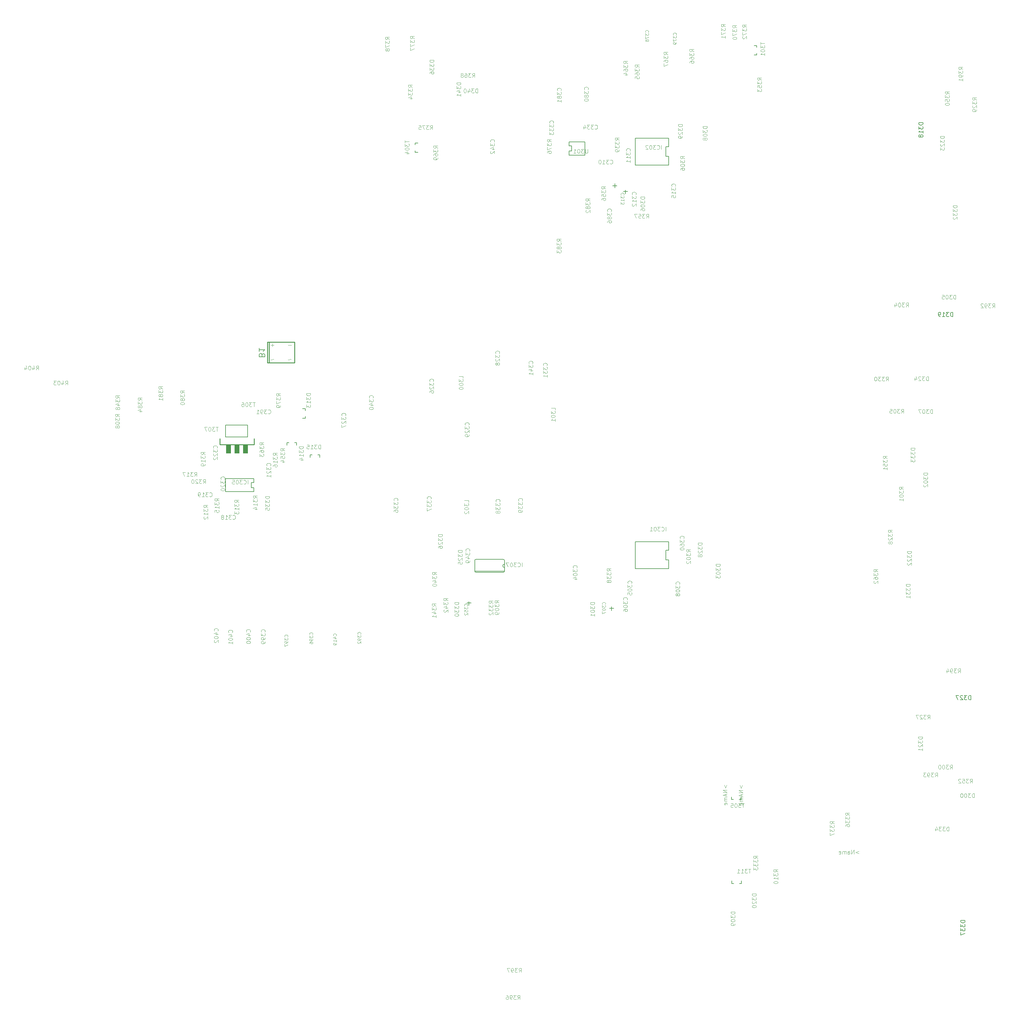
<source format=gbr>
G04 #@! TF.GenerationSoftware,KiCad,Pcbnew,(5.1.2)-1*
G04 #@! TF.CreationDate,2019-06-24T11:34:57+02:00*
G04 #@! TF.ProjectId,SI3002V4.1,53493330-3032-4563-942e-312e6b696361,rev?*
G04 #@! TF.SameCoordinates,Original*
G04 #@! TF.FileFunction,Legend,Bot*
G04 #@! TF.FilePolarity,Positive*
%FSLAX46Y46*%
G04 Gerber Fmt 4.6, Leading zero omitted, Abs format (unit mm)*
G04 Created by KiCad (PCBNEW (5.1.2)-1) date 2019-06-24 11:34:57*
%MOMM*%
%LPD*%
G04 APERTURE LIST*
%ADD10C,0.150000*%
%ADD11C,0.203200*%
%ADD12C,0.152400*%
%ADD13C,0.127000*%
%ADD14C,0.200000*%
%ADD15C,0.254000*%
%ADD16C,0.101600*%
%ADD17C,0.096520*%
%ADD18C,0.120650*%
%ADD19C,0.077216*%
%ADD20C,0.081280*%
%ADD21C,0.177800*%
G04 APERTURE END LIST*
D10*
X180052600Y-134689800D02*
X181322600Y-134689800D01*
X180687600Y-134213600D02*
X180687600Y-135324800D01*
X181005100Y-8324900D02*
X182275100Y-8324900D01*
X181640100Y-7689900D02*
X181640100Y-8801100D01*
X181640100Y-8801100D02*
X181640200Y-8959900D01*
X137348900Y-133102300D02*
X138618900Y-133102300D01*
X137983900Y-132626100D02*
X137983900Y-133737300D01*
X184180200Y-10071200D02*
X185450200Y-10071200D01*
X184815200Y-9595000D02*
X184815200Y-10706200D01*
D11*
X71728300Y-79889300D02*
X65174300Y-79889300D01*
X71728300Y-83445300D02*
X71728300Y-79889300D01*
X65174300Y-83445300D02*
X71728300Y-83445300D01*
X65174300Y-79889300D02*
X65174300Y-83445300D01*
D12*
X224100400Y33028600D02*
X224100400Y33587400D01*
X224100400Y33587400D02*
X223287600Y33587400D01*
X224100400Y30742600D02*
X224100400Y31301400D01*
X223287600Y30742600D02*
X224100400Y30742600D01*
D13*
X167927300Y3549700D02*
X167927300Y4768900D01*
X168689300Y3549700D02*
X167927300Y3549700D01*
X168689300Y2025700D02*
X168689300Y3549700D01*
X167927300Y2025700D02*
X168689300Y2025700D01*
X167927300Y806500D02*
X167927300Y2025700D01*
X172651700Y806500D02*
X167927300Y806500D01*
X172651700Y4768900D02*
X172651700Y806500D01*
X167927300Y4768900D02*
X172651700Y4768900D01*
X65136600Y-95878600D02*
X73671000Y-95878600D01*
X65136600Y-99841000D02*
X65136600Y-95878600D01*
X73671000Y-99841000D02*
X65136600Y-99841000D01*
X73671000Y-98621800D02*
X73671000Y-99841000D01*
X72909000Y-98621800D02*
X73671000Y-98621800D01*
X72909000Y-97097800D02*
X72909000Y-98621800D01*
X73671000Y-97097800D02*
X72909000Y-97097800D01*
X73671000Y-95878600D02*
X73671000Y-97097800D01*
X197756400Y412800D02*
X197756400Y-2203400D01*
X196892800Y412800D02*
X197756400Y412800D01*
X196892800Y3283000D02*
X196892800Y412800D01*
X197756400Y3283000D02*
X196892800Y3283000D01*
X197756400Y5873800D02*
X197756400Y3283000D01*
X187799600Y5873800D02*
X197756400Y5873800D01*
X187799600Y-2203400D02*
X187799600Y5873800D01*
X197756400Y-2203400D02*
X187799600Y-2203400D01*
X197756400Y-120237300D02*
X197756400Y-122853500D01*
X196892800Y-120237300D02*
X197756400Y-120237300D01*
X196892800Y-117367100D02*
X196892800Y-120237300D01*
X197756400Y-117367100D02*
X196892800Y-117367100D01*
X197756400Y-114776300D02*
X197756400Y-117367100D01*
X187799600Y-114776300D02*
X197756400Y-114776300D01*
X187799600Y-122853500D02*
X187799600Y-114776300D01*
X197756400Y-122853500D02*
X187799600Y-122853500D01*
D12*
X148620100Y-123590050D02*
X139730100Y-123590050D01*
X148620100Y-122497850D02*
G75*
G02X148620100Y-121481850I0J508000D01*
G01*
X148620100Y-120415050D02*
X148620100Y-123564650D01*
X139730100Y-123564650D02*
X139730100Y-120415050D01*
X148239100Y-123945650D02*
X140111100Y-123945650D01*
X148239100Y-123945650D02*
G75*
G03X148620100Y-123564650I0J381000D01*
G01*
X139730100Y-120415050D02*
G75*
G02X140111100Y-120034050I381000J0D01*
G01*
X148239100Y-120034050D02*
G75*
G02X148620100Y-120415050I0J-381000D01*
G01*
X139730100Y-123564650D02*
G75*
G03X140111100Y-123945650I381000J0D01*
G01*
X140111100Y-120034050D02*
X148239100Y-120034050D01*
X91051000Y-88753900D02*
X90492200Y-88753900D01*
X90492200Y-88753900D02*
X90492200Y-89566700D01*
X93337000Y-88753900D02*
X92778200Y-88753900D01*
X93337000Y-89566700D02*
X93337000Y-88753900D01*
X84097700Y-85134400D02*
X83538900Y-85134400D01*
X83538900Y-85134400D02*
X83538900Y-85947200D01*
X86383700Y-85134400D02*
X85824900Y-85134400D01*
X86383700Y-85947200D02*
X86383700Y-85134400D01*
X89019000Y-75564900D02*
X89019000Y-75006100D01*
X89019000Y-75006100D02*
X88206200Y-75006100D01*
X89019000Y-77850900D02*
X89019000Y-77292100D01*
X88206200Y-77850900D02*
X89019000Y-77850900D01*
X218841600Y-191849300D02*
X219400400Y-191849300D01*
X219400400Y-191849300D02*
X219400400Y-191036500D01*
X216555600Y-191849300D02*
X217114400Y-191849300D01*
X216555600Y-191036500D02*
X216555600Y-191849300D01*
X218937000Y-216947900D02*
X219495800Y-216947900D01*
X219495800Y-216947900D02*
X219495800Y-216135100D01*
X216651000Y-216947900D02*
X217209800Y-216947900D01*
X216651000Y-216135100D02*
X216651000Y-216947900D01*
D14*
G36*
X69321500Y-88398500D02*
G01*
X67899100Y-88398500D01*
X67899100Y-85909300D01*
X69321500Y-85909300D01*
X69321500Y-88398500D01*
G37*
G36*
X66781500Y-88398500D02*
G01*
X65359100Y-88398500D01*
X65359100Y-85909300D01*
X66781500Y-85909300D01*
X66781500Y-88398500D01*
G37*
G36*
X71861500Y-88398500D02*
G01*
X70439100Y-88398500D01*
X70439100Y-85909300D01*
X71861500Y-85909300D01*
X71861500Y-88398500D01*
G37*
D15*
X63479500Y-85756900D02*
X63479500Y-83978900D01*
X73741100Y-85756900D02*
X73741100Y-83978900D01*
X73741100Y-85756900D02*
X63479500Y-85756900D01*
D12*
X121892800Y2146100D02*
X121892800Y1587300D01*
X121892800Y1587300D02*
X122705600Y1587300D01*
X121892800Y4432100D02*
X121892800Y3873300D01*
X122705600Y4432100D02*
X121892800Y4432100D01*
D15*
X78236500Y-55072600D02*
X78236500Y-61272600D01*
D16*
X79186500Y-55522600D02*
X79186500Y-56472600D01*
X83911500Y-55997600D02*
X84861500Y-55997600D01*
X78711500Y-55997600D02*
X79661500Y-55997600D01*
X84386500Y-60347600D02*
G75*
G02X84861500Y-60347600I237500J-147500D01*
G01*
X84386501Y-60347599D02*
G75*
G02X83911500Y-60347600I-237501J147500D01*
G01*
X79186500Y-60347600D02*
G75*
G02X79661500Y-60347600I237500J-147500D01*
G01*
X79186501Y-60347599D02*
G75*
G02X78711500Y-60347600I-237501J147500D01*
G01*
D15*
X77736500Y-55072600D02*
X77736500Y-61272600D01*
X78236500Y-55072600D02*
X77736500Y-55072600D01*
X85836500Y-55072600D02*
X78236500Y-55072600D01*
X85836500Y-61272600D02*
X85836500Y-55072600D01*
X77736500Y-61272600D02*
X85836500Y-61272600D01*
D17*
X62962357Y-80531047D02*
X62272928Y-80531047D01*
X62617642Y-81737547D02*
X62617642Y-80531047D01*
X61985666Y-80531047D02*
X61238785Y-80531047D01*
X61640952Y-80990666D01*
X61468595Y-80990666D01*
X61353690Y-81048119D01*
X61296238Y-81105571D01*
X61238785Y-81220476D01*
X61238785Y-81507738D01*
X61296238Y-81622642D01*
X61353690Y-81680095D01*
X61468595Y-81737547D01*
X61813309Y-81737547D01*
X61928214Y-81680095D01*
X61985666Y-81622642D01*
X60491904Y-80531047D02*
X60377000Y-80531047D01*
X60262095Y-80588500D01*
X60204642Y-80645952D01*
X60147190Y-80760857D01*
X60089738Y-80990666D01*
X60089738Y-81277928D01*
X60147190Y-81507738D01*
X60204642Y-81622642D01*
X60262095Y-81680095D01*
X60377000Y-81737547D01*
X60491904Y-81737547D01*
X60606809Y-81680095D01*
X60664262Y-81622642D01*
X60721714Y-81507738D01*
X60779166Y-81277928D01*
X60779166Y-80990666D01*
X60721714Y-80760857D01*
X60664262Y-80645952D01*
X60606809Y-80588500D01*
X60491904Y-80531047D01*
X59687571Y-80531047D02*
X58883238Y-80531047D01*
X59400309Y-81737547D01*
D16*
X52877547Y-70342007D02*
X52303023Y-69939840D01*
X52877547Y-69652579D02*
X51671047Y-69652579D01*
X51671047Y-70112198D01*
X51728500Y-70227102D01*
X51785952Y-70284555D01*
X51900857Y-70342007D01*
X52073214Y-70342007D01*
X52188119Y-70284555D01*
X52245571Y-70227102D01*
X52303023Y-70112198D01*
X52303023Y-69652579D01*
X51671047Y-70744174D02*
X51671047Y-71491055D01*
X52130666Y-71088888D01*
X52130666Y-71261245D01*
X52188119Y-71376150D01*
X52245571Y-71433602D01*
X52360476Y-71491055D01*
X52647738Y-71491055D01*
X52762642Y-71433602D01*
X52820095Y-71376150D01*
X52877547Y-71261245D01*
X52877547Y-70916531D01*
X52820095Y-70801626D01*
X52762642Y-70744174D01*
X52188119Y-72180483D02*
X52130666Y-72065579D01*
X52073214Y-72008126D01*
X51958309Y-71950674D01*
X51900857Y-71950674D01*
X51785952Y-72008126D01*
X51728500Y-72065579D01*
X51671047Y-72180483D01*
X51671047Y-72410293D01*
X51728500Y-72525198D01*
X51785952Y-72582650D01*
X51900857Y-72640102D01*
X51958309Y-72640102D01*
X52073214Y-72582650D01*
X52130666Y-72525198D01*
X52188119Y-72410293D01*
X52188119Y-72180483D01*
X52245571Y-72065579D01*
X52303023Y-72008126D01*
X52417928Y-71950674D01*
X52647738Y-71950674D01*
X52762642Y-72008126D01*
X52820095Y-72065579D01*
X52877547Y-72180483D01*
X52877547Y-72410293D01*
X52820095Y-72525198D01*
X52762642Y-72582650D01*
X52647738Y-72640102D01*
X52417928Y-72640102D01*
X52303023Y-72582650D01*
X52245571Y-72525198D01*
X52188119Y-72410293D01*
X51671047Y-73386983D02*
X51671047Y-73501888D01*
X51728500Y-73616793D01*
X51785952Y-73674245D01*
X51900857Y-73731698D01*
X52130666Y-73789150D01*
X52417928Y-73789150D01*
X52647738Y-73731698D01*
X52762642Y-73674245D01*
X52820095Y-73616793D01*
X52877547Y-73501888D01*
X52877547Y-73386983D01*
X52820095Y-73272079D01*
X52762642Y-73214626D01*
X52647738Y-73157174D01*
X52417928Y-73099721D01*
X52130666Y-73099721D01*
X51900857Y-73157174D01*
X51785952Y-73214626D01*
X51728500Y-73272079D01*
X51671047Y-73386983D01*
D17*
X182934047Y5259690D02*
X182359523Y5661857D01*
X182934047Y5949118D02*
X181727547Y5949118D01*
X181727547Y5489499D01*
X181785000Y5374595D01*
X181842452Y5317142D01*
X181957357Y5259690D01*
X182129714Y5259690D01*
X182244619Y5317142D01*
X182302071Y5374595D01*
X182359523Y5489499D01*
X182359523Y5949118D01*
X181727547Y4857523D02*
X181727547Y4110642D01*
X182187166Y4512809D01*
X182187166Y4340452D01*
X182244619Y4225547D01*
X182302071Y4168095D01*
X182416976Y4110642D01*
X182704238Y4110642D01*
X182819142Y4168095D01*
X182876595Y4225547D01*
X182934047Y4340452D01*
X182934047Y4685166D01*
X182876595Y4800071D01*
X182819142Y4857523D01*
X181727547Y3708476D02*
X181727547Y2961595D01*
X182187166Y3363761D01*
X182187166Y3191404D01*
X182244619Y3076499D01*
X182302071Y3019047D01*
X182416976Y2961595D01*
X182704238Y2961595D01*
X182819142Y3019047D01*
X182876595Y3076499D01*
X182934047Y3191404D01*
X182934047Y3536118D01*
X182876595Y3651023D01*
X182819142Y3708476D01*
X182934047Y2387071D02*
X182934047Y2157261D01*
X182876595Y2042357D01*
X182819142Y1984904D01*
X182646785Y1869999D01*
X182416976Y1812547D01*
X181957357Y1812547D01*
X181842452Y1869999D01*
X181785000Y1927452D01*
X181727547Y2042357D01*
X181727547Y2272166D01*
X181785000Y2387071D01*
X181842452Y2444523D01*
X181957357Y2501976D01*
X182244619Y2501976D01*
X182359523Y2444523D01*
X182416976Y2387071D01*
X182474428Y2272166D01*
X182474428Y2042357D01*
X182416976Y1927452D01*
X182359523Y1869999D01*
X182244619Y1812547D01*
X225287547Y34574214D02*
X225287547Y33884785D01*
X226494047Y34229499D02*
X225287547Y34229499D01*
X225287547Y33597523D02*
X225287547Y32850642D01*
X225747166Y33252809D01*
X225747166Y33080452D01*
X225804619Y32965547D01*
X225862071Y32908095D01*
X225976976Y32850642D01*
X226264238Y32850642D01*
X226379142Y32908095D01*
X226436595Y32965547D01*
X226494047Y33080452D01*
X226494047Y33425166D01*
X226436595Y33540071D01*
X226379142Y33597523D01*
X225287547Y32103761D02*
X225287547Y31988857D01*
X225345000Y31873952D01*
X225402452Y31816499D01*
X225517357Y31759047D01*
X225747166Y31701595D01*
X226034428Y31701595D01*
X226264238Y31759047D01*
X226379142Y31816499D01*
X226436595Y31873952D01*
X226494047Y31988857D01*
X226494047Y32103761D01*
X226436595Y32218666D01*
X226379142Y32276118D01*
X226264238Y32333571D01*
X226034428Y32391023D01*
X225747166Y32391023D01*
X225517357Y32333571D01*
X225402452Y32276118D01*
X225345000Y32218666D01*
X225287547Y32103761D01*
X226494047Y30552547D02*
X226494047Y31241976D01*
X226494047Y30897261D02*
X225287547Y30897261D01*
X225459904Y31012166D01*
X225574809Y31127071D01*
X225632261Y31241976D01*
X225549047Y23239690D02*
X224974523Y23641857D01*
X225549047Y23929118D02*
X224342547Y23929118D01*
X224342547Y23469499D01*
X224400000Y23354595D01*
X224457452Y23297142D01*
X224572357Y23239690D01*
X224744714Y23239690D01*
X224859619Y23297142D01*
X224917071Y23354595D01*
X224974523Y23469499D01*
X224974523Y23929118D01*
X224342547Y22837523D02*
X224342547Y22090642D01*
X224802166Y22492809D01*
X224802166Y22320452D01*
X224859619Y22205547D01*
X224917071Y22148095D01*
X225031976Y22090642D01*
X225319238Y22090642D01*
X225434142Y22148095D01*
X225491595Y22205547D01*
X225549047Y22320452D01*
X225549047Y22665166D01*
X225491595Y22780071D01*
X225434142Y22837523D01*
X224342547Y20999047D02*
X224342547Y21573571D01*
X224917071Y21631023D01*
X224859619Y21573571D01*
X224802166Y21458666D01*
X224802166Y21171404D01*
X224859619Y21056499D01*
X224917071Y20999047D01*
X225031976Y20941595D01*
X225319238Y20941595D01*
X225434142Y20999047D01*
X225491595Y21056499D01*
X225549047Y21171404D01*
X225549047Y21458666D01*
X225491595Y21573571D01*
X225434142Y21631023D01*
X224342547Y20539428D02*
X224342547Y19792547D01*
X224802166Y20194714D01*
X224802166Y20022357D01*
X224859619Y19907452D01*
X224917071Y19849999D01*
X225031976Y19792547D01*
X225319238Y19792547D01*
X225434142Y19849999D01*
X225491595Y19907452D01*
X225549047Y20022357D01*
X225549047Y20367071D01*
X225491595Y20481976D01*
X225434142Y20539428D01*
X218114047Y38849690D02*
X217539523Y39251857D01*
X218114047Y39539118D02*
X216907547Y39539118D01*
X216907547Y39079499D01*
X216965000Y38964595D01*
X217022452Y38907142D01*
X217137357Y38849690D01*
X217309714Y38849690D01*
X217424619Y38907142D01*
X217482071Y38964595D01*
X217539523Y39079499D01*
X217539523Y39539118D01*
X216907547Y38447523D02*
X216907547Y37700642D01*
X217367166Y38102809D01*
X217367166Y37930452D01*
X217424619Y37815547D01*
X217482071Y37758095D01*
X217596976Y37700642D01*
X217884238Y37700642D01*
X217999142Y37758095D01*
X218056595Y37815547D01*
X218114047Y37930452D01*
X218114047Y38275166D01*
X218056595Y38390071D01*
X217999142Y38447523D01*
X216907547Y37298476D02*
X216907547Y36494142D01*
X218114047Y37011214D01*
X216907547Y35804714D02*
X216907547Y35689809D01*
X216965000Y35574904D01*
X217022452Y35517452D01*
X217137357Y35459999D01*
X217367166Y35402547D01*
X217654428Y35402547D01*
X217884238Y35459999D01*
X217999142Y35517452D01*
X218056595Y35574904D01*
X218114047Y35689809D01*
X218114047Y35804714D01*
X218056595Y35919618D01*
X217999142Y35977071D01*
X217884238Y36034523D01*
X217654428Y36091976D01*
X217367166Y36091976D01*
X217137357Y36034523D01*
X217022452Y35977071D01*
X216965000Y35919618D01*
X216907547Y35804714D01*
X214699047Y39204690D02*
X214124523Y39606857D01*
X214699047Y39894118D02*
X213492547Y39894118D01*
X213492547Y39434499D01*
X213550000Y39319595D01*
X213607452Y39262142D01*
X213722357Y39204690D01*
X213894714Y39204690D01*
X214009619Y39262142D01*
X214067071Y39319595D01*
X214124523Y39434499D01*
X214124523Y39894118D01*
X213492547Y38802523D02*
X213492547Y38055642D01*
X213952166Y38457809D01*
X213952166Y38285452D01*
X214009619Y38170547D01*
X214067071Y38113095D01*
X214181976Y38055642D01*
X214469238Y38055642D01*
X214584142Y38113095D01*
X214641595Y38170547D01*
X214699047Y38285452D01*
X214699047Y38630166D01*
X214641595Y38745071D01*
X214584142Y38802523D01*
X213492547Y37653476D02*
X213492547Y36849142D01*
X214699047Y37366214D01*
X214699047Y35757547D02*
X214699047Y36446976D01*
X214699047Y36102261D02*
X213492547Y36102261D01*
X213664904Y36217166D01*
X213779809Y36332071D01*
X213837261Y36446976D01*
X221054047Y39059690D02*
X220479523Y39461857D01*
X221054047Y39749118D02*
X219847547Y39749118D01*
X219847547Y39289499D01*
X219905000Y39174595D01*
X219962452Y39117142D01*
X220077357Y39059690D01*
X220249714Y39059690D01*
X220364619Y39117142D01*
X220422071Y39174595D01*
X220479523Y39289499D01*
X220479523Y39749118D01*
X219847547Y38657523D02*
X219847547Y37910642D01*
X220307166Y38312809D01*
X220307166Y38140452D01*
X220364619Y38025547D01*
X220422071Y37968095D01*
X220536976Y37910642D01*
X220824238Y37910642D01*
X220939142Y37968095D01*
X220996595Y38025547D01*
X221054047Y38140452D01*
X221054047Y38485166D01*
X220996595Y38600071D01*
X220939142Y38657523D01*
X219847547Y37508476D02*
X219847547Y36704142D01*
X221054047Y37221214D01*
X219962452Y36301976D02*
X219905000Y36244523D01*
X219847547Y36129618D01*
X219847547Y35842357D01*
X219905000Y35727452D01*
X219962452Y35669999D01*
X220077357Y35612547D01*
X220192261Y35612547D01*
X220364619Y35669999D01*
X221054047Y36359428D01*
X221054047Y35612547D01*
X173506071Y2591152D02*
X173506071Y1614461D01*
X173448618Y1499557D01*
X173391166Y1442104D01*
X173276261Y1384652D01*
X173046452Y1384652D01*
X172931547Y1442104D01*
X172874095Y1499557D01*
X172816642Y1614461D01*
X172816642Y2591152D01*
X172357023Y2591152D02*
X171610142Y2591152D01*
X172012309Y2131533D01*
X171839952Y2131533D01*
X171725047Y2074080D01*
X171667595Y2016628D01*
X171610142Y1901723D01*
X171610142Y1614461D01*
X171667595Y1499557D01*
X171725047Y1442104D01*
X171839952Y1384652D01*
X172184666Y1384652D01*
X172299571Y1442104D01*
X172357023Y1499557D01*
X170863261Y2591152D02*
X170748357Y2591152D01*
X170633452Y2533700D01*
X170575999Y2476247D01*
X170518547Y2361342D01*
X170461095Y2131533D01*
X170461095Y1844271D01*
X170518547Y1614461D01*
X170575999Y1499557D01*
X170633452Y1442104D01*
X170748357Y1384652D01*
X170863261Y1384652D01*
X170978166Y1442104D01*
X171035618Y1499557D01*
X171093071Y1614461D01*
X171150523Y1844271D01*
X171150523Y2131533D01*
X171093071Y2361342D01*
X171035618Y2476247D01*
X170978166Y2533700D01*
X170863261Y2591152D01*
X169312047Y1384652D02*
X170001476Y1384652D01*
X169656761Y1384652D02*
X169656761Y2591152D01*
X169771666Y2418795D01*
X169886571Y2303890D01*
X170001476Y2246438D01*
X71847800Y-97548347D02*
X71847800Y-96341847D01*
X70583847Y-97433442D02*
X70641300Y-97490895D01*
X70813657Y-97548347D01*
X70928562Y-97548347D01*
X71100919Y-97490895D01*
X71215823Y-97375990D01*
X71273276Y-97261085D01*
X71330728Y-97031276D01*
X71330728Y-96858919D01*
X71273276Y-96629109D01*
X71215823Y-96514204D01*
X71100919Y-96399300D01*
X70928562Y-96341847D01*
X70813657Y-96341847D01*
X70641300Y-96399300D01*
X70583847Y-96456752D01*
X70181681Y-96341847D02*
X69434800Y-96341847D01*
X69836966Y-96801466D01*
X69664609Y-96801466D01*
X69549704Y-96858919D01*
X69492252Y-96916371D01*
X69434800Y-97031276D01*
X69434800Y-97318538D01*
X69492252Y-97433442D01*
X69549704Y-97490895D01*
X69664609Y-97548347D01*
X70009323Y-97548347D01*
X70124228Y-97490895D01*
X70181681Y-97433442D01*
X68687919Y-96341847D02*
X68573014Y-96341847D01*
X68458109Y-96399300D01*
X68400657Y-96456752D01*
X68343204Y-96571657D01*
X68285752Y-96801466D01*
X68285752Y-97088728D01*
X68343204Y-97318538D01*
X68400657Y-97433442D01*
X68458109Y-97490895D01*
X68573014Y-97548347D01*
X68687919Y-97548347D01*
X68802823Y-97490895D01*
X68860276Y-97433442D01*
X68917728Y-97318538D01*
X68975181Y-97088728D01*
X68975181Y-96801466D01*
X68917728Y-96571657D01*
X68860276Y-96456752D01*
X68802823Y-96399300D01*
X68687919Y-96341847D01*
X67194157Y-96341847D02*
X67768681Y-96341847D01*
X67826133Y-96916371D01*
X67768681Y-96858919D01*
X67653776Y-96801466D01*
X67366514Y-96801466D01*
X67251609Y-96858919D01*
X67194157Y-96916371D01*
X67136704Y-97031276D01*
X67136704Y-97318538D01*
X67194157Y-97433442D01*
X67251609Y-97490895D01*
X67366514Y-97548347D01*
X67653776Y-97548347D01*
X67768681Y-97490895D01*
X67826133Y-97433442D01*
X195577600Y2527652D02*
X195577600Y3734152D01*
X194313647Y2642557D02*
X194371100Y2585104D01*
X194543457Y2527652D01*
X194658362Y2527652D01*
X194830719Y2585104D01*
X194945623Y2700009D01*
X195003076Y2814914D01*
X195060528Y3044723D01*
X195060528Y3217080D01*
X195003076Y3446890D01*
X194945623Y3561795D01*
X194830719Y3676700D01*
X194658362Y3734152D01*
X194543457Y3734152D01*
X194371100Y3676700D01*
X194313647Y3619247D01*
X193911481Y3734152D02*
X193164600Y3734152D01*
X193566766Y3274533D01*
X193394409Y3274533D01*
X193279504Y3217080D01*
X193222052Y3159628D01*
X193164600Y3044723D01*
X193164600Y2757461D01*
X193222052Y2642557D01*
X193279504Y2585104D01*
X193394409Y2527652D01*
X193739123Y2527652D01*
X193854028Y2585104D01*
X193911481Y2642557D01*
X192417719Y3734152D02*
X192302814Y3734152D01*
X192187909Y3676700D01*
X192130457Y3619247D01*
X192073004Y3504342D01*
X192015552Y3274533D01*
X192015552Y2987271D01*
X192073004Y2757461D01*
X192130457Y2642557D01*
X192187909Y2585104D01*
X192302814Y2527652D01*
X192417719Y2527652D01*
X192532623Y2585104D01*
X192590076Y2642557D01*
X192647528Y2757461D01*
X192704981Y2987271D01*
X192704981Y3274533D01*
X192647528Y3504342D01*
X192590076Y3619247D01*
X192532623Y3676700D01*
X192417719Y3734152D01*
X191555933Y3619247D02*
X191498481Y3676700D01*
X191383576Y3734152D01*
X191096314Y3734152D01*
X190981409Y3676700D01*
X190923957Y3619247D01*
X190866504Y3504342D01*
X190866504Y3389438D01*
X190923957Y3217080D01*
X191613385Y2527652D01*
X190866504Y2527652D01*
X196895000Y-111592547D02*
X196895000Y-110386047D01*
X195631047Y-111477642D02*
X195688500Y-111535095D01*
X195860857Y-111592547D01*
X195975762Y-111592547D01*
X196148119Y-111535095D01*
X196263023Y-111420190D01*
X196320476Y-111305285D01*
X196377928Y-111075476D01*
X196377928Y-110903119D01*
X196320476Y-110673309D01*
X196263023Y-110558404D01*
X196148119Y-110443500D01*
X195975762Y-110386047D01*
X195860857Y-110386047D01*
X195688500Y-110443500D01*
X195631047Y-110500952D01*
X195228881Y-110386047D02*
X194482000Y-110386047D01*
X194884166Y-110845666D01*
X194711809Y-110845666D01*
X194596904Y-110903119D01*
X194539452Y-110960571D01*
X194482000Y-111075476D01*
X194482000Y-111362738D01*
X194539452Y-111477642D01*
X194596904Y-111535095D01*
X194711809Y-111592547D01*
X195056523Y-111592547D01*
X195171428Y-111535095D01*
X195228881Y-111477642D01*
X193735119Y-110386047D02*
X193620214Y-110386047D01*
X193505309Y-110443500D01*
X193447857Y-110500952D01*
X193390404Y-110615857D01*
X193332952Y-110845666D01*
X193332952Y-111132928D01*
X193390404Y-111362738D01*
X193447857Y-111477642D01*
X193505309Y-111535095D01*
X193620214Y-111592547D01*
X193735119Y-111592547D01*
X193850023Y-111535095D01*
X193907476Y-111477642D01*
X193964928Y-111362738D01*
X194022381Y-111132928D01*
X194022381Y-110845666D01*
X193964928Y-110615857D01*
X193907476Y-110500952D01*
X193850023Y-110443500D01*
X193735119Y-110386047D01*
X192183904Y-111592547D02*
X192873333Y-111592547D01*
X192528619Y-111592547D02*
X192528619Y-110386047D01*
X192643523Y-110558404D01*
X192758428Y-110673309D01*
X192873333Y-110730761D01*
D18*
X153874315Y-122272547D02*
X153874315Y-121066047D01*
X152610363Y-122157642D02*
X152667815Y-122215095D01*
X152840172Y-122272547D01*
X152955077Y-122272547D01*
X153127434Y-122215095D01*
X153242339Y-122100190D01*
X153299791Y-121985285D01*
X153357244Y-121755476D01*
X153357244Y-121583119D01*
X153299791Y-121353309D01*
X153242339Y-121238404D01*
X153127434Y-121123500D01*
X152955077Y-121066047D01*
X152840172Y-121066047D01*
X152667815Y-121123500D01*
X152610363Y-121180952D01*
X152208196Y-121066047D02*
X151461315Y-121066047D01*
X151863482Y-121525666D01*
X151691125Y-121525666D01*
X151576220Y-121583119D01*
X151518767Y-121640571D01*
X151461315Y-121755476D01*
X151461315Y-122042738D01*
X151518767Y-122157642D01*
X151576220Y-122215095D01*
X151691125Y-122272547D01*
X152035839Y-122272547D01*
X152150744Y-122215095D01*
X152208196Y-122157642D01*
X150714434Y-121066047D02*
X150599529Y-121066047D01*
X150484625Y-121123500D01*
X150427172Y-121180952D01*
X150369720Y-121295857D01*
X150312267Y-121525666D01*
X150312267Y-121812928D01*
X150369720Y-122042738D01*
X150427172Y-122157642D01*
X150484625Y-122215095D01*
X150599529Y-122272547D01*
X150714434Y-122272547D01*
X150829339Y-122215095D01*
X150886791Y-122157642D01*
X150944244Y-122042738D01*
X151001696Y-121812928D01*
X151001696Y-121525666D01*
X150944244Y-121295857D01*
X150886791Y-121180952D01*
X150829339Y-121123500D01*
X150714434Y-121066047D01*
X149910101Y-121066047D02*
X149105767Y-121066047D01*
X149622839Y-122272547D01*
D17*
X59857547Y-104544428D02*
X59283023Y-104142261D01*
X59857547Y-103854999D02*
X58651047Y-103854999D01*
X58651047Y-104314618D01*
X58708500Y-104429523D01*
X58765952Y-104486976D01*
X58880857Y-104544428D01*
X59053214Y-104544428D01*
X59168119Y-104486976D01*
X59225571Y-104429523D01*
X59283023Y-104314618D01*
X59283023Y-103854999D01*
X58651047Y-104946595D02*
X58651047Y-105693476D01*
X59110666Y-105291309D01*
X59110666Y-105463666D01*
X59168119Y-105578571D01*
X59225571Y-105636023D01*
X59340476Y-105693476D01*
X59627738Y-105693476D01*
X59742642Y-105636023D01*
X59800095Y-105578571D01*
X59857547Y-105463666D01*
X59857547Y-105118952D01*
X59800095Y-105004047D01*
X59742642Y-104946595D01*
X59857547Y-106842523D02*
X59857547Y-106153095D01*
X59857547Y-106497809D02*
X58651047Y-106497809D01*
X58823404Y-106382904D01*
X58938309Y-106267999D01*
X58995761Y-106153095D01*
X58765952Y-107302142D02*
X58708500Y-107359595D01*
X58651047Y-107474499D01*
X58651047Y-107761761D01*
X58708500Y-107876666D01*
X58765952Y-107934118D01*
X58880857Y-107991571D01*
X58995761Y-107991571D01*
X59168119Y-107934118D01*
X59857547Y-107244690D01*
X59857547Y-107991571D01*
X74672547Y-101724428D02*
X74098023Y-101322261D01*
X74672547Y-101034999D02*
X73466047Y-101034999D01*
X73466047Y-101494618D01*
X73523500Y-101609523D01*
X73580952Y-101666976D01*
X73695857Y-101724428D01*
X73868214Y-101724428D01*
X73983119Y-101666976D01*
X74040571Y-101609523D01*
X74098023Y-101494618D01*
X74098023Y-101034999D01*
X73466047Y-102126595D02*
X73466047Y-102873476D01*
X73925666Y-102471309D01*
X73925666Y-102643666D01*
X73983119Y-102758571D01*
X74040571Y-102816023D01*
X74155476Y-102873476D01*
X74442738Y-102873476D01*
X74557642Y-102816023D01*
X74615095Y-102758571D01*
X74672547Y-102643666D01*
X74672547Y-102298952D01*
X74615095Y-102184047D01*
X74557642Y-102126595D01*
X74672547Y-104022523D02*
X74672547Y-103333095D01*
X74672547Y-103677809D02*
X73466047Y-103677809D01*
X73638404Y-103562904D01*
X73753309Y-103447999D01*
X73810761Y-103333095D01*
X73868214Y-105056666D02*
X74672547Y-105056666D01*
X73408595Y-104769404D02*
X74270380Y-104482142D01*
X74270380Y-105229023D01*
X69112547Y-103034428D02*
X68538023Y-102632261D01*
X69112547Y-102344999D02*
X67906047Y-102344999D01*
X67906047Y-102804618D01*
X67963500Y-102919523D01*
X68020952Y-102976976D01*
X68135857Y-103034428D01*
X68308214Y-103034428D01*
X68423119Y-102976976D01*
X68480571Y-102919523D01*
X68538023Y-102804618D01*
X68538023Y-102344999D01*
X67906047Y-103436595D02*
X67906047Y-104183476D01*
X68365666Y-103781309D01*
X68365666Y-103953666D01*
X68423119Y-104068571D01*
X68480571Y-104126023D01*
X68595476Y-104183476D01*
X68882738Y-104183476D01*
X68997642Y-104126023D01*
X69055095Y-104068571D01*
X69112547Y-103953666D01*
X69112547Y-103608952D01*
X69055095Y-103494047D01*
X68997642Y-103436595D01*
X69112547Y-105332523D02*
X69112547Y-104643095D01*
X69112547Y-104987809D02*
X67906047Y-104987809D01*
X68078404Y-104872904D01*
X68193309Y-104757999D01*
X68250761Y-104643095D01*
X67906047Y-105734690D02*
X67906047Y-106481571D01*
X68365666Y-106079404D01*
X68365666Y-106251761D01*
X68423119Y-106366666D01*
X68480571Y-106424118D01*
X68595476Y-106481571D01*
X68882738Y-106481571D01*
X68997642Y-106424118D01*
X69055095Y-106366666D01*
X69112547Y-106251761D01*
X69112547Y-105907047D01*
X69055095Y-105792142D01*
X68997642Y-105734690D01*
X63197547Y-102589428D02*
X62623023Y-102187261D01*
X63197547Y-101899999D02*
X61991047Y-101899999D01*
X61991047Y-102359618D01*
X62048500Y-102474523D01*
X62105952Y-102531976D01*
X62220857Y-102589428D01*
X62393214Y-102589428D01*
X62508119Y-102531976D01*
X62565571Y-102474523D01*
X62623023Y-102359618D01*
X62623023Y-101899999D01*
X61991047Y-102991595D02*
X61991047Y-103738476D01*
X62450666Y-103336309D01*
X62450666Y-103508666D01*
X62508119Y-103623571D01*
X62565571Y-103681023D01*
X62680476Y-103738476D01*
X62967738Y-103738476D01*
X63082642Y-103681023D01*
X63140095Y-103623571D01*
X63197547Y-103508666D01*
X63197547Y-103163952D01*
X63140095Y-103049047D01*
X63082642Y-102991595D01*
X63197547Y-104887523D02*
X63197547Y-104198095D01*
X63197547Y-104542809D02*
X61991047Y-104542809D01*
X62163404Y-104427904D01*
X62278309Y-104312999D01*
X62335761Y-104198095D01*
X61991047Y-105979118D02*
X61991047Y-105404595D01*
X62565571Y-105347142D01*
X62508119Y-105404595D01*
X62450666Y-105519499D01*
X62450666Y-105806761D01*
X62508119Y-105921666D01*
X62565571Y-105979118D01*
X62680476Y-106036571D01*
X62967738Y-106036571D01*
X63082642Y-105979118D01*
X63140095Y-105921666D01*
X63197547Y-105806761D01*
X63197547Y-105519499D01*
X63140095Y-105404595D01*
X63082642Y-105347142D01*
X58465571Y-97387547D02*
X58867738Y-96813023D01*
X59155000Y-97387547D02*
X59155000Y-96181047D01*
X58695381Y-96181047D01*
X58580476Y-96238500D01*
X58523023Y-96295952D01*
X58465571Y-96410857D01*
X58465571Y-96583214D01*
X58523023Y-96698119D01*
X58580476Y-96755571D01*
X58695381Y-96813023D01*
X59155000Y-96813023D01*
X58063404Y-96181047D02*
X57316523Y-96181047D01*
X57718690Y-96640666D01*
X57546333Y-96640666D01*
X57431428Y-96698119D01*
X57373976Y-96755571D01*
X57316523Y-96870476D01*
X57316523Y-97157738D01*
X57373976Y-97272642D01*
X57431428Y-97330095D01*
X57546333Y-97387547D01*
X57891047Y-97387547D01*
X58005952Y-97330095D01*
X58063404Y-97272642D01*
X56856904Y-96295952D02*
X56799452Y-96238500D01*
X56684547Y-96181047D01*
X56397285Y-96181047D01*
X56282381Y-96238500D01*
X56224928Y-96295952D01*
X56167476Y-96410857D01*
X56167476Y-96525761D01*
X56224928Y-96698119D01*
X56914357Y-97387547D01*
X56167476Y-97387547D01*
X55420595Y-96181047D02*
X55305690Y-96181047D01*
X55190785Y-96238500D01*
X55133333Y-96295952D01*
X55075881Y-96410857D01*
X55018428Y-96640666D01*
X55018428Y-96927928D01*
X55075881Y-97157738D01*
X55133333Y-97272642D01*
X55190785Y-97330095D01*
X55305690Y-97387547D01*
X55420595Y-97387547D01*
X55535500Y-97330095D01*
X55592952Y-97272642D01*
X55650404Y-97157738D01*
X55707857Y-96927928D01*
X55707857Y-96640666D01*
X55650404Y-96410857D01*
X55592952Y-96295952D01*
X55535500Y-96238500D01*
X55420595Y-96181047D01*
X59047547Y-88684428D02*
X58473023Y-88282261D01*
X59047547Y-87994999D02*
X57841047Y-87994999D01*
X57841047Y-88454618D01*
X57898500Y-88569523D01*
X57955952Y-88626976D01*
X58070857Y-88684428D01*
X58243214Y-88684428D01*
X58358119Y-88626976D01*
X58415571Y-88569523D01*
X58473023Y-88454618D01*
X58473023Y-87994999D01*
X57841047Y-89086595D02*
X57841047Y-89833476D01*
X58300666Y-89431309D01*
X58300666Y-89603666D01*
X58358119Y-89718571D01*
X58415571Y-89776023D01*
X58530476Y-89833476D01*
X58817738Y-89833476D01*
X58932642Y-89776023D01*
X58990095Y-89718571D01*
X59047547Y-89603666D01*
X59047547Y-89258952D01*
X58990095Y-89144047D01*
X58932642Y-89086595D01*
X59047547Y-90982523D02*
X59047547Y-90293095D01*
X59047547Y-90637809D02*
X57841047Y-90637809D01*
X58013404Y-90522904D01*
X58128309Y-90407999D01*
X58185761Y-90293095D01*
X59047547Y-91557047D02*
X59047547Y-91786857D01*
X58990095Y-91901761D01*
X58932642Y-91959214D01*
X58760285Y-92074118D01*
X58530476Y-92131571D01*
X58070857Y-92131571D01*
X57955952Y-92074118D01*
X57898500Y-92016666D01*
X57841047Y-91901761D01*
X57841047Y-91671952D01*
X57898500Y-91557047D01*
X57955952Y-91499595D01*
X58070857Y-91442142D01*
X58358119Y-91442142D01*
X58473023Y-91499595D01*
X58530476Y-91557047D01*
X58587928Y-91671952D01*
X58587928Y-91901761D01*
X58530476Y-92016666D01*
X58473023Y-92074118D01*
X58358119Y-92131571D01*
X76584047Y-85820309D02*
X76009523Y-85418142D01*
X76584047Y-85130881D02*
X75377547Y-85130881D01*
X75377547Y-85590500D01*
X75435000Y-85705404D01*
X75492452Y-85762857D01*
X75607357Y-85820309D01*
X75779714Y-85820309D01*
X75894619Y-85762857D01*
X75952071Y-85705404D01*
X76009523Y-85590500D01*
X76009523Y-85130881D01*
X75377547Y-86222476D02*
X75377547Y-86969357D01*
X75837166Y-86567190D01*
X75837166Y-86739547D01*
X75894619Y-86854452D01*
X75952071Y-86911904D01*
X76066976Y-86969357D01*
X76354238Y-86969357D01*
X76469142Y-86911904D01*
X76526595Y-86854452D01*
X76584047Y-86739547D01*
X76584047Y-86394833D01*
X76526595Y-86279928D01*
X76469142Y-86222476D01*
X75377547Y-88003500D02*
X75377547Y-87773690D01*
X75435000Y-87658785D01*
X75492452Y-87601333D01*
X75664809Y-87486428D01*
X75894619Y-87428976D01*
X76354238Y-87428976D01*
X76469142Y-87486428D01*
X76526595Y-87543881D01*
X76584047Y-87658785D01*
X76584047Y-87888595D01*
X76526595Y-88003500D01*
X76469142Y-88060952D01*
X76354238Y-88118404D01*
X76066976Y-88118404D01*
X75952071Y-88060952D01*
X75894619Y-88003500D01*
X75837166Y-87888595D01*
X75837166Y-87658785D01*
X75894619Y-87543881D01*
X75952071Y-87486428D01*
X76066976Y-87428976D01*
X75377547Y-88520571D02*
X75377547Y-89267452D01*
X75837166Y-88865285D01*
X75837166Y-89037642D01*
X75894619Y-89152547D01*
X75952071Y-89210000D01*
X76066976Y-89267452D01*
X76354238Y-89267452D01*
X76469142Y-89210000D01*
X76526595Y-89152547D01*
X76584047Y-89037642D01*
X76584047Y-88692928D01*
X76526595Y-88578023D01*
X76469142Y-88520571D01*
X55865571Y-95237547D02*
X56267738Y-94663023D01*
X56555000Y-95237547D02*
X56555000Y-94031047D01*
X56095381Y-94031047D01*
X55980476Y-94088500D01*
X55923023Y-94145952D01*
X55865571Y-94260857D01*
X55865571Y-94433214D01*
X55923023Y-94548119D01*
X55980476Y-94605571D01*
X56095381Y-94663023D01*
X56555000Y-94663023D01*
X55463404Y-94031047D02*
X54716523Y-94031047D01*
X55118690Y-94490666D01*
X54946333Y-94490666D01*
X54831428Y-94548119D01*
X54773976Y-94605571D01*
X54716523Y-94720476D01*
X54716523Y-95007738D01*
X54773976Y-95122642D01*
X54831428Y-95180095D01*
X54946333Y-95237547D01*
X55291047Y-95237547D01*
X55405952Y-95180095D01*
X55463404Y-95122642D01*
X53567476Y-95237547D02*
X54256904Y-95237547D01*
X53912190Y-95237547D02*
X53912190Y-94031047D01*
X54027095Y-94203404D01*
X54142000Y-94318309D01*
X54256904Y-94375761D01*
X53165309Y-94031047D02*
X52360976Y-94031047D01*
X52878047Y-95237547D01*
X78302547Y-101214999D02*
X77096047Y-101214999D01*
X77096047Y-101502261D01*
X77153500Y-101674618D01*
X77268404Y-101789523D01*
X77383309Y-101846976D01*
X77613119Y-101904428D01*
X77785476Y-101904428D01*
X78015285Y-101846976D01*
X78130190Y-101789523D01*
X78245095Y-101674618D01*
X78302547Y-101502261D01*
X78302547Y-101214999D01*
X77096047Y-102306595D02*
X77096047Y-103053476D01*
X77555666Y-102651309D01*
X77555666Y-102823666D01*
X77613119Y-102938571D01*
X77670571Y-102996023D01*
X77785476Y-103053476D01*
X78072738Y-103053476D01*
X78187642Y-102996023D01*
X78245095Y-102938571D01*
X78302547Y-102823666D01*
X78302547Y-102478952D01*
X78245095Y-102364047D01*
X78187642Y-102306595D01*
X77096047Y-103455642D02*
X77096047Y-104202523D01*
X77555666Y-103800357D01*
X77555666Y-103972714D01*
X77613119Y-104087618D01*
X77670571Y-104145071D01*
X77785476Y-104202523D01*
X78072738Y-104202523D01*
X78187642Y-104145071D01*
X78245095Y-104087618D01*
X78302547Y-103972714D01*
X78302547Y-103627999D01*
X78245095Y-103513095D01*
X78187642Y-103455642D01*
X77096047Y-105294118D02*
X77096047Y-104719595D01*
X77670571Y-104662142D01*
X77613119Y-104719595D01*
X77555666Y-104834499D01*
X77555666Y-105121761D01*
X77613119Y-105236666D01*
X77670571Y-105294118D01*
X77785476Y-105351571D01*
X78072738Y-105351571D01*
X78187642Y-105294118D01*
X78245095Y-105236666D01*
X78302547Y-105121761D01*
X78302547Y-104834499D01*
X78245095Y-104719595D01*
X78187642Y-104662142D01*
X137872547Y-103039523D02*
X137872547Y-102464999D01*
X136666047Y-102464999D01*
X136666047Y-103326785D02*
X136666047Y-104073666D01*
X137125666Y-103671499D01*
X137125666Y-103843857D01*
X137183119Y-103958761D01*
X137240571Y-104016214D01*
X137355476Y-104073666D01*
X137642738Y-104073666D01*
X137757642Y-104016214D01*
X137815095Y-103958761D01*
X137872547Y-103843857D01*
X137872547Y-103499142D01*
X137815095Y-103384238D01*
X137757642Y-103326785D01*
X136666047Y-104820547D02*
X136666047Y-104935452D01*
X136723500Y-105050357D01*
X136780952Y-105107809D01*
X136895857Y-105165261D01*
X137125666Y-105222714D01*
X137412928Y-105222714D01*
X137642738Y-105165261D01*
X137757642Y-105107809D01*
X137815095Y-105050357D01*
X137872547Y-104935452D01*
X137872547Y-104820547D01*
X137815095Y-104705642D01*
X137757642Y-104648190D01*
X137642738Y-104590738D01*
X137412928Y-104533285D01*
X137125666Y-104533285D01*
X136895857Y-104590738D01*
X136780952Y-104648190D01*
X136723500Y-104705642D01*
X136666047Y-104820547D01*
X136780952Y-105682333D02*
X136723500Y-105739785D01*
X136666047Y-105854690D01*
X136666047Y-106141952D01*
X136723500Y-106256857D01*
X136780952Y-106314309D01*
X136895857Y-106371761D01*
X137010761Y-106371761D01*
X137183119Y-106314309D01*
X137872547Y-105624880D01*
X137872547Y-106371761D01*
X136239047Y-65885214D02*
X136239047Y-65310690D01*
X135032547Y-65310690D01*
X135032547Y-66172476D02*
X135032547Y-66919357D01*
X135492166Y-66517190D01*
X135492166Y-66689547D01*
X135549619Y-66804452D01*
X135607071Y-66861904D01*
X135721976Y-66919357D01*
X136009238Y-66919357D01*
X136124142Y-66861904D01*
X136181595Y-66804452D01*
X136239047Y-66689547D01*
X136239047Y-66344833D01*
X136181595Y-66229928D01*
X136124142Y-66172476D01*
X135032547Y-67666238D02*
X135032547Y-67781142D01*
X135090000Y-67896047D01*
X135147452Y-67953500D01*
X135262357Y-68010952D01*
X135492166Y-68068404D01*
X135779428Y-68068404D01*
X136009238Y-68010952D01*
X136124142Y-67953500D01*
X136181595Y-67896047D01*
X136239047Y-67781142D01*
X136239047Y-67666238D01*
X136181595Y-67551333D01*
X136124142Y-67493881D01*
X136009238Y-67436428D01*
X135779428Y-67378976D01*
X135492166Y-67378976D01*
X135262357Y-67436428D01*
X135147452Y-67493881D01*
X135090000Y-67551333D01*
X135032547Y-67666238D01*
X135032547Y-68815285D02*
X135032547Y-68930190D01*
X135090000Y-69045095D01*
X135147452Y-69102547D01*
X135262357Y-69160000D01*
X135492166Y-69217452D01*
X135779428Y-69217452D01*
X136009238Y-69160000D01*
X136124142Y-69102547D01*
X136181595Y-69045095D01*
X136239047Y-68930190D01*
X136239047Y-68815285D01*
X136181595Y-68700381D01*
X136124142Y-68642928D01*
X136009238Y-68585476D01*
X135779428Y-68528023D01*
X135492166Y-68528023D01*
X135262357Y-68585476D01*
X135147452Y-68642928D01*
X135090000Y-68700381D01*
X135032547Y-68815285D01*
X163789047Y-75440214D02*
X163789047Y-74865690D01*
X162582547Y-74865690D01*
X162582547Y-75727476D02*
X162582547Y-76474357D01*
X163042166Y-76072190D01*
X163042166Y-76244547D01*
X163099619Y-76359452D01*
X163157071Y-76416904D01*
X163271976Y-76474357D01*
X163559238Y-76474357D01*
X163674142Y-76416904D01*
X163731595Y-76359452D01*
X163789047Y-76244547D01*
X163789047Y-75899833D01*
X163731595Y-75784928D01*
X163674142Y-75727476D01*
X162582547Y-77221238D02*
X162582547Y-77336142D01*
X162640000Y-77451047D01*
X162697452Y-77508500D01*
X162812357Y-77565952D01*
X163042166Y-77623404D01*
X163329428Y-77623404D01*
X163559238Y-77565952D01*
X163674142Y-77508500D01*
X163731595Y-77451047D01*
X163789047Y-77336142D01*
X163789047Y-77221238D01*
X163731595Y-77106333D01*
X163674142Y-77048881D01*
X163559238Y-76991428D01*
X163329428Y-76933976D01*
X163042166Y-76933976D01*
X162812357Y-76991428D01*
X162697452Y-77048881D01*
X162640000Y-77106333D01*
X162582547Y-77221238D01*
X163789047Y-78772452D02*
X163789047Y-78083023D01*
X163789047Y-78427738D02*
X162582547Y-78427738D01*
X162754904Y-78312833D01*
X162869809Y-78197928D01*
X162927261Y-78083023D01*
X127294142Y-66850309D02*
X127351595Y-66792857D01*
X127409047Y-66620500D01*
X127409047Y-66505595D01*
X127351595Y-66333238D01*
X127236690Y-66218333D01*
X127121785Y-66160881D01*
X126891976Y-66103428D01*
X126719619Y-66103428D01*
X126489809Y-66160881D01*
X126374904Y-66218333D01*
X126260000Y-66333238D01*
X126202547Y-66505595D01*
X126202547Y-66620500D01*
X126260000Y-66792857D01*
X126317452Y-66850309D01*
X126202547Y-67252476D02*
X126202547Y-67999357D01*
X126662166Y-67597190D01*
X126662166Y-67769547D01*
X126719619Y-67884452D01*
X126777071Y-67941904D01*
X126891976Y-67999357D01*
X127179238Y-67999357D01*
X127294142Y-67941904D01*
X127351595Y-67884452D01*
X127409047Y-67769547D01*
X127409047Y-67424833D01*
X127351595Y-67309928D01*
X127294142Y-67252476D01*
X126317452Y-68458976D02*
X126260000Y-68516428D01*
X126202547Y-68631333D01*
X126202547Y-68918595D01*
X126260000Y-69033500D01*
X126317452Y-69090952D01*
X126432357Y-69148404D01*
X126547261Y-69148404D01*
X126719619Y-69090952D01*
X127409047Y-68401523D01*
X127409047Y-69148404D01*
X126202547Y-70182547D02*
X126202547Y-69952738D01*
X126260000Y-69837833D01*
X126317452Y-69780381D01*
X126489809Y-69665476D01*
X126719619Y-69608023D01*
X127179238Y-69608023D01*
X127294142Y-69665476D01*
X127351595Y-69722928D01*
X127409047Y-69837833D01*
X127409047Y-70067642D01*
X127351595Y-70182547D01*
X127294142Y-70240000D01*
X127179238Y-70297452D01*
X126891976Y-70297452D01*
X126777071Y-70240000D01*
X126719619Y-70182547D01*
X126662166Y-70067642D01*
X126662166Y-69837833D01*
X126719619Y-69722928D01*
X126777071Y-69665476D01*
X126891976Y-69608023D01*
X109244142Y-71795309D02*
X109301595Y-71737857D01*
X109359047Y-71565500D01*
X109359047Y-71450595D01*
X109301595Y-71278238D01*
X109186690Y-71163333D01*
X109071785Y-71105881D01*
X108841976Y-71048428D01*
X108669619Y-71048428D01*
X108439809Y-71105881D01*
X108324904Y-71163333D01*
X108210000Y-71278238D01*
X108152547Y-71450595D01*
X108152547Y-71565500D01*
X108210000Y-71737857D01*
X108267452Y-71795309D01*
X108152547Y-72197476D02*
X108152547Y-72944357D01*
X108612166Y-72542190D01*
X108612166Y-72714547D01*
X108669619Y-72829452D01*
X108727071Y-72886904D01*
X108841976Y-72944357D01*
X109129238Y-72944357D01*
X109244142Y-72886904D01*
X109301595Y-72829452D01*
X109359047Y-72714547D01*
X109359047Y-72369833D01*
X109301595Y-72254928D01*
X109244142Y-72197476D01*
X108554714Y-73978500D02*
X109359047Y-73978500D01*
X108095095Y-73691238D02*
X108956880Y-73403976D01*
X108956880Y-74150857D01*
X108152547Y-74840285D02*
X108152547Y-74955190D01*
X108210000Y-75070095D01*
X108267452Y-75127547D01*
X108382357Y-75185000D01*
X108612166Y-75242452D01*
X108899428Y-75242452D01*
X109129238Y-75185000D01*
X109244142Y-75127547D01*
X109301595Y-75070095D01*
X109359047Y-74955190D01*
X109359047Y-74840285D01*
X109301595Y-74725381D01*
X109244142Y-74667928D01*
X109129238Y-74610476D01*
X108899428Y-74553023D01*
X108612166Y-74553023D01*
X108382357Y-74610476D01*
X108267452Y-74667928D01*
X108210000Y-74725381D01*
X108152547Y-74840285D01*
X147034142Y-58505309D02*
X147091595Y-58447857D01*
X147149047Y-58275500D01*
X147149047Y-58160595D01*
X147091595Y-57988238D01*
X146976690Y-57873333D01*
X146861785Y-57815881D01*
X146631976Y-57758428D01*
X146459619Y-57758428D01*
X146229809Y-57815881D01*
X146114904Y-57873333D01*
X146000000Y-57988238D01*
X145942547Y-58160595D01*
X145942547Y-58275500D01*
X146000000Y-58447857D01*
X146057452Y-58505309D01*
X145942547Y-58907476D02*
X145942547Y-59654357D01*
X146402166Y-59252190D01*
X146402166Y-59424547D01*
X146459619Y-59539452D01*
X146517071Y-59596904D01*
X146631976Y-59654357D01*
X146919238Y-59654357D01*
X147034142Y-59596904D01*
X147091595Y-59539452D01*
X147149047Y-59424547D01*
X147149047Y-59079833D01*
X147091595Y-58964928D01*
X147034142Y-58907476D01*
X146057452Y-60113976D02*
X146000000Y-60171428D01*
X145942547Y-60286333D01*
X145942547Y-60573595D01*
X146000000Y-60688500D01*
X146057452Y-60745952D01*
X146172357Y-60803404D01*
X146287261Y-60803404D01*
X146459619Y-60745952D01*
X147149047Y-60056523D01*
X147149047Y-60803404D01*
X146459619Y-61492833D02*
X146402166Y-61377928D01*
X146344714Y-61320476D01*
X146229809Y-61263023D01*
X146172357Y-61263023D01*
X146057452Y-61320476D01*
X146000000Y-61377928D01*
X145942547Y-61492833D01*
X145942547Y-61722642D01*
X146000000Y-61837547D01*
X146057452Y-61895000D01*
X146172357Y-61952452D01*
X146229809Y-61952452D01*
X146344714Y-61895000D01*
X146402166Y-61837547D01*
X146459619Y-61722642D01*
X146459619Y-61492833D01*
X146517071Y-61377928D01*
X146574523Y-61320476D01*
X146689428Y-61263023D01*
X146919238Y-61263023D01*
X147034142Y-61320476D01*
X147091595Y-61377928D01*
X147149047Y-61492833D01*
X147149047Y-61722642D01*
X147091595Y-61837547D01*
X147034142Y-61895000D01*
X146919238Y-61952452D01*
X146689428Y-61952452D01*
X146574523Y-61895000D01*
X146517071Y-61837547D01*
X146459619Y-61722642D01*
X156984142Y-61500309D02*
X157041595Y-61442857D01*
X157099047Y-61270500D01*
X157099047Y-61155595D01*
X157041595Y-60983238D01*
X156926690Y-60868333D01*
X156811785Y-60810881D01*
X156581976Y-60753428D01*
X156409619Y-60753428D01*
X156179809Y-60810881D01*
X156064904Y-60868333D01*
X155950000Y-60983238D01*
X155892547Y-61155595D01*
X155892547Y-61270500D01*
X155950000Y-61442857D01*
X156007452Y-61500309D01*
X155892547Y-61902476D02*
X155892547Y-62649357D01*
X156352166Y-62247190D01*
X156352166Y-62419547D01*
X156409619Y-62534452D01*
X156467071Y-62591904D01*
X156581976Y-62649357D01*
X156869238Y-62649357D01*
X156984142Y-62591904D01*
X157041595Y-62534452D01*
X157099047Y-62419547D01*
X157099047Y-62074833D01*
X157041595Y-61959928D01*
X156984142Y-61902476D01*
X156294714Y-63683500D02*
X157099047Y-63683500D01*
X155835095Y-63396238D02*
X156696880Y-63108976D01*
X156696880Y-63855857D01*
X157099047Y-64947452D02*
X157099047Y-64258023D01*
X157099047Y-64602738D02*
X155892547Y-64602738D01*
X156064904Y-64487833D01*
X156179809Y-64372928D01*
X156237261Y-64258023D01*
X116612642Y-102494428D02*
X116670095Y-102436976D01*
X116727547Y-102264618D01*
X116727547Y-102149714D01*
X116670095Y-101977357D01*
X116555190Y-101862452D01*
X116440285Y-101804999D01*
X116210476Y-101747547D01*
X116038119Y-101747547D01*
X115808309Y-101804999D01*
X115693404Y-101862452D01*
X115578500Y-101977357D01*
X115521047Y-102149714D01*
X115521047Y-102264618D01*
X115578500Y-102436976D01*
X115635952Y-102494428D01*
X115521047Y-102896595D02*
X115521047Y-103643476D01*
X115980666Y-103241309D01*
X115980666Y-103413666D01*
X116038119Y-103528571D01*
X116095571Y-103586023D01*
X116210476Y-103643476D01*
X116497738Y-103643476D01*
X116612642Y-103586023D01*
X116670095Y-103528571D01*
X116727547Y-103413666D01*
X116727547Y-103068952D01*
X116670095Y-102954047D01*
X116612642Y-102896595D01*
X115521047Y-104045642D02*
X115521047Y-104792523D01*
X115980666Y-104390357D01*
X115980666Y-104562714D01*
X116038119Y-104677618D01*
X116095571Y-104735071D01*
X116210476Y-104792523D01*
X116497738Y-104792523D01*
X116612642Y-104735071D01*
X116670095Y-104677618D01*
X116727547Y-104562714D01*
X116727547Y-104217999D01*
X116670095Y-104103095D01*
X116612642Y-104045642D01*
X115521047Y-105826666D02*
X115521047Y-105596857D01*
X115578500Y-105481952D01*
X115635952Y-105424499D01*
X115808309Y-105309595D01*
X116038119Y-105252142D01*
X116497738Y-105252142D01*
X116612642Y-105309595D01*
X116670095Y-105367047D01*
X116727547Y-105481952D01*
X116727547Y-105711761D01*
X116670095Y-105826666D01*
X116612642Y-105884118D01*
X116497738Y-105941571D01*
X116210476Y-105941571D01*
X116095571Y-105884118D01*
X116038119Y-105826666D01*
X115980666Y-105711761D01*
X115980666Y-105481952D01*
X116038119Y-105367047D01*
X116095571Y-105309595D01*
X116210476Y-105252142D01*
X147149142Y-102825309D02*
X147206595Y-102767857D01*
X147264047Y-102595500D01*
X147264047Y-102480595D01*
X147206595Y-102308238D01*
X147091690Y-102193333D01*
X146976785Y-102135881D01*
X146746976Y-102078428D01*
X146574619Y-102078428D01*
X146344809Y-102135881D01*
X146229904Y-102193333D01*
X146115000Y-102308238D01*
X146057547Y-102480595D01*
X146057547Y-102595500D01*
X146115000Y-102767857D01*
X146172452Y-102825309D01*
X146057547Y-103227476D02*
X146057547Y-103974357D01*
X146517166Y-103572190D01*
X146517166Y-103744547D01*
X146574619Y-103859452D01*
X146632071Y-103916904D01*
X146746976Y-103974357D01*
X147034238Y-103974357D01*
X147149142Y-103916904D01*
X147206595Y-103859452D01*
X147264047Y-103744547D01*
X147264047Y-103399833D01*
X147206595Y-103284928D01*
X147149142Y-103227476D01*
X146057547Y-104376523D02*
X146057547Y-105123404D01*
X146517166Y-104721238D01*
X146517166Y-104893595D01*
X146574619Y-105008500D01*
X146632071Y-105065952D01*
X146746976Y-105123404D01*
X147034238Y-105123404D01*
X147149142Y-105065952D01*
X147206595Y-105008500D01*
X147264047Y-104893595D01*
X147264047Y-104548881D01*
X147206595Y-104433976D01*
X147149142Y-104376523D01*
X146574619Y-105812833D02*
X146517166Y-105697928D01*
X146459714Y-105640476D01*
X146344809Y-105583023D01*
X146287357Y-105583023D01*
X146172452Y-105640476D01*
X146115000Y-105697928D01*
X146057547Y-105812833D01*
X146057547Y-106042642D01*
X146115000Y-106157547D01*
X146172452Y-106215000D01*
X146287357Y-106272452D01*
X146344809Y-106272452D01*
X146459714Y-106215000D01*
X146517166Y-106157547D01*
X146574619Y-106042642D01*
X146574619Y-105812833D01*
X146632071Y-105697928D01*
X146689523Y-105640476D01*
X146804428Y-105583023D01*
X147034238Y-105583023D01*
X147149142Y-105640476D01*
X147206595Y-105697928D01*
X147264047Y-105812833D01*
X147264047Y-106042642D01*
X147206595Y-106157547D01*
X147149142Y-106215000D01*
X147034238Y-106272452D01*
X146804428Y-106272452D01*
X146689523Y-106215000D01*
X146632071Y-106157547D01*
X146574619Y-106042642D01*
X93620000Y-87017547D02*
X93620000Y-85811047D01*
X93332738Y-85811047D01*
X93160381Y-85868500D01*
X93045476Y-85983404D01*
X92988023Y-86098309D01*
X92930571Y-86328119D01*
X92930571Y-86500476D01*
X92988023Y-86730285D01*
X93045476Y-86845190D01*
X93160381Y-86960095D01*
X93332738Y-87017547D01*
X93620000Y-87017547D01*
X92528404Y-85811047D02*
X91781523Y-85811047D01*
X92183690Y-86270666D01*
X92011333Y-86270666D01*
X91896428Y-86328119D01*
X91838976Y-86385571D01*
X91781523Y-86500476D01*
X91781523Y-86787738D01*
X91838976Y-86902642D01*
X91896428Y-86960095D01*
X92011333Y-87017547D01*
X92356047Y-87017547D01*
X92470952Y-86960095D01*
X92528404Y-86902642D01*
X90632476Y-87017547D02*
X91321904Y-87017547D01*
X90977190Y-87017547D02*
X90977190Y-85811047D01*
X91092095Y-85983404D01*
X91207000Y-86098309D01*
X91321904Y-86155761D01*
X89540881Y-85811047D02*
X90115404Y-85811047D01*
X90172857Y-86385571D01*
X90115404Y-86328119D01*
X90000500Y-86270666D01*
X89713238Y-86270666D01*
X89598333Y-86328119D01*
X89540881Y-86385571D01*
X89483428Y-86500476D01*
X89483428Y-86787738D01*
X89540881Y-86902642D01*
X89598333Y-86960095D01*
X89713238Y-87017547D01*
X90000500Y-87017547D01*
X90115404Y-86960095D01*
X90172857Y-86902642D01*
X88412547Y-86309999D02*
X87206047Y-86309999D01*
X87206047Y-86597261D01*
X87263500Y-86769618D01*
X87378404Y-86884523D01*
X87493309Y-86941976D01*
X87723119Y-86999428D01*
X87895476Y-86999428D01*
X88125285Y-86941976D01*
X88240190Y-86884523D01*
X88355095Y-86769618D01*
X88412547Y-86597261D01*
X88412547Y-86309999D01*
X87206047Y-87401595D02*
X87206047Y-88148476D01*
X87665666Y-87746309D01*
X87665666Y-87918666D01*
X87723119Y-88033571D01*
X87780571Y-88091023D01*
X87895476Y-88148476D01*
X88182738Y-88148476D01*
X88297642Y-88091023D01*
X88355095Y-88033571D01*
X88412547Y-87918666D01*
X88412547Y-87573952D01*
X88355095Y-87459047D01*
X88297642Y-87401595D01*
X88412547Y-89297523D02*
X88412547Y-88608095D01*
X88412547Y-88952809D02*
X87206047Y-88952809D01*
X87378404Y-88837904D01*
X87493309Y-88722999D01*
X87550761Y-88608095D01*
X87608214Y-90331666D02*
X88412547Y-90331666D01*
X87148595Y-90044404D02*
X88010380Y-89757142D01*
X88010380Y-90504023D01*
X90602547Y-70424999D02*
X89396047Y-70424999D01*
X89396047Y-70712261D01*
X89453500Y-70884618D01*
X89568404Y-70999523D01*
X89683309Y-71056976D01*
X89913119Y-71114428D01*
X90085476Y-71114428D01*
X90315285Y-71056976D01*
X90430190Y-70999523D01*
X90545095Y-70884618D01*
X90602547Y-70712261D01*
X90602547Y-70424999D01*
X89396047Y-71516595D02*
X89396047Y-72263476D01*
X89855666Y-71861309D01*
X89855666Y-72033666D01*
X89913119Y-72148571D01*
X89970571Y-72206023D01*
X90085476Y-72263476D01*
X90372738Y-72263476D01*
X90487642Y-72206023D01*
X90545095Y-72148571D01*
X90602547Y-72033666D01*
X90602547Y-71688952D01*
X90545095Y-71574047D01*
X90487642Y-71516595D01*
X90602547Y-73412523D02*
X90602547Y-72723095D01*
X90602547Y-73067809D02*
X89396047Y-73067809D01*
X89568404Y-72952904D01*
X89683309Y-72837999D01*
X89740761Y-72723095D01*
X89396047Y-73814690D02*
X89396047Y-74561571D01*
X89855666Y-74159404D01*
X89855666Y-74331761D01*
X89913119Y-74446666D01*
X89970571Y-74504118D01*
X90085476Y-74561571D01*
X90372738Y-74561571D01*
X90487642Y-74504118D01*
X90545095Y-74446666D01*
X90602547Y-74331761D01*
X90602547Y-73987047D01*
X90545095Y-73872142D01*
X90487642Y-73814690D01*
X126569142Y-102015309D02*
X126626595Y-101957857D01*
X126684047Y-101785500D01*
X126684047Y-101670595D01*
X126626595Y-101498238D01*
X126511690Y-101383333D01*
X126396785Y-101325881D01*
X126166976Y-101268428D01*
X125994619Y-101268428D01*
X125764809Y-101325881D01*
X125649904Y-101383333D01*
X125535000Y-101498238D01*
X125477547Y-101670595D01*
X125477547Y-101785500D01*
X125535000Y-101957857D01*
X125592452Y-102015309D01*
X125477547Y-102417476D02*
X125477547Y-103164357D01*
X125937166Y-102762190D01*
X125937166Y-102934547D01*
X125994619Y-103049452D01*
X126052071Y-103106904D01*
X126166976Y-103164357D01*
X126454238Y-103164357D01*
X126569142Y-103106904D01*
X126626595Y-103049452D01*
X126684047Y-102934547D01*
X126684047Y-102589833D01*
X126626595Y-102474928D01*
X126569142Y-102417476D01*
X125477547Y-103566523D02*
X125477547Y-104313404D01*
X125937166Y-103911238D01*
X125937166Y-104083595D01*
X125994619Y-104198500D01*
X126052071Y-104255952D01*
X126166976Y-104313404D01*
X126454238Y-104313404D01*
X126569142Y-104255952D01*
X126626595Y-104198500D01*
X126684047Y-104083595D01*
X126684047Y-103738881D01*
X126626595Y-103623976D01*
X126569142Y-103566523D01*
X125477547Y-104715571D02*
X125477547Y-105519904D01*
X126684047Y-105002833D01*
X153889142Y-102555309D02*
X153946595Y-102497857D01*
X154004047Y-102325500D01*
X154004047Y-102210595D01*
X153946595Y-102038238D01*
X153831690Y-101923333D01*
X153716785Y-101865881D01*
X153486976Y-101808428D01*
X153314619Y-101808428D01*
X153084809Y-101865881D01*
X152969904Y-101923333D01*
X152855000Y-102038238D01*
X152797547Y-102210595D01*
X152797547Y-102325500D01*
X152855000Y-102497857D01*
X152912452Y-102555309D01*
X152797547Y-102957476D02*
X152797547Y-103704357D01*
X153257166Y-103302190D01*
X153257166Y-103474547D01*
X153314619Y-103589452D01*
X153372071Y-103646904D01*
X153486976Y-103704357D01*
X153774238Y-103704357D01*
X153889142Y-103646904D01*
X153946595Y-103589452D01*
X154004047Y-103474547D01*
X154004047Y-103129833D01*
X153946595Y-103014928D01*
X153889142Y-102957476D01*
X152797547Y-104106523D02*
X152797547Y-104853404D01*
X153257166Y-104451238D01*
X153257166Y-104623595D01*
X153314619Y-104738500D01*
X153372071Y-104795952D01*
X153486976Y-104853404D01*
X153774238Y-104853404D01*
X153889142Y-104795952D01*
X153946595Y-104738500D01*
X154004047Y-104623595D01*
X154004047Y-104278881D01*
X153946595Y-104163976D01*
X153889142Y-104106523D01*
X154004047Y-105427928D02*
X154004047Y-105657738D01*
X153946595Y-105772642D01*
X153889142Y-105830095D01*
X153716785Y-105945000D01*
X153486976Y-106002452D01*
X153027357Y-106002452D01*
X152912452Y-105945000D01*
X152855000Y-105887547D01*
X152797547Y-105772642D01*
X152797547Y-105542833D01*
X152855000Y-105427928D01*
X152912452Y-105370476D01*
X153027357Y-105313023D01*
X153314619Y-105313023D01*
X153429523Y-105370476D01*
X153486976Y-105427928D01*
X153544428Y-105542833D01*
X153544428Y-105772642D01*
X153486976Y-105887547D01*
X153429523Y-105945000D01*
X153314619Y-106002452D01*
X161299142Y-62130309D02*
X161356595Y-62072857D01*
X161414047Y-61900500D01*
X161414047Y-61785595D01*
X161356595Y-61613238D01*
X161241690Y-61498333D01*
X161126785Y-61440881D01*
X160896976Y-61383428D01*
X160724619Y-61383428D01*
X160494809Y-61440881D01*
X160379904Y-61498333D01*
X160265000Y-61613238D01*
X160207547Y-61785595D01*
X160207547Y-61900500D01*
X160265000Y-62072857D01*
X160322452Y-62130309D01*
X160207547Y-62532476D02*
X160207547Y-63279357D01*
X160667166Y-62877190D01*
X160667166Y-63049547D01*
X160724619Y-63164452D01*
X160782071Y-63221904D01*
X160896976Y-63279357D01*
X161184238Y-63279357D01*
X161299142Y-63221904D01*
X161356595Y-63164452D01*
X161414047Y-63049547D01*
X161414047Y-62704833D01*
X161356595Y-62589928D01*
X161299142Y-62532476D01*
X160207547Y-63681523D02*
X160207547Y-64428404D01*
X160667166Y-64026238D01*
X160667166Y-64198595D01*
X160724619Y-64313500D01*
X160782071Y-64370952D01*
X160896976Y-64428404D01*
X161184238Y-64428404D01*
X161299142Y-64370952D01*
X161356595Y-64313500D01*
X161414047Y-64198595D01*
X161414047Y-63853881D01*
X161356595Y-63738976D01*
X161299142Y-63681523D01*
X161414047Y-65577452D02*
X161414047Y-64888023D01*
X161414047Y-65232738D02*
X160207547Y-65232738D01*
X160379904Y-65117833D01*
X160494809Y-65002928D01*
X160552261Y-64888023D01*
X163189142Y10379690D02*
X163246595Y10437142D01*
X163304047Y10609499D01*
X163304047Y10724404D01*
X163246595Y10896761D01*
X163131690Y11011666D01*
X163016785Y11069118D01*
X162786976Y11126571D01*
X162614619Y11126571D01*
X162384809Y11069118D01*
X162269904Y11011666D01*
X162155000Y10896761D01*
X162097547Y10724404D01*
X162097547Y10609499D01*
X162155000Y10437142D01*
X162212452Y10379690D01*
X162097547Y9977523D02*
X162097547Y9230642D01*
X162557166Y9632809D01*
X162557166Y9460452D01*
X162614619Y9345547D01*
X162672071Y9288095D01*
X162786976Y9230642D01*
X163074238Y9230642D01*
X163189142Y9288095D01*
X163246595Y9345547D01*
X163304047Y9460452D01*
X163304047Y9805166D01*
X163246595Y9920071D01*
X163189142Y9977523D01*
X162097547Y8828476D02*
X162097547Y8081595D01*
X162557166Y8483761D01*
X162557166Y8311404D01*
X162614619Y8196499D01*
X162672071Y8139047D01*
X162786976Y8081595D01*
X163074238Y8081595D01*
X163189142Y8139047D01*
X163246595Y8196499D01*
X163304047Y8311404D01*
X163304047Y8656118D01*
X163246595Y8771023D01*
X163189142Y8828476D01*
X162097547Y7679428D02*
X162097547Y6932547D01*
X162557166Y7334714D01*
X162557166Y7162357D01*
X162614619Y7047452D01*
X162672071Y6989999D01*
X162786976Y6932547D01*
X163074238Y6932547D01*
X163189142Y6989999D01*
X163246595Y7047452D01*
X163304047Y7162357D01*
X163304047Y7507071D01*
X163246595Y7621976D01*
X163189142Y7679428D01*
X101002642Y-77104428D02*
X101060095Y-77046976D01*
X101117547Y-76874618D01*
X101117547Y-76759714D01*
X101060095Y-76587357D01*
X100945190Y-76472452D01*
X100830285Y-76414999D01*
X100600476Y-76357547D01*
X100428119Y-76357547D01*
X100198309Y-76414999D01*
X100083404Y-76472452D01*
X99968500Y-76587357D01*
X99911047Y-76759714D01*
X99911047Y-76874618D01*
X99968500Y-77046976D01*
X100025952Y-77104428D01*
X99911047Y-77506595D02*
X99911047Y-78253476D01*
X100370666Y-77851309D01*
X100370666Y-78023666D01*
X100428119Y-78138571D01*
X100485571Y-78196023D01*
X100600476Y-78253476D01*
X100887738Y-78253476D01*
X101002642Y-78196023D01*
X101060095Y-78138571D01*
X101117547Y-78023666D01*
X101117547Y-77678952D01*
X101060095Y-77564047D01*
X101002642Y-77506595D01*
X100025952Y-78713095D02*
X99968500Y-78770547D01*
X99911047Y-78885452D01*
X99911047Y-79172714D01*
X99968500Y-79287618D01*
X100025952Y-79345071D01*
X100140857Y-79402523D01*
X100255761Y-79402523D01*
X100428119Y-79345071D01*
X101117547Y-78655642D01*
X101117547Y-79402523D01*
X99911047Y-79804690D02*
X99911047Y-80609023D01*
X101117547Y-80091952D01*
X137922642Y-79909428D02*
X137980095Y-79851976D01*
X138037547Y-79679618D01*
X138037547Y-79564714D01*
X137980095Y-79392357D01*
X137865190Y-79277452D01*
X137750285Y-79219999D01*
X137520476Y-79162547D01*
X137348119Y-79162547D01*
X137118309Y-79219999D01*
X137003404Y-79277452D01*
X136888500Y-79392357D01*
X136831047Y-79564714D01*
X136831047Y-79679618D01*
X136888500Y-79851976D01*
X136945952Y-79909428D01*
X136831047Y-80311595D02*
X136831047Y-81058476D01*
X137290666Y-80656309D01*
X137290666Y-80828666D01*
X137348119Y-80943571D01*
X137405571Y-81001023D01*
X137520476Y-81058476D01*
X137807738Y-81058476D01*
X137922642Y-81001023D01*
X137980095Y-80943571D01*
X138037547Y-80828666D01*
X138037547Y-80483952D01*
X137980095Y-80369047D01*
X137922642Y-80311595D01*
X136945952Y-81518095D02*
X136888500Y-81575547D01*
X136831047Y-81690452D01*
X136831047Y-81977714D01*
X136888500Y-82092618D01*
X136945952Y-82150071D01*
X137060857Y-82207523D01*
X137175761Y-82207523D01*
X137348119Y-82150071D01*
X138037547Y-81460642D01*
X138037547Y-82207523D01*
X138037547Y-82782047D02*
X138037547Y-83011857D01*
X137980095Y-83126761D01*
X137922642Y-83184214D01*
X137750285Y-83299118D01*
X137520476Y-83356571D01*
X137060857Y-83356571D01*
X136945952Y-83299118D01*
X136888500Y-83241666D01*
X136831047Y-83126761D01*
X136831047Y-82896952D01*
X136888500Y-82782047D01*
X136945952Y-82724595D01*
X137060857Y-82667142D01*
X137348119Y-82667142D01*
X137463023Y-82724595D01*
X137520476Y-82782047D01*
X137577928Y-82896952D01*
X137577928Y-83126761D01*
X137520476Y-83241666D01*
X137463023Y-83299118D01*
X137348119Y-83356571D01*
X175689690Y8725857D02*
X175747142Y8668404D01*
X175919499Y8610952D01*
X176034404Y8610952D01*
X176206761Y8668404D01*
X176321666Y8783309D01*
X176379118Y8898214D01*
X176436571Y9128023D01*
X176436571Y9300380D01*
X176379118Y9530190D01*
X176321666Y9645095D01*
X176206761Y9760000D01*
X176034404Y9817452D01*
X175919499Y9817452D01*
X175747142Y9760000D01*
X175689690Y9702547D01*
X175287523Y9817452D02*
X174540642Y9817452D01*
X174942809Y9357833D01*
X174770452Y9357833D01*
X174655547Y9300380D01*
X174598095Y9242928D01*
X174540642Y9128023D01*
X174540642Y8840761D01*
X174598095Y8725857D01*
X174655547Y8668404D01*
X174770452Y8610952D01*
X175115166Y8610952D01*
X175230071Y8668404D01*
X175287523Y8725857D01*
X174138476Y9817452D02*
X173391595Y9817452D01*
X173793761Y9357833D01*
X173621404Y9357833D01*
X173506499Y9300380D01*
X173449047Y9242928D01*
X173391595Y9128023D01*
X173391595Y8840761D01*
X173449047Y8725857D01*
X173506499Y8668404D01*
X173621404Y8610952D01*
X173966118Y8610952D01*
X174081023Y8668404D01*
X174138476Y8725857D01*
X172357452Y9415285D02*
X172357452Y8610952D01*
X172644714Y9874904D02*
X172931976Y9013119D01*
X172185095Y9013119D01*
X67349690Y-107959142D02*
X67407142Y-108016595D01*
X67579499Y-108074047D01*
X67694404Y-108074047D01*
X67866761Y-108016595D01*
X67981666Y-107901690D01*
X68039118Y-107786785D01*
X68096571Y-107556976D01*
X68096571Y-107384619D01*
X68039118Y-107154809D01*
X67981666Y-107039904D01*
X67866761Y-106925000D01*
X67694404Y-106867547D01*
X67579499Y-106867547D01*
X67407142Y-106925000D01*
X67349690Y-106982452D01*
X66947523Y-106867547D02*
X66200642Y-106867547D01*
X66602809Y-107327166D01*
X66430452Y-107327166D01*
X66315547Y-107384619D01*
X66258095Y-107442071D01*
X66200642Y-107556976D01*
X66200642Y-107844238D01*
X66258095Y-107959142D01*
X66315547Y-108016595D01*
X66430452Y-108074047D01*
X66775166Y-108074047D01*
X66890071Y-108016595D01*
X66947523Y-107959142D01*
X65051595Y-108074047D02*
X65741023Y-108074047D01*
X65396309Y-108074047D02*
X65396309Y-106867547D01*
X65511214Y-107039904D01*
X65626118Y-107154809D01*
X65741023Y-107212261D01*
X64362166Y-107384619D02*
X64477071Y-107327166D01*
X64534523Y-107269714D01*
X64591976Y-107154809D01*
X64591976Y-107097357D01*
X64534523Y-106982452D01*
X64477071Y-106925000D01*
X64362166Y-106867547D01*
X64132357Y-106867547D01*
X64017452Y-106925000D01*
X63959999Y-106982452D01*
X63902547Y-107097357D01*
X63902547Y-107154809D01*
X63959999Y-107269714D01*
X64017452Y-107327166D01*
X64132357Y-107384619D01*
X64362166Y-107384619D01*
X64477071Y-107442071D01*
X64534523Y-107499523D01*
X64591976Y-107614428D01*
X64591976Y-107844238D01*
X64534523Y-107959142D01*
X64477071Y-108016595D01*
X64362166Y-108074047D01*
X64132357Y-108074047D01*
X64017452Y-108016595D01*
X63959999Y-107959142D01*
X63902547Y-107844238D01*
X63902547Y-107614428D01*
X63959999Y-107499523D01*
X64017452Y-107442071D01*
X64132357Y-107384619D01*
X60390571Y-101177642D02*
X60448023Y-101235095D01*
X60620381Y-101292547D01*
X60735285Y-101292547D01*
X60907642Y-101235095D01*
X61022547Y-101120190D01*
X61080000Y-101005285D01*
X61137452Y-100775476D01*
X61137452Y-100603119D01*
X61080000Y-100373309D01*
X61022547Y-100258404D01*
X60907642Y-100143500D01*
X60735285Y-100086047D01*
X60620381Y-100086047D01*
X60448023Y-100143500D01*
X60390571Y-100200952D01*
X59988404Y-100086047D02*
X59241523Y-100086047D01*
X59643690Y-100545666D01*
X59471333Y-100545666D01*
X59356428Y-100603119D01*
X59298976Y-100660571D01*
X59241523Y-100775476D01*
X59241523Y-101062738D01*
X59298976Y-101177642D01*
X59356428Y-101235095D01*
X59471333Y-101292547D01*
X59816047Y-101292547D01*
X59930952Y-101235095D01*
X59988404Y-101177642D01*
X58092476Y-101292547D02*
X58781904Y-101292547D01*
X58437190Y-101292547D02*
X58437190Y-100086047D01*
X58552095Y-100258404D01*
X58667000Y-100373309D01*
X58781904Y-100430761D01*
X57517952Y-101292547D02*
X57288142Y-101292547D01*
X57173238Y-101235095D01*
X57115785Y-101177642D01*
X57000881Y-101005285D01*
X56943428Y-100775476D01*
X56943428Y-100315857D01*
X57000881Y-100200952D01*
X57058333Y-100143500D01*
X57173238Y-100086047D01*
X57403047Y-100086047D01*
X57517952Y-100143500D01*
X57575404Y-100200952D01*
X57632857Y-100315857D01*
X57632857Y-100603119D01*
X57575404Y-100718023D01*
X57517952Y-100775476D01*
X57403047Y-100832928D01*
X57173238Y-100832928D01*
X57058333Y-100775476D01*
X57000881Y-100718023D01*
X56943428Y-100603119D01*
X64859142Y-96100309D02*
X64916595Y-96042857D01*
X64974047Y-95870500D01*
X64974047Y-95755595D01*
X64916595Y-95583238D01*
X64801690Y-95468333D01*
X64686785Y-95410881D01*
X64456976Y-95353428D01*
X64284619Y-95353428D01*
X64054809Y-95410881D01*
X63939904Y-95468333D01*
X63825000Y-95583238D01*
X63767547Y-95755595D01*
X63767547Y-95870500D01*
X63825000Y-96042857D01*
X63882452Y-96100309D01*
X63767547Y-96502476D02*
X63767547Y-97249357D01*
X64227166Y-96847190D01*
X64227166Y-97019547D01*
X64284619Y-97134452D01*
X64342071Y-97191904D01*
X64456976Y-97249357D01*
X64744238Y-97249357D01*
X64859142Y-97191904D01*
X64916595Y-97134452D01*
X64974047Y-97019547D01*
X64974047Y-96674833D01*
X64916595Y-96559928D01*
X64859142Y-96502476D01*
X63882452Y-97708976D02*
X63825000Y-97766428D01*
X63767547Y-97881333D01*
X63767547Y-98168595D01*
X63825000Y-98283500D01*
X63882452Y-98340952D01*
X63997357Y-98398404D01*
X64112261Y-98398404D01*
X64284619Y-98340952D01*
X64974047Y-97651523D01*
X64974047Y-98398404D01*
X63767547Y-99145285D02*
X63767547Y-99260190D01*
X63825000Y-99375095D01*
X63882452Y-99432547D01*
X63997357Y-99490000D01*
X64227166Y-99547452D01*
X64514428Y-99547452D01*
X64744238Y-99490000D01*
X64859142Y-99432547D01*
X64916595Y-99375095D01*
X64974047Y-99260190D01*
X64974047Y-99145285D01*
X64916595Y-99030381D01*
X64859142Y-98972928D01*
X64744238Y-98915476D01*
X64514428Y-98858023D01*
X64227166Y-98858023D01*
X63997357Y-98915476D01*
X63882452Y-98972928D01*
X63825000Y-99030381D01*
X63767547Y-99145285D01*
X78559142Y-92040309D02*
X78616595Y-91982857D01*
X78674047Y-91810500D01*
X78674047Y-91695595D01*
X78616595Y-91523238D01*
X78501690Y-91408333D01*
X78386785Y-91350881D01*
X78156976Y-91293428D01*
X77984619Y-91293428D01*
X77754809Y-91350881D01*
X77639904Y-91408333D01*
X77525000Y-91523238D01*
X77467547Y-91695595D01*
X77467547Y-91810500D01*
X77525000Y-91982857D01*
X77582452Y-92040309D01*
X77467547Y-92442476D02*
X77467547Y-93189357D01*
X77927166Y-92787190D01*
X77927166Y-92959547D01*
X77984619Y-93074452D01*
X78042071Y-93131904D01*
X78156976Y-93189357D01*
X78444238Y-93189357D01*
X78559142Y-93131904D01*
X78616595Y-93074452D01*
X78674047Y-92959547D01*
X78674047Y-92614833D01*
X78616595Y-92499928D01*
X78559142Y-92442476D01*
X77582452Y-93648976D02*
X77525000Y-93706428D01*
X77467547Y-93821333D01*
X77467547Y-94108595D01*
X77525000Y-94223500D01*
X77582452Y-94280952D01*
X77697357Y-94338404D01*
X77812261Y-94338404D01*
X77984619Y-94280952D01*
X78674047Y-93591523D01*
X78674047Y-94338404D01*
X78674047Y-95487452D02*
X78674047Y-94798023D01*
X78674047Y-95142738D02*
X77467547Y-95142738D01*
X77639904Y-95027833D01*
X77754809Y-94912928D01*
X77812261Y-94798023D01*
X62589142Y-86800309D02*
X62646595Y-86742857D01*
X62704047Y-86570500D01*
X62704047Y-86455595D01*
X62646595Y-86283238D01*
X62531690Y-86168333D01*
X62416785Y-86110881D01*
X62186976Y-86053428D01*
X62014619Y-86053428D01*
X61784809Y-86110881D01*
X61669904Y-86168333D01*
X61555000Y-86283238D01*
X61497547Y-86455595D01*
X61497547Y-86570500D01*
X61555000Y-86742857D01*
X61612452Y-86800309D01*
X61497547Y-87202476D02*
X61497547Y-87949357D01*
X61957166Y-87547190D01*
X61957166Y-87719547D01*
X62014619Y-87834452D01*
X62072071Y-87891904D01*
X62186976Y-87949357D01*
X62474238Y-87949357D01*
X62589142Y-87891904D01*
X62646595Y-87834452D01*
X62704047Y-87719547D01*
X62704047Y-87374833D01*
X62646595Y-87259928D01*
X62589142Y-87202476D01*
X61612452Y-88408976D02*
X61555000Y-88466428D01*
X61497547Y-88581333D01*
X61497547Y-88868595D01*
X61555000Y-88983500D01*
X61612452Y-89040952D01*
X61727357Y-89098404D01*
X61842261Y-89098404D01*
X62014619Y-89040952D01*
X62704047Y-88351523D01*
X62704047Y-89098404D01*
X61612452Y-89558023D02*
X61555000Y-89615476D01*
X61497547Y-89730381D01*
X61497547Y-90017642D01*
X61555000Y-90132547D01*
X61612452Y-90190000D01*
X61727357Y-90247452D01*
X61842261Y-90247452D01*
X62014619Y-90190000D01*
X62704047Y-89500571D01*
X62704047Y-90247452D01*
X281931071Y-182749447D02*
X282333238Y-182174923D01*
X282620500Y-182749447D02*
X282620500Y-181542947D01*
X282160881Y-181542947D01*
X282045976Y-181600400D01*
X281988523Y-181657852D01*
X281931071Y-181772757D01*
X281931071Y-181945114D01*
X281988523Y-182060019D01*
X282045976Y-182117471D01*
X282160881Y-182174923D01*
X282620500Y-182174923D01*
X281528904Y-181542947D02*
X280782023Y-181542947D01*
X281184190Y-182002566D01*
X281011833Y-182002566D01*
X280896928Y-182060019D01*
X280839476Y-182117471D01*
X280782023Y-182232376D01*
X280782023Y-182519638D01*
X280839476Y-182634542D01*
X280896928Y-182691995D01*
X281011833Y-182749447D01*
X281356547Y-182749447D01*
X281471452Y-182691995D01*
X281528904Y-182634542D01*
X280035142Y-181542947D02*
X279920238Y-181542947D01*
X279805333Y-181600400D01*
X279747881Y-181657852D01*
X279690428Y-181772757D01*
X279632976Y-182002566D01*
X279632976Y-182289828D01*
X279690428Y-182519638D01*
X279747881Y-182634542D01*
X279805333Y-182691995D01*
X279920238Y-182749447D01*
X280035142Y-182749447D01*
X280150047Y-182691995D01*
X280207500Y-182634542D01*
X280264952Y-182519638D01*
X280322404Y-182289828D01*
X280322404Y-182002566D01*
X280264952Y-181772757D01*
X280207500Y-181657852D01*
X280150047Y-181600400D01*
X280035142Y-181542947D01*
X278886095Y-181542947D02*
X278771190Y-181542947D01*
X278656285Y-181600400D01*
X278598833Y-181657852D01*
X278541381Y-181772757D01*
X278483928Y-182002566D01*
X278483928Y-182289828D01*
X278541381Y-182519638D01*
X278598833Y-182634542D01*
X278656285Y-182691995D01*
X278771190Y-182749447D01*
X278886095Y-182749447D01*
X279001000Y-182691995D01*
X279058452Y-182634542D01*
X279115904Y-182519638D01*
X279173357Y-182289828D01*
X279173357Y-182002566D01*
X279115904Y-181772757D01*
X279058452Y-181657852D01*
X279001000Y-181600400D01*
X278886095Y-181542947D01*
X275215571Y-167807547D02*
X275617738Y-167233023D01*
X275905000Y-167807547D02*
X275905000Y-166601047D01*
X275445381Y-166601047D01*
X275330476Y-166658500D01*
X275273023Y-166715952D01*
X275215571Y-166830857D01*
X275215571Y-167003214D01*
X275273023Y-167118119D01*
X275330476Y-167175571D01*
X275445381Y-167233023D01*
X275905000Y-167233023D01*
X274813404Y-166601047D02*
X274066523Y-166601047D01*
X274468690Y-167060666D01*
X274296333Y-167060666D01*
X274181428Y-167118119D01*
X274123976Y-167175571D01*
X274066523Y-167290476D01*
X274066523Y-167577738D01*
X274123976Y-167692642D01*
X274181428Y-167750095D01*
X274296333Y-167807547D01*
X274641047Y-167807547D01*
X274755952Y-167750095D01*
X274813404Y-167692642D01*
X273606904Y-166715952D02*
X273549452Y-166658500D01*
X273434547Y-166601047D01*
X273147285Y-166601047D01*
X273032381Y-166658500D01*
X272974928Y-166715952D01*
X272917476Y-166830857D01*
X272917476Y-166945761D01*
X272974928Y-167118119D01*
X273664357Y-167807547D01*
X272917476Y-167807547D01*
X272515309Y-166601047D02*
X271710976Y-166601047D01*
X272228047Y-167807547D01*
X267962547Y-99129428D02*
X267388023Y-98727261D01*
X267962547Y-98439999D02*
X266756047Y-98439999D01*
X266756047Y-98899618D01*
X266813500Y-99014523D01*
X266870952Y-99071976D01*
X266985857Y-99129428D01*
X267158214Y-99129428D01*
X267273119Y-99071976D01*
X267330571Y-99014523D01*
X267388023Y-98899618D01*
X267388023Y-98439999D01*
X266756047Y-99531595D02*
X266756047Y-100278476D01*
X267215666Y-99876309D01*
X267215666Y-100048666D01*
X267273119Y-100163571D01*
X267330571Y-100221023D01*
X267445476Y-100278476D01*
X267732738Y-100278476D01*
X267847642Y-100221023D01*
X267905095Y-100163571D01*
X267962547Y-100048666D01*
X267962547Y-99703952D01*
X267905095Y-99589047D01*
X267847642Y-99531595D01*
X266756047Y-101025357D02*
X266756047Y-101140261D01*
X266813500Y-101255166D01*
X266870952Y-101312618D01*
X266985857Y-101370071D01*
X267215666Y-101427523D01*
X267502928Y-101427523D01*
X267732738Y-101370071D01*
X267847642Y-101312618D01*
X267905095Y-101255166D01*
X267962547Y-101140261D01*
X267962547Y-101025357D01*
X267905095Y-100910452D01*
X267847642Y-100852999D01*
X267732738Y-100795547D01*
X267502928Y-100738095D01*
X267215666Y-100738095D01*
X266985857Y-100795547D01*
X266870952Y-100852999D01*
X266813500Y-100910452D01*
X266756047Y-101025357D01*
X267962547Y-102576571D02*
X267962547Y-101887142D01*
X267962547Y-102231857D02*
X266756047Y-102231857D01*
X266928404Y-102116952D01*
X267043309Y-102002047D01*
X267100761Y-101887142D01*
X204272547Y-117819428D02*
X203698023Y-117417261D01*
X204272547Y-117129999D02*
X203066047Y-117129999D01*
X203066047Y-117589618D01*
X203123500Y-117704523D01*
X203180952Y-117761976D01*
X203295857Y-117819428D01*
X203468214Y-117819428D01*
X203583119Y-117761976D01*
X203640571Y-117704523D01*
X203698023Y-117589618D01*
X203698023Y-117129999D01*
X203066047Y-118221595D02*
X203066047Y-118968476D01*
X203525666Y-118566309D01*
X203525666Y-118738666D01*
X203583119Y-118853571D01*
X203640571Y-118911023D01*
X203755476Y-118968476D01*
X204042738Y-118968476D01*
X204157642Y-118911023D01*
X204215095Y-118853571D01*
X204272547Y-118738666D01*
X204272547Y-118393952D01*
X204215095Y-118279047D01*
X204157642Y-118221595D01*
X203066047Y-119715357D02*
X203066047Y-119830261D01*
X203123500Y-119945166D01*
X203180952Y-120002618D01*
X203295857Y-120060071D01*
X203525666Y-120117523D01*
X203812928Y-120117523D01*
X204042738Y-120060071D01*
X204157642Y-120002618D01*
X204215095Y-119945166D01*
X204272547Y-119830261D01*
X204272547Y-119715357D01*
X204215095Y-119600452D01*
X204157642Y-119542999D01*
X204042738Y-119485547D01*
X203812928Y-119428095D01*
X203525666Y-119428095D01*
X203295857Y-119485547D01*
X203180952Y-119542999D01*
X203123500Y-119600452D01*
X203066047Y-119715357D01*
X203180952Y-120577142D02*
X203123500Y-120634595D01*
X203066047Y-120749499D01*
X203066047Y-121036761D01*
X203123500Y-121151666D01*
X203180952Y-121209118D01*
X203295857Y-121266571D01*
X203410761Y-121266571D01*
X203583119Y-121209118D01*
X204272547Y-120519690D01*
X204272547Y-121266571D01*
X264679047Y-112000309D02*
X264104523Y-111598142D01*
X264679047Y-111310881D02*
X263472547Y-111310881D01*
X263472547Y-111770500D01*
X263530000Y-111885404D01*
X263587452Y-111942857D01*
X263702357Y-112000309D01*
X263874714Y-112000309D01*
X263989619Y-111942857D01*
X264047071Y-111885404D01*
X264104523Y-111770500D01*
X264104523Y-111310881D01*
X263472547Y-112402476D02*
X263472547Y-113149357D01*
X263932166Y-112747190D01*
X263932166Y-112919547D01*
X263989619Y-113034452D01*
X264047071Y-113091904D01*
X264161976Y-113149357D01*
X264449238Y-113149357D01*
X264564142Y-113091904D01*
X264621595Y-113034452D01*
X264679047Y-112919547D01*
X264679047Y-112574833D01*
X264621595Y-112459928D01*
X264564142Y-112402476D01*
X263587452Y-113608976D02*
X263530000Y-113666428D01*
X263472547Y-113781333D01*
X263472547Y-114068595D01*
X263530000Y-114183500D01*
X263587452Y-114240952D01*
X263702357Y-114298404D01*
X263817261Y-114298404D01*
X263989619Y-114240952D01*
X264679047Y-113551523D01*
X264679047Y-114298404D01*
X263989619Y-114987833D02*
X263932166Y-114872928D01*
X263874714Y-114815476D01*
X263759809Y-114758023D01*
X263702357Y-114758023D01*
X263587452Y-114815476D01*
X263530000Y-114872928D01*
X263472547Y-114987833D01*
X263472547Y-115217642D01*
X263530000Y-115332547D01*
X263587452Y-115390000D01*
X263702357Y-115447452D01*
X263759809Y-115447452D01*
X263874714Y-115390000D01*
X263932166Y-115332547D01*
X263989619Y-115217642D01*
X263989619Y-114987833D01*
X264047071Y-114872928D01*
X264104523Y-114815476D01*
X264219428Y-114758023D01*
X264449238Y-114758023D01*
X264564142Y-114815476D01*
X264621595Y-114872928D01*
X264679047Y-114987833D01*
X264679047Y-115217642D01*
X264621595Y-115332547D01*
X264564142Y-115390000D01*
X264449238Y-115447452D01*
X264219428Y-115447452D01*
X264104523Y-115390000D01*
X264047071Y-115332547D01*
X263989619Y-115217642D01*
X267349690Y-76339047D02*
X267751857Y-75764523D01*
X268039118Y-76339047D02*
X268039118Y-75132547D01*
X267579499Y-75132547D01*
X267464595Y-75190000D01*
X267407142Y-75247452D01*
X267349690Y-75362357D01*
X267349690Y-75534714D01*
X267407142Y-75649619D01*
X267464595Y-75707071D01*
X267579499Y-75764523D01*
X268039118Y-75764523D01*
X266947523Y-75132547D02*
X266200642Y-75132547D01*
X266602809Y-75592166D01*
X266430452Y-75592166D01*
X266315547Y-75649619D01*
X266258095Y-75707071D01*
X266200642Y-75821976D01*
X266200642Y-76109238D01*
X266258095Y-76224142D01*
X266315547Y-76281595D01*
X266430452Y-76339047D01*
X266775166Y-76339047D01*
X266890071Y-76281595D01*
X266947523Y-76224142D01*
X265453761Y-75132547D02*
X265338857Y-75132547D01*
X265223952Y-75190000D01*
X265166499Y-75247452D01*
X265109047Y-75362357D01*
X265051595Y-75592166D01*
X265051595Y-75879428D01*
X265109047Y-76109238D01*
X265166499Y-76224142D01*
X265223952Y-76281595D01*
X265338857Y-76339047D01*
X265453761Y-76339047D01*
X265568666Y-76281595D01*
X265626118Y-76224142D01*
X265683571Y-76109238D01*
X265741023Y-75879428D01*
X265741023Y-75592166D01*
X265683571Y-75362357D01*
X265626118Y-75247452D01*
X265568666Y-75190000D01*
X265453761Y-75132547D01*
X263959999Y-75132547D02*
X264534523Y-75132547D01*
X264591976Y-75707071D01*
X264534523Y-75649619D01*
X264419618Y-75592166D01*
X264132357Y-75592166D01*
X264017452Y-75649619D01*
X263959999Y-75707071D01*
X263902547Y-75821976D01*
X263902547Y-76109238D01*
X263959999Y-76224142D01*
X264017452Y-76281595D01*
X264132357Y-76339047D01*
X264419618Y-76339047D01*
X264534523Y-76281595D01*
X264591976Y-76224142D01*
X262785571Y-66702547D02*
X263187738Y-66128023D01*
X263475000Y-66702547D02*
X263475000Y-65496047D01*
X263015381Y-65496047D01*
X262900476Y-65553500D01*
X262843023Y-65610952D01*
X262785571Y-65725857D01*
X262785571Y-65898214D01*
X262843023Y-66013119D01*
X262900476Y-66070571D01*
X263015381Y-66128023D01*
X263475000Y-66128023D01*
X262383404Y-65496047D02*
X261636523Y-65496047D01*
X262038690Y-65955666D01*
X261866333Y-65955666D01*
X261751428Y-66013119D01*
X261693976Y-66070571D01*
X261636523Y-66185476D01*
X261636523Y-66472738D01*
X261693976Y-66587642D01*
X261751428Y-66645095D01*
X261866333Y-66702547D01*
X262211047Y-66702547D01*
X262325952Y-66645095D01*
X262383404Y-66587642D01*
X261234357Y-65496047D02*
X260487476Y-65496047D01*
X260889642Y-65955666D01*
X260717285Y-65955666D01*
X260602381Y-66013119D01*
X260544928Y-66070571D01*
X260487476Y-66185476D01*
X260487476Y-66472738D01*
X260544928Y-66587642D01*
X260602381Y-66645095D01*
X260717285Y-66702547D01*
X261062000Y-66702547D01*
X261176904Y-66645095D01*
X261234357Y-66587642D01*
X259740595Y-65496047D02*
X259625690Y-65496047D01*
X259510785Y-65553500D01*
X259453333Y-65610952D01*
X259395881Y-65725857D01*
X259338428Y-65955666D01*
X259338428Y-66242928D01*
X259395881Y-66472738D01*
X259453333Y-66587642D01*
X259510785Y-66645095D01*
X259625690Y-66702547D01*
X259740595Y-66702547D01*
X259855500Y-66645095D01*
X259912952Y-66587642D01*
X259970404Y-66472738D01*
X260027857Y-66242928D01*
X260027857Y-65955666D01*
X259970404Y-65725857D01*
X259912952Y-65610952D01*
X259855500Y-65553500D01*
X259740595Y-65496047D01*
X268754696Y-44558022D02*
X269156863Y-43983498D01*
X269444125Y-44558022D02*
X269444125Y-43351522D01*
X268984506Y-43351522D01*
X268869601Y-43408975D01*
X268812148Y-43466427D01*
X268754696Y-43581332D01*
X268754696Y-43753689D01*
X268812148Y-43868594D01*
X268869601Y-43926046D01*
X268984506Y-43983498D01*
X269444125Y-43983498D01*
X268352529Y-43351522D02*
X267605648Y-43351522D01*
X268007815Y-43811141D01*
X267835458Y-43811141D01*
X267720553Y-43868594D01*
X267663101Y-43926046D01*
X267605648Y-44040951D01*
X267605648Y-44328213D01*
X267663101Y-44443117D01*
X267720553Y-44500570D01*
X267835458Y-44558022D01*
X268180172Y-44558022D01*
X268295077Y-44500570D01*
X268352529Y-44443117D01*
X266858767Y-43351522D02*
X266743863Y-43351522D01*
X266628958Y-43408975D01*
X266571506Y-43466427D01*
X266514053Y-43581332D01*
X266456601Y-43811141D01*
X266456601Y-44098403D01*
X266514053Y-44328213D01*
X266571506Y-44443117D01*
X266628958Y-44500570D01*
X266743863Y-44558022D01*
X266858767Y-44558022D01*
X266973672Y-44500570D01*
X267031125Y-44443117D01*
X267088577Y-44328213D01*
X267146029Y-44098403D01*
X267146029Y-43811141D01*
X267088577Y-43581332D01*
X267031125Y-43466427D01*
X266973672Y-43408975D01*
X266858767Y-43351522D01*
X265422458Y-43753689D02*
X265422458Y-44558022D01*
X265709720Y-43294070D02*
X265996982Y-44155855D01*
X265250101Y-44155855D01*
X289872547Y17250571D02*
X289298023Y17652738D01*
X289872547Y17940000D02*
X288666047Y17940000D01*
X288666047Y17480381D01*
X288723500Y17365476D01*
X288780952Y17308023D01*
X288895857Y17250571D01*
X289068214Y17250571D01*
X289183119Y17308023D01*
X289240571Y17365476D01*
X289298023Y17480381D01*
X289298023Y17940000D01*
X288666047Y16848404D02*
X288666047Y16101523D01*
X289125666Y16503690D01*
X289125666Y16331333D01*
X289183119Y16216428D01*
X289240571Y16158976D01*
X289355476Y16101523D01*
X289642738Y16101523D01*
X289757642Y16158976D01*
X289815095Y16216428D01*
X289872547Y16331333D01*
X289872547Y16676047D01*
X289815095Y16790952D01*
X289757642Y16848404D01*
X288780952Y15641904D02*
X288723500Y15584452D01*
X288666047Y15469547D01*
X288666047Y15182285D01*
X288723500Y15067381D01*
X288780952Y15009928D01*
X288895857Y14952476D01*
X289010761Y14952476D01*
X289183119Y15009928D01*
X289872547Y15699357D01*
X289872547Y14952476D01*
X289872547Y14377952D02*
X289872547Y14148142D01*
X289815095Y14033238D01*
X289757642Y13975785D01*
X289585285Y13860881D01*
X289355476Y13803428D01*
X288895857Y13803428D01*
X288780952Y13860881D01*
X288723500Y13918333D01*
X288666047Y14033238D01*
X288666047Y14263047D01*
X288723500Y14377952D01*
X288780952Y14435404D01*
X288895857Y14492857D01*
X289183119Y14492857D01*
X289298023Y14435404D01*
X289355476Y14377952D01*
X289412928Y14263047D01*
X289412928Y14033238D01*
X289355476Y13918333D01*
X289298023Y13860881D01*
X289183119Y13803428D01*
X275214047Y-94235881D02*
X274007547Y-94235881D01*
X274007547Y-94523142D01*
X274065000Y-94695500D01*
X274179904Y-94810404D01*
X274294809Y-94867857D01*
X274524619Y-94925309D01*
X274696976Y-94925309D01*
X274926785Y-94867857D01*
X275041690Y-94810404D01*
X275156595Y-94695500D01*
X275214047Y-94523142D01*
X275214047Y-94235881D01*
X274007547Y-95327476D02*
X274007547Y-96074357D01*
X274467166Y-95672190D01*
X274467166Y-95844547D01*
X274524619Y-95959452D01*
X274582071Y-96016904D01*
X274696976Y-96074357D01*
X274984238Y-96074357D01*
X275099142Y-96016904D01*
X275156595Y-95959452D01*
X275214047Y-95844547D01*
X275214047Y-95499833D01*
X275156595Y-95384928D01*
X275099142Y-95327476D01*
X274007547Y-96821238D02*
X274007547Y-96936142D01*
X274065000Y-97051047D01*
X274122452Y-97108500D01*
X274237357Y-97165952D01*
X274467166Y-97223404D01*
X274754428Y-97223404D01*
X274984238Y-97165952D01*
X275099142Y-97108500D01*
X275156595Y-97051047D01*
X275214047Y-96936142D01*
X275214047Y-96821238D01*
X275156595Y-96706333D01*
X275099142Y-96648881D01*
X274984238Y-96591428D01*
X274754428Y-96533976D01*
X274467166Y-96533976D01*
X274237357Y-96591428D01*
X274122452Y-96648881D01*
X274065000Y-96706333D01*
X274007547Y-96821238D01*
X274122452Y-97683023D02*
X274065000Y-97740476D01*
X274007547Y-97855381D01*
X274007547Y-98142642D01*
X274065000Y-98257547D01*
X274122452Y-98315000D01*
X274237357Y-98372452D01*
X274352261Y-98372452D01*
X274524619Y-98315000D01*
X275214047Y-97625571D01*
X275214047Y-98372452D01*
X270362547Y-117639999D02*
X269156047Y-117639999D01*
X269156047Y-117927261D01*
X269213500Y-118099618D01*
X269328404Y-118214523D01*
X269443309Y-118271976D01*
X269673119Y-118329428D01*
X269845476Y-118329428D01*
X270075285Y-118271976D01*
X270190190Y-118214523D01*
X270305095Y-118099618D01*
X270362547Y-117927261D01*
X270362547Y-117639999D01*
X269156047Y-118731595D02*
X269156047Y-119478476D01*
X269615666Y-119076309D01*
X269615666Y-119248666D01*
X269673119Y-119363571D01*
X269730571Y-119421023D01*
X269845476Y-119478476D01*
X270132738Y-119478476D01*
X270247642Y-119421023D01*
X270305095Y-119363571D01*
X270362547Y-119248666D01*
X270362547Y-118903952D01*
X270305095Y-118789047D01*
X270247642Y-118731595D01*
X269270952Y-119938095D02*
X269213500Y-119995547D01*
X269156047Y-120110452D01*
X269156047Y-120397714D01*
X269213500Y-120512618D01*
X269270952Y-120570071D01*
X269385857Y-120627523D01*
X269500761Y-120627523D01*
X269673119Y-120570071D01*
X270362547Y-119880642D01*
X270362547Y-120627523D01*
X269270952Y-121087142D02*
X269213500Y-121144595D01*
X269156047Y-121259499D01*
X269156047Y-121546761D01*
X269213500Y-121661666D01*
X269270952Y-121719118D01*
X269385857Y-121776571D01*
X269500761Y-121776571D01*
X269673119Y-121719118D01*
X270362547Y-121029690D01*
X270362547Y-121776571D01*
X207744047Y-115165881D02*
X206537547Y-115165881D01*
X206537547Y-115453142D01*
X206595000Y-115625500D01*
X206709904Y-115740404D01*
X206824809Y-115797857D01*
X207054619Y-115855309D01*
X207226976Y-115855309D01*
X207456785Y-115797857D01*
X207571690Y-115740404D01*
X207686595Y-115625500D01*
X207744047Y-115453142D01*
X207744047Y-115165881D01*
X206537547Y-116257476D02*
X206537547Y-117004357D01*
X206997166Y-116602190D01*
X206997166Y-116774547D01*
X207054619Y-116889452D01*
X207112071Y-116946904D01*
X207226976Y-117004357D01*
X207514238Y-117004357D01*
X207629142Y-116946904D01*
X207686595Y-116889452D01*
X207744047Y-116774547D01*
X207744047Y-116429833D01*
X207686595Y-116314928D01*
X207629142Y-116257476D01*
X206652452Y-117463976D02*
X206595000Y-117521428D01*
X206537547Y-117636333D01*
X206537547Y-117923595D01*
X206595000Y-118038500D01*
X206652452Y-118095952D01*
X206767357Y-118153404D01*
X206882261Y-118153404D01*
X207054619Y-118095952D01*
X207744047Y-117406523D01*
X207744047Y-118153404D01*
X207054619Y-118842833D02*
X206997166Y-118727928D01*
X206939714Y-118670476D01*
X206824809Y-118613023D01*
X206767357Y-118613023D01*
X206652452Y-118670476D01*
X206595000Y-118727928D01*
X206537547Y-118842833D01*
X206537547Y-119072642D01*
X206595000Y-119187547D01*
X206652452Y-119245000D01*
X206767357Y-119302452D01*
X206824809Y-119302452D01*
X206939714Y-119245000D01*
X206997166Y-119187547D01*
X207054619Y-119072642D01*
X207054619Y-118842833D01*
X207112071Y-118727928D01*
X207169523Y-118670476D01*
X207284428Y-118613023D01*
X207514238Y-118613023D01*
X207629142Y-118670476D01*
X207686595Y-118727928D01*
X207744047Y-118842833D01*
X207744047Y-119072642D01*
X207686595Y-119187547D01*
X207629142Y-119245000D01*
X207514238Y-119302452D01*
X207284428Y-119302452D01*
X207169523Y-119245000D01*
X207112071Y-119187547D01*
X207054619Y-119072642D01*
X276699118Y-76429047D02*
X276699118Y-75222547D01*
X276411857Y-75222547D01*
X276239499Y-75280000D01*
X276124595Y-75394904D01*
X276067142Y-75509809D01*
X276009690Y-75739619D01*
X276009690Y-75911976D01*
X276067142Y-76141785D01*
X276124595Y-76256690D01*
X276239499Y-76371595D01*
X276411857Y-76429047D01*
X276699118Y-76429047D01*
X275607523Y-75222547D02*
X274860642Y-75222547D01*
X275262809Y-75682166D01*
X275090452Y-75682166D01*
X274975547Y-75739619D01*
X274918095Y-75797071D01*
X274860642Y-75911976D01*
X274860642Y-76199238D01*
X274918095Y-76314142D01*
X274975547Y-76371595D01*
X275090452Y-76429047D01*
X275435166Y-76429047D01*
X275550071Y-76371595D01*
X275607523Y-76314142D01*
X274113761Y-75222547D02*
X273998857Y-75222547D01*
X273883952Y-75280000D01*
X273826499Y-75337452D01*
X273769047Y-75452357D01*
X273711595Y-75682166D01*
X273711595Y-75969428D01*
X273769047Y-76199238D01*
X273826499Y-76314142D01*
X273883952Y-76371595D01*
X273998857Y-76429047D01*
X274113761Y-76429047D01*
X274228666Y-76371595D01*
X274286118Y-76314142D01*
X274343571Y-76199238D01*
X274401023Y-75969428D01*
X274401023Y-75682166D01*
X274343571Y-75452357D01*
X274286118Y-75337452D01*
X274228666Y-75280000D01*
X274113761Y-75222547D01*
X273309428Y-75222547D02*
X272505095Y-75222547D01*
X273022166Y-76429047D01*
X275475000Y-66592547D02*
X275475000Y-65386047D01*
X275187738Y-65386047D01*
X275015381Y-65443500D01*
X274900476Y-65558404D01*
X274843023Y-65673309D01*
X274785571Y-65903119D01*
X274785571Y-66075476D01*
X274843023Y-66305285D01*
X274900476Y-66420190D01*
X275015381Y-66535095D01*
X275187738Y-66592547D01*
X275475000Y-66592547D01*
X274383404Y-65386047D02*
X273636523Y-65386047D01*
X274038690Y-65845666D01*
X273866333Y-65845666D01*
X273751428Y-65903119D01*
X273693976Y-65960571D01*
X273636523Y-66075476D01*
X273636523Y-66362738D01*
X273693976Y-66477642D01*
X273751428Y-66535095D01*
X273866333Y-66592547D01*
X274211047Y-66592547D01*
X274325952Y-66535095D01*
X274383404Y-66477642D01*
X273176904Y-65500952D02*
X273119452Y-65443500D01*
X273004547Y-65386047D01*
X272717285Y-65386047D01*
X272602381Y-65443500D01*
X272544928Y-65500952D01*
X272487476Y-65615857D01*
X272487476Y-65730761D01*
X272544928Y-65903119D01*
X273234357Y-66592547D01*
X272487476Y-66592547D01*
X271453333Y-65788214D02*
X271453333Y-66592547D01*
X271740595Y-65328595D02*
X272027857Y-66190380D01*
X271280976Y-66190380D01*
X201857547Y9985000D02*
X200651047Y9985000D01*
X200651047Y9697738D01*
X200708500Y9525381D01*
X200823404Y9410476D01*
X200938309Y9353023D01*
X201168119Y9295571D01*
X201340476Y9295571D01*
X201570285Y9353023D01*
X201685190Y9410476D01*
X201800095Y9525381D01*
X201857547Y9697738D01*
X201857547Y9985000D01*
X200651047Y8893404D02*
X200651047Y8146523D01*
X201110666Y8548690D01*
X201110666Y8376333D01*
X201168119Y8261428D01*
X201225571Y8203976D01*
X201340476Y8146523D01*
X201627738Y8146523D01*
X201742642Y8203976D01*
X201800095Y8261428D01*
X201857547Y8376333D01*
X201857547Y8721047D01*
X201800095Y8835952D01*
X201742642Y8893404D01*
X200765952Y7686904D02*
X200708500Y7629452D01*
X200651047Y7514547D01*
X200651047Y7227285D01*
X200708500Y7112381D01*
X200765952Y7054928D01*
X200880857Y6997476D01*
X200995761Y6997476D01*
X201168119Y7054928D01*
X201857547Y7744357D01*
X201857547Y6997476D01*
X201857547Y6422952D02*
X201857547Y6193142D01*
X201800095Y6078238D01*
X201742642Y6020785D01*
X201570285Y5905881D01*
X201340476Y5848428D01*
X200880857Y5848428D01*
X200765952Y5905881D01*
X200708500Y5963333D01*
X200651047Y6078238D01*
X200651047Y6308047D01*
X200708500Y6422952D01*
X200765952Y6480404D01*
X200880857Y6537857D01*
X201168119Y6537857D01*
X201283023Y6480404D01*
X201340476Y6422952D01*
X201397928Y6308047D01*
X201397928Y6078238D01*
X201340476Y5963333D01*
X201283023Y5905881D01*
X201168119Y5848428D01*
X280232547Y6475000D02*
X279026047Y6475000D01*
X279026047Y6187738D01*
X279083500Y6015381D01*
X279198404Y5900476D01*
X279313309Y5843023D01*
X279543119Y5785571D01*
X279715476Y5785571D01*
X279945285Y5843023D01*
X280060190Y5900476D01*
X280175095Y6015381D01*
X280232547Y6187738D01*
X280232547Y6475000D01*
X279026047Y5383404D02*
X279026047Y4636523D01*
X279485666Y5038690D01*
X279485666Y4866333D01*
X279543119Y4751428D01*
X279600571Y4693976D01*
X279715476Y4636523D01*
X280002738Y4636523D01*
X280117642Y4693976D01*
X280175095Y4751428D01*
X280232547Y4866333D01*
X280232547Y5211047D01*
X280175095Y5325952D01*
X280117642Y5383404D01*
X279140952Y4176904D02*
X279083500Y4119452D01*
X279026047Y4004547D01*
X279026047Y3717285D01*
X279083500Y3602381D01*
X279140952Y3544928D01*
X279255857Y3487476D01*
X279370761Y3487476D01*
X279543119Y3544928D01*
X280232547Y4234357D01*
X280232547Y3487476D01*
X279026047Y3085309D02*
X279026047Y2338428D01*
X279485666Y2740595D01*
X279485666Y2568238D01*
X279543119Y2453333D01*
X279600571Y2395881D01*
X279715476Y2338428D01*
X280002738Y2338428D01*
X280117642Y2395881D01*
X280175095Y2453333D01*
X280232547Y2568238D01*
X280232547Y2912952D01*
X280175095Y3027857D01*
X280117642Y3085309D01*
X283640000Y-42217547D02*
X283640000Y-41011047D01*
X283352738Y-41011047D01*
X283180381Y-41068500D01*
X283065476Y-41183404D01*
X283008023Y-41298309D01*
X282950571Y-41528119D01*
X282950571Y-41700476D01*
X283008023Y-41930285D01*
X283065476Y-42045190D01*
X283180381Y-42160095D01*
X283352738Y-42217547D01*
X283640000Y-42217547D01*
X282548404Y-41011047D02*
X281801523Y-41011047D01*
X282203690Y-41470666D01*
X282031333Y-41470666D01*
X281916428Y-41528119D01*
X281858976Y-41585571D01*
X281801523Y-41700476D01*
X281801523Y-41987738D01*
X281858976Y-42102642D01*
X281916428Y-42160095D01*
X282031333Y-42217547D01*
X282376047Y-42217547D01*
X282490952Y-42160095D01*
X282548404Y-42102642D01*
X281054642Y-41011047D02*
X280939738Y-41011047D01*
X280824833Y-41068500D01*
X280767381Y-41125952D01*
X280709928Y-41240857D01*
X280652476Y-41470666D01*
X280652476Y-41757928D01*
X280709928Y-41987738D01*
X280767381Y-42102642D01*
X280824833Y-42160095D01*
X280939738Y-42217547D01*
X281054642Y-42217547D01*
X281169547Y-42160095D01*
X281227000Y-42102642D01*
X281284452Y-41987738D01*
X281341904Y-41757928D01*
X281341904Y-41470666D01*
X281284452Y-41240857D01*
X281227000Y-41125952D01*
X281169547Y-41068500D01*
X281054642Y-41011047D01*
X279560881Y-41011047D02*
X280135404Y-41011047D01*
X280192857Y-41585571D01*
X280135404Y-41528119D01*
X280020500Y-41470666D01*
X279733238Y-41470666D01*
X279618333Y-41528119D01*
X279560881Y-41585571D01*
X279503428Y-41700476D01*
X279503428Y-41987738D01*
X279560881Y-42102642D01*
X279618333Y-42160095D01*
X279733238Y-42217547D01*
X280020500Y-42217547D01*
X280135404Y-42160095D01*
X280192857Y-42102642D01*
X289219118Y-191259047D02*
X289219118Y-190052547D01*
X288931857Y-190052547D01*
X288759499Y-190110000D01*
X288644595Y-190224904D01*
X288587142Y-190339809D01*
X288529690Y-190569619D01*
X288529690Y-190741976D01*
X288587142Y-190971785D01*
X288644595Y-191086690D01*
X288759499Y-191201595D01*
X288931857Y-191259047D01*
X289219118Y-191259047D01*
X288127523Y-190052547D02*
X287380642Y-190052547D01*
X287782809Y-190512166D01*
X287610452Y-190512166D01*
X287495547Y-190569619D01*
X287438095Y-190627071D01*
X287380642Y-190741976D01*
X287380642Y-191029238D01*
X287438095Y-191144142D01*
X287495547Y-191201595D01*
X287610452Y-191259047D01*
X287955166Y-191259047D01*
X288070071Y-191201595D01*
X288127523Y-191144142D01*
X286633761Y-190052547D02*
X286518857Y-190052547D01*
X286403952Y-190110000D01*
X286346499Y-190167452D01*
X286289047Y-190282357D01*
X286231595Y-190512166D01*
X286231595Y-190799428D01*
X286289047Y-191029238D01*
X286346499Y-191144142D01*
X286403952Y-191201595D01*
X286518857Y-191259047D01*
X286633761Y-191259047D01*
X286748666Y-191201595D01*
X286806118Y-191144142D01*
X286863571Y-191029238D01*
X286921023Y-190799428D01*
X286921023Y-190512166D01*
X286863571Y-190282357D01*
X286806118Y-190167452D01*
X286748666Y-190110000D01*
X286633761Y-190052547D01*
X285484714Y-190052547D02*
X285369809Y-190052547D01*
X285254904Y-190110000D01*
X285197452Y-190167452D01*
X285139999Y-190282357D01*
X285082547Y-190512166D01*
X285082547Y-190799428D01*
X285139999Y-191029238D01*
X285197452Y-191144142D01*
X285254904Y-191201595D01*
X285369809Y-191259047D01*
X285484714Y-191259047D01*
X285599618Y-191201595D01*
X285657071Y-191144142D01*
X285714523Y-191029238D01*
X285771976Y-190799428D01*
X285771976Y-190512166D01*
X285714523Y-190282357D01*
X285657071Y-190167452D01*
X285599618Y-190110000D01*
X285484714Y-190052547D01*
X273677547Y-173119999D02*
X272471047Y-173119999D01*
X272471047Y-173407261D01*
X272528500Y-173579618D01*
X272643404Y-173694523D01*
X272758309Y-173751976D01*
X272988119Y-173809428D01*
X273160476Y-173809428D01*
X273390285Y-173751976D01*
X273505190Y-173694523D01*
X273620095Y-173579618D01*
X273677547Y-173407261D01*
X273677547Y-173119999D01*
X272471047Y-174211595D02*
X272471047Y-174958476D01*
X272930666Y-174556309D01*
X272930666Y-174728666D01*
X272988119Y-174843571D01*
X273045571Y-174901023D01*
X273160476Y-174958476D01*
X273447738Y-174958476D01*
X273562642Y-174901023D01*
X273620095Y-174843571D01*
X273677547Y-174728666D01*
X273677547Y-174383952D01*
X273620095Y-174269047D01*
X273562642Y-174211595D01*
X272585952Y-175418095D02*
X272528500Y-175475547D01*
X272471047Y-175590452D01*
X272471047Y-175877714D01*
X272528500Y-175992618D01*
X272585952Y-176050071D01*
X272700857Y-176107523D01*
X272815761Y-176107523D01*
X272988119Y-176050071D01*
X273677547Y-175360642D01*
X273677547Y-176107523D01*
X273677547Y-177256571D02*
X273677547Y-176567142D01*
X273677547Y-176911857D02*
X272471047Y-176911857D01*
X272643404Y-176796952D01*
X272758309Y-176682047D01*
X272815761Y-176567142D01*
X175574047Y-132920881D02*
X174367547Y-132920881D01*
X174367547Y-133208142D01*
X174425000Y-133380500D01*
X174539904Y-133495404D01*
X174654809Y-133552857D01*
X174884619Y-133610309D01*
X175056976Y-133610309D01*
X175286785Y-133552857D01*
X175401690Y-133495404D01*
X175516595Y-133380500D01*
X175574047Y-133208142D01*
X175574047Y-132920881D01*
X174367547Y-134012476D02*
X174367547Y-134759357D01*
X174827166Y-134357190D01*
X174827166Y-134529547D01*
X174884619Y-134644452D01*
X174942071Y-134701904D01*
X175056976Y-134759357D01*
X175344238Y-134759357D01*
X175459142Y-134701904D01*
X175516595Y-134644452D01*
X175574047Y-134529547D01*
X175574047Y-134184833D01*
X175516595Y-134069928D01*
X175459142Y-134012476D01*
X174367547Y-135506238D02*
X174367547Y-135621142D01*
X174425000Y-135736047D01*
X174482452Y-135793500D01*
X174597357Y-135850952D01*
X174827166Y-135908404D01*
X175114428Y-135908404D01*
X175344238Y-135850952D01*
X175459142Y-135793500D01*
X175516595Y-135736047D01*
X175574047Y-135621142D01*
X175574047Y-135506238D01*
X175516595Y-135391333D01*
X175459142Y-135333881D01*
X175344238Y-135276428D01*
X175114428Y-135218976D01*
X174827166Y-135218976D01*
X174597357Y-135276428D01*
X174482452Y-135333881D01*
X174425000Y-135391333D01*
X174367547Y-135506238D01*
X175574047Y-137057452D02*
X175574047Y-136368023D01*
X175574047Y-136712738D02*
X174367547Y-136712738D01*
X174539904Y-136597833D01*
X174654809Y-136482928D01*
X174712261Y-136368023D01*
X213142547Y-121504999D02*
X211936047Y-121504999D01*
X211936047Y-121792261D01*
X211993500Y-121964618D01*
X212108404Y-122079523D01*
X212223309Y-122136976D01*
X212453119Y-122194428D01*
X212625476Y-122194428D01*
X212855285Y-122136976D01*
X212970190Y-122079523D01*
X213085095Y-121964618D01*
X213142547Y-121792261D01*
X213142547Y-121504999D01*
X211936047Y-122596595D02*
X211936047Y-123343476D01*
X212395666Y-122941309D01*
X212395666Y-123113666D01*
X212453119Y-123228571D01*
X212510571Y-123286023D01*
X212625476Y-123343476D01*
X212912738Y-123343476D01*
X213027642Y-123286023D01*
X213085095Y-123228571D01*
X213142547Y-123113666D01*
X213142547Y-122768952D01*
X213085095Y-122654047D01*
X213027642Y-122596595D01*
X211936047Y-124090357D02*
X211936047Y-124205261D01*
X211993500Y-124320166D01*
X212050952Y-124377618D01*
X212165857Y-124435071D01*
X212395666Y-124492523D01*
X212682928Y-124492523D01*
X212912738Y-124435071D01*
X213027642Y-124377618D01*
X213085095Y-124320166D01*
X213142547Y-124205261D01*
X213142547Y-124090357D01*
X213085095Y-123975452D01*
X213027642Y-123917999D01*
X212912738Y-123860547D01*
X212682928Y-123803095D01*
X212395666Y-123803095D01*
X212165857Y-123860547D01*
X212050952Y-123917999D01*
X211993500Y-123975452D01*
X211936047Y-124090357D01*
X211936047Y-124894690D02*
X211936047Y-125641571D01*
X212395666Y-125239404D01*
X212395666Y-125411761D01*
X212453119Y-125526666D01*
X212510571Y-125584118D01*
X212625476Y-125641571D01*
X212912738Y-125641571D01*
X213027642Y-125584118D01*
X213085095Y-125526666D01*
X213142547Y-125411761D01*
X213142547Y-125067047D01*
X213085095Y-124952142D01*
X213027642Y-124894690D01*
X209244047Y9429118D02*
X208037547Y9429118D01*
X208037547Y9141857D01*
X208095000Y8969499D01*
X208209904Y8854595D01*
X208324809Y8797142D01*
X208554619Y8739690D01*
X208726976Y8739690D01*
X208956785Y8797142D01*
X209071690Y8854595D01*
X209186595Y8969499D01*
X209244047Y9141857D01*
X209244047Y9429118D01*
X208037547Y8337523D02*
X208037547Y7590642D01*
X208497166Y7992809D01*
X208497166Y7820452D01*
X208554619Y7705547D01*
X208612071Y7648095D01*
X208726976Y7590642D01*
X209014238Y7590642D01*
X209129142Y7648095D01*
X209186595Y7705547D01*
X209244047Y7820452D01*
X209244047Y8165166D01*
X209186595Y8280071D01*
X209129142Y8337523D01*
X208037547Y6843761D02*
X208037547Y6728857D01*
X208095000Y6613952D01*
X208152452Y6556499D01*
X208267357Y6499047D01*
X208497166Y6441595D01*
X208784428Y6441595D01*
X209014238Y6499047D01*
X209129142Y6556499D01*
X209186595Y6613952D01*
X209244047Y6728857D01*
X209244047Y6843761D01*
X209186595Y6958666D01*
X209129142Y7016118D01*
X209014238Y7073571D01*
X208784428Y7131023D01*
X208497166Y7131023D01*
X208267357Y7073571D01*
X208152452Y7016118D01*
X208095000Y6958666D01*
X208037547Y6843761D01*
X208554619Y5752166D02*
X208497166Y5867071D01*
X208439714Y5924523D01*
X208324809Y5981976D01*
X208267357Y5981976D01*
X208152452Y5924523D01*
X208095000Y5867071D01*
X208037547Y5752166D01*
X208037547Y5522357D01*
X208095000Y5407452D01*
X208152452Y5349999D01*
X208267357Y5292547D01*
X208324809Y5292547D01*
X208439714Y5349999D01*
X208497166Y5407452D01*
X208554619Y5522357D01*
X208554619Y5752166D01*
X208612071Y5867071D01*
X208669523Y5924523D01*
X208784428Y5981976D01*
X209014238Y5981976D01*
X209129142Y5924523D01*
X209186595Y5867071D01*
X209244047Y5752166D01*
X209244047Y5522357D01*
X209186595Y5407452D01*
X209129142Y5349999D01*
X209014238Y5292547D01*
X208784428Y5292547D01*
X208669523Y5349999D01*
X208612071Y5407452D01*
X208554619Y5522357D01*
X190577547Y-11699999D02*
X189371047Y-11699999D01*
X189371047Y-11987261D01*
X189428500Y-12159618D01*
X189543404Y-12274523D01*
X189658309Y-12331976D01*
X189888119Y-12389428D01*
X190060476Y-12389428D01*
X190290285Y-12331976D01*
X190405190Y-12274523D01*
X190520095Y-12159618D01*
X190577547Y-11987261D01*
X190577547Y-11699999D01*
X189371047Y-12791595D02*
X189371047Y-13538476D01*
X189830666Y-13136309D01*
X189830666Y-13308666D01*
X189888119Y-13423571D01*
X189945571Y-13481023D01*
X190060476Y-13538476D01*
X190347738Y-13538476D01*
X190462642Y-13481023D01*
X190520095Y-13423571D01*
X190577547Y-13308666D01*
X190577547Y-12963952D01*
X190520095Y-12849047D01*
X190462642Y-12791595D01*
X189371047Y-14285357D02*
X189371047Y-14400261D01*
X189428500Y-14515166D01*
X189485952Y-14572618D01*
X189600857Y-14630071D01*
X189830666Y-14687523D01*
X190117928Y-14687523D01*
X190347738Y-14630071D01*
X190462642Y-14572618D01*
X190520095Y-14515166D01*
X190577547Y-14400261D01*
X190577547Y-14285357D01*
X190520095Y-14170452D01*
X190462642Y-14112999D01*
X190347738Y-14055547D01*
X190117928Y-13998095D01*
X189830666Y-13998095D01*
X189600857Y-14055547D01*
X189485952Y-14112999D01*
X189428500Y-14170452D01*
X189371047Y-14285357D01*
X189371047Y-15721666D02*
X189371047Y-15491857D01*
X189428500Y-15376952D01*
X189485952Y-15319499D01*
X189658309Y-15204595D01*
X189888119Y-15147142D01*
X190347738Y-15147142D01*
X190462642Y-15204595D01*
X190520095Y-15262047D01*
X190577547Y-15376952D01*
X190577547Y-15606761D01*
X190520095Y-15721666D01*
X190462642Y-15779118D01*
X190347738Y-15836571D01*
X190060476Y-15836571D01*
X189945571Y-15779118D01*
X189888119Y-15721666D01*
X189830666Y-15606761D01*
X189830666Y-15376952D01*
X189888119Y-15262047D01*
X189945571Y-15204595D01*
X190060476Y-15147142D01*
X186592642Y-127244428D02*
X186650095Y-127186976D01*
X186707547Y-127014618D01*
X186707547Y-126899714D01*
X186650095Y-126727357D01*
X186535190Y-126612452D01*
X186420285Y-126554999D01*
X186190476Y-126497547D01*
X186018119Y-126497547D01*
X185788309Y-126554999D01*
X185673404Y-126612452D01*
X185558500Y-126727357D01*
X185501047Y-126899714D01*
X185501047Y-127014618D01*
X185558500Y-127186976D01*
X185615952Y-127244428D01*
X185501047Y-127646595D02*
X185501047Y-128393476D01*
X185960666Y-127991309D01*
X185960666Y-128163666D01*
X186018119Y-128278571D01*
X186075571Y-128336023D01*
X186190476Y-128393476D01*
X186477738Y-128393476D01*
X186592642Y-128336023D01*
X186650095Y-128278571D01*
X186707547Y-128163666D01*
X186707547Y-127818952D01*
X186650095Y-127704047D01*
X186592642Y-127646595D01*
X185501047Y-129140357D02*
X185501047Y-129255261D01*
X185558500Y-129370166D01*
X185615952Y-129427618D01*
X185730857Y-129485071D01*
X185960666Y-129542523D01*
X186247928Y-129542523D01*
X186477738Y-129485071D01*
X186592642Y-129427618D01*
X186650095Y-129370166D01*
X186707547Y-129255261D01*
X186707547Y-129140357D01*
X186650095Y-129025452D01*
X186592642Y-128967999D01*
X186477738Y-128910547D01*
X186247928Y-128853095D01*
X185960666Y-128853095D01*
X185730857Y-128910547D01*
X185615952Y-128967999D01*
X185558500Y-129025452D01*
X185501047Y-129140357D01*
X185501047Y-130634118D02*
X185501047Y-130059595D01*
X186075571Y-130002142D01*
X186018119Y-130059595D01*
X185960666Y-130174499D01*
X185960666Y-130461761D01*
X186018119Y-130576666D01*
X186075571Y-130634118D01*
X186190476Y-130691571D01*
X186477738Y-130691571D01*
X186592642Y-130634118D01*
X186650095Y-130576666D01*
X186707547Y-130461761D01*
X186707547Y-130174499D01*
X186650095Y-130059595D01*
X186592642Y-130002142D01*
X185269142Y-132175309D02*
X185326595Y-132117857D01*
X185384047Y-131945500D01*
X185384047Y-131830595D01*
X185326595Y-131658238D01*
X185211690Y-131543333D01*
X185096785Y-131485881D01*
X184866976Y-131428428D01*
X184694619Y-131428428D01*
X184464809Y-131485881D01*
X184349904Y-131543333D01*
X184235000Y-131658238D01*
X184177547Y-131830595D01*
X184177547Y-131945500D01*
X184235000Y-132117857D01*
X184292452Y-132175309D01*
X184177547Y-132577476D02*
X184177547Y-133324357D01*
X184637166Y-132922190D01*
X184637166Y-133094547D01*
X184694619Y-133209452D01*
X184752071Y-133266904D01*
X184866976Y-133324357D01*
X185154238Y-133324357D01*
X185269142Y-133266904D01*
X185326595Y-133209452D01*
X185384047Y-133094547D01*
X185384047Y-132749833D01*
X185326595Y-132634928D01*
X185269142Y-132577476D01*
X184177547Y-134071238D02*
X184177547Y-134186142D01*
X184235000Y-134301047D01*
X184292452Y-134358500D01*
X184407357Y-134415952D01*
X184637166Y-134473404D01*
X184924428Y-134473404D01*
X185154238Y-134415952D01*
X185269142Y-134358500D01*
X185326595Y-134301047D01*
X185384047Y-134186142D01*
X185384047Y-134071238D01*
X185326595Y-133956333D01*
X185269142Y-133898881D01*
X185154238Y-133841428D01*
X184924428Y-133783976D01*
X184637166Y-133783976D01*
X184407357Y-133841428D01*
X184292452Y-133898881D01*
X184235000Y-133956333D01*
X184177547Y-134071238D01*
X184177547Y-135507547D02*
X184177547Y-135277738D01*
X184235000Y-135162833D01*
X184292452Y-135105381D01*
X184464809Y-134990476D01*
X184694619Y-134933023D01*
X185154238Y-134933023D01*
X185269142Y-134990476D01*
X185326595Y-135047928D01*
X185384047Y-135162833D01*
X185384047Y-135392642D01*
X185326595Y-135507547D01*
X185269142Y-135565000D01*
X185154238Y-135622452D01*
X184866976Y-135622452D01*
X184752071Y-135565000D01*
X184694619Y-135507547D01*
X184637166Y-135392642D01*
X184637166Y-135162833D01*
X184694619Y-135047928D01*
X184752071Y-134990476D01*
X184866976Y-134933023D01*
X200952642Y-127514428D02*
X201010095Y-127456976D01*
X201067547Y-127284618D01*
X201067547Y-127169714D01*
X201010095Y-126997357D01*
X200895190Y-126882452D01*
X200780285Y-126824999D01*
X200550476Y-126767547D01*
X200378119Y-126767547D01*
X200148309Y-126824999D01*
X200033404Y-126882452D01*
X199918500Y-126997357D01*
X199861047Y-127169714D01*
X199861047Y-127284618D01*
X199918500Y-127456976D01*
X199975952Y-127514428D01*
X199861047Y-127916595D02*
X199861047Y-128663476D01*
X200320666Y-128261309D01*
X200320666Y-128433666D01*
X200378119Y-128548571D01*
X200435571Y-128606023D01*
X200550476Y-128663476D01*
X200837738Y-128663476D01*
X200952642Y-128606023D01*
X201010095Y-128548571D01*
X201067547Y-128433666D01*
X201067547Y-128088952D01*
X201010095Y-127974047D01*
X200952642Y-127916595D01*
X199861047Y-129410357D02*
X199861047Y-129525261D01*
X199918500Y-129640166D01*
X199975952Y-129697618D01*
X200090857Y-129755071D01*
X200320666Y-129812523D01*
X200607928Y-129812523D01*
X200837738Y-129755071D01*
X200952642Y-129697618D01*
X201010095Y-129640166D01*
X201067547Y-129525261D01*
X201067547Y-129410357D01*
X201010095Y-129295452D01*
X200952642Y-129237999D01*
X200837738Y-129180547D01*
X200607928Y-129123095D01*
X200320666Y-129123095D01*
X200090857Y-129180547D01*
X199975952Y-129237999D01*
X199918500Y-129295452D01*
X199861047Y-129410357D01*
X200378119Y-130501952D02*
X200320666Y-130387047D01*
X200263214Y-130329595D01*
X200148309Y-130272142D01*
X200090857Y-130272142D01*
X199975952Y-130329595D01*
X199918500Y-130387047D01*
X199861047Y-130501952D01*
X199861047Y-130731761D01*
X199918500Y-130846666D01*
X199975952Y-130904118D01*
X200090857Y-130961571D01*
X200148309Y-130961571D01*
X200263214Y-130904118D01*
X200320666Y-130846666D01*
X200378119Y-130731761D01*
X200378119Y-130501952D01*
X200435571Y-130387047D01*
X200493023Y-130329595D01*
X200607928Y-130272142D01*
X200837738Y-130272142D01*
X200952642Y-130329595D01*
X201010095Y-130387047D01*
X201067547Y-130501952D01*
X201067547Y-130731761D01*
X201010095Y-130846666D01*
X200952642Y-130904118D01*
X200837738Y-130961571D01*
X200607928Y-130961571D01*
X200493023Y-130904118D01*
X200435571Y-130846666D01*
X200378119Y-130731761D01*
X186162642Y2034690D02*
X186220095Y2092142D01*
X186277547Y2264499D01*
X186277547Y2379404D01*
X186220095Y2551761D01*
X186105190Y2666666D01*
X185990285Y2724118D01*
X185760476Y2781571D01*
X185588119Y2781571D01*
X185358309Y2724118D01*
X185243404Y2666666D01*
X185128500Y2551761D01*
X185071047Y2379404D01*
X185071047Y2264499D01*
X185128500Y2092142D01*
X185185952Y2034690D01*
X185071047Y1632523D02*
X185071047Y885642D01*
X185530666Y1287809D01*
X185530666Y1115452D01*
X185588119Y1000547D01*
X185645571Y943095D01*
X185760476Y885642D01*
X186047738Y885642D01*
X186162642Y943095D01*
X186220095Y1000547D01*
X186277547Y1115452D01*
X186277547Y1460166D01*
X186220095Y1575071D01*
X186162642Y1632523D01*
X186277547Y-263404D02*
X186277547Y426023D01*
X186277547Y81309D02*
X185071047Y81309D01*
X185243404Y196214D01*
X185358309Y311118D01*
X185415761Y426023D01*
X186277547Y-1412452D02*
X186277547Y-723023D01*
X186277547Y-1067738D02*
X185071047Y-1067738D01*
X185243404Y-952833D01*
X185358309Y-837928D01*
X185415761Y-723023D01*
X187904142Y-11005309D02*
X187961595Y-10947857D01*
X188019047Y-10775500D01*
X188019047Y-10660595D01*
X187961595Y-10488238D01*
X187846690Y-10373333D01*
X187731785Y-10315881D01*
X187501976Y-10258428D01*
X187329619Y-10258428D01*
X187099809Y-10315881D01*
X186984904Y-10373333D01*
X186870000Y-10488238D01*
X186812547Y-10660595D01*
X186812547Y-10775500D01*
X186870000Y-10947857D01*
X186927452Y-11005309D01*
X186812547Y-11407476D02*
X186812547Y-12154357D01*
X187272166Y-11752190D01*
X187272166Y-11924547D01*
X187329619Y-12039452D01*
X187387071Y-12096904D01*
X187501976Y-12154357D01*
X187789238Y-12154357D01*
X187904142Y-12096904D01*
X187961595Y-12039452D01*
X188019047Y-11924547D01*
X188019047Y-11579833D01*
X187961595Y-11464928D01*
X187904142Y-11407476D01*
X188019047Y-13303404D02*
X188019047Y-12613976D01*
X188019047Y-12958690D02*
X186812547Y-12958690D01*
X186984904Y-12843785D01*
X187099809Y-12728881D01*
X187157261Y-12613976D01*
X186927452Y-13763023D02*
X186870000Y-13820476D01*
X186812547Y-13935381D01*
X186812547Y-14222642D01*
X186870000Y-14337547D01*
X186927452Y-14395000D01*
X187042357Y-14452452D01*
X187157261Y-14452452D01*
X187329619Y-14395000D01*
X188019047Y-13705571D01*
X188019047Y-14452452D01*
X199709142Y-8505309D02*
X199766595Y-8447857D01*
X199824047Y-8275500D01*
X199824047Y-8160595D01*
X199766595Y-7988238D01*
X199651690Y-7873333D01*
X199536785Y-7815881D01*
X199306976Y-7758428D01*
X199134619Y-7758428D01*
X198904809Y-7815881D01*
X198789904Y-7873333D01*
X198675000Y-7988238D01*
X198617547Y-8160595D01*
X198617547Y-8275500D01*
X198675000Y-8447857D01*
X198732452Y-8505309D01*
X198617547Y-8907476D02*
X198617547Y-9654357D01*
X199077166Y-9252190D01*
X199077166Y-9424547D01*
X199134619Y-9539452D01*
X199192071Y-9596904D01*
X199306976Y-9654357D01*
X199594238Y-9654357D01*
X199709142Y-9596904D01*
X199766595Y-9539452D01*
X199824047Y-9424547D01*
X199824047Y-9079833D01*
X199766595Y-8964928D01*
X199709142Y-8907476D01*
X199824047Y-10803404D02*
X199824047Y-10113976D01*
X199824047Y-10458690D02*
X198617547Y-10458690D01*
X198789904Y-10343785D01*
X198904809Y-10228881D01*
X198962261Y-10113976D01*
X198617547Y-11895000D02*
X198617547Y-11320476D01*
X199192071Y-11263023D01*
X199134619Y-11320476D01*
X199077166Y-11435381D01*
X199077166Y-11722642D01*
X199134619Y-11837547D01*
X199192071Y-11895000D01*
X199306976Y-11952452D01*
X199594238Y-11952452D01*
X199709142Y-11895000D01*
X199766595Y-11837547D01*
X199824047Y-11722642D01*
X199824047Y-11435381D01*
X199766595Y-11320476D01*
X199709142Y-11263023D01*
X170249142Y-122615309D02*
X170306595Y-122557857D01*
X170364047Y-122385500D01*
X170364047Y-122270595D01*
X170306595Y-122098238D01*
X170191690Y-121983333D01*
X170076785Y-121925881D01*
X169846976Y-121868428D01*
X169674619Y-121868428D01*
X169444809Y-121925881D01*
X169329904Y-121983333D01*
X169215000Y-122098238D01*
X169157547Y-122270595D01*
X169157547Y-122385500D01*
X169215000Y-122557857D01*
X169272452Y-122615309D01*
X169157547Y-123017476D02*
X169157547Y-123764357D01*
X169617166Y-123362190D01*
X169617166Y-123534547D01*
X169674619Y-123649452D01*
X169732071Y-123706904D01*
X169846976Y-123764357D01*
X170134238Y-123764357D01*
X170249142Y-123706904D01*
X170306595Y-123649452D01*
X170364047Y-123534547D01*
X170364047Y-123189833D01*
X170306595Y-123074928D01*
X170249142Y-123017476D01*
X169157547Y-124511238D02*
X169157547Y-124626142D01*
X169215000Y-124741047D01*
X169272452Y-124798500D01*
X169387357Y-124855952D01*
X169617166Y-124913404D01*
X169904428Y-124913404D01*
X170134238Y-124855952D01*
X170249142Y-124798500D01*
X170306595Y-124741047D01*
X170364047Y-124626142D01*
X170364047Y-124511238D01*
X170306595Y-124396333D01*
X170249142Y-124338881D01*
X170134238Y-124281428D01*
X169904428Y-124223976D01*
X169617166Y-124223976D01*
X169387357Y-124281428D01*
X169272452Y-124338881D01*
X169215000Y-124396333D01*
X169157547Y-124511238D01*
X169559714Y-125947547D02*
X170364047Y-125947547D01*
X169100095Y-125660285D02*
X169961880Y-125373023D01*
X169961880Y-126119904D01*
X180264690Y-1709142D02*
X180322142Y-1766595D01*
X180494499Y-1824047D01*
X180609404Y-1824047D01*
X180781761Y-1766595D01*
X180896666Y-1651690D01*
X180954118Y-1536785D01*
X181011571Y-1306976D01*
X181011571Y-1134619D01*
X180954118Y-904809D01*
X180896666Y-789904D01*
X180781761Y-675000D01*
X180609404Y-617547D01*
X180494499Y-617547D01*
X180322142Y-675000D01*
X180264690Y-732452D01*
X179862523Y-617547D02*
X179115642Y-617547D01*
X179517809Y-1077166D01*
X179345452Y-1077166D01*
X179230547Y-1134619D01*
X179173095Y-1192071D01*
X179115642Y-1306976D01*
X179115642Y-1594238D01*
X179173095Y-1709142D01*
X179230547Y-1766595D01*
X179345452Y-1824047D01*
X179690166Y-1824047D01*
X179805071Y-1766595D01*
X179862523Y-1709142D01*
X177966595Y-1824047D02*
X178656023Y-1824047D01*
X178311309Y-1824047D02*
X178311309Y-617547D01*
X178426214Y-789904D01*
X178541118Y-904809D01*
X178656023Y-962261D01*
X177219714Y-617547D02*
X177104809Y-617547D01*
X176989904Y-675000D01*
X176932452Y-732452D01*
X176874999Y-847357D01*
X176817547Y-1077166D01*
X176817547Y-1364428D01*
X176874999Y-1594238D01*
X176932452Y-1709142D01*
X176989904Y-1766595D01*
X177104809Y-1824047D01*
X177219714Y-1824047D01*
X177334618Y-1766595D01*
X177392071Y-1709142D01*
X177449523Y-1594238D01*
X177506976Y-1364428D01*
X177506976Y-1077166D01*
X177449523Y-847357D01*
X177392071Y-732452D01*
X177334618Y-675000D01*
X177219714Y-617547D01*
X135979047Y-117345881D02*
X134772547Y-117345881D01*
X134772547Y-117633142D01*
X134830000Y-117805500D01*
X134944904Y-117920404D01*
X135059809Y-117977857D01*
X135289619Y-118035309D01*
X135461976Y-118035309D01*
X135691785Y-117977857D01*
X135806690Y-117920404D01*
X135921595Y-117805500D01*
X135979047Y-117633142D01*
X135979047Y-117345881D01*
X134772547Y-118437476D02*
X134772547Y-119184357D01*
X135232166Y-118782190D01*
X135232166Y-118954547D01*
X135289619Y-119069452D01*
X135347071Y-119126904D01*
X135461976Y-119184357D01*
X135749238Y-119184357D01*
X135864142Y-119126904D01*
X135921595Y-119069452D01*
X135979047Y-118954547D01*
X135979047Y-118609833D01*
X135921595Y-118494928D01*
X135864142Y-118437476D01*
X134887452Y-119643976D02*
X134830000Y-119701428D01*
X134772547Y-119816333D01*
X134772547Y-120103595D01*
X134830000Y-120218500D01*
X134887452Y-120275952D01*
X135002357Y-120333404D01*
X135117261Y-120333404D01*
X135289619Y-120275952D01*
X135979047Y-119586523D01*
X135979047Y-120333404D01*
X134772547Y-121425000D02*
X134772547Y-120850476D01*
X135347071Y-120793023D01*
X135289619Y-120850476D01*
X135232166Y-120965381D01*
X135232166Y-121252642D01*
X135289619Y-121367547D01*
X135347071Y-121425000D01*
X135461976Y-121482452D01*
X135749238Y-121482452D01*
X135864142Y-121425000D01*
X135921595Y-121367547D01*
X135979047Y-121252642D01*
X135979047Y-120965381D01*
X135921595Y-120850476D01*
X135864142Y-120793023D01*
X130014047Y-112595881D02*
X128807547Y-112595881D01*
X128807547Y-112883142D01*
X128865000Y-113055500D01*
X128979904Y-113170404D01*
X129094809Y-113227857D01*
X129324619Y-113285309D01*
X129496976Y-113285309D01*
X129726785Y-113227857D01*
X129841690Y-113170404D01*
X129956595Y-113055500D01*
X130014047Y-112883142D01*
X130014047Y-112595881D01*
X128807547Y-113687476D02*
X128807547Y-114434357D01*
X129267166Y-114032190D01*
X129267166Y-114204547D01*
X129324619Y-114319452D01*
X129382071Y-114376904D01*
X129496976Y-114434357D01*
X129784238Y-114434357D01*
X129899142Y-114376904D01*
X129956595Y-114319452D01*
X130014047Y-114204547D01*
X130014047Y-113859833D01*
X129956595Y-113744928D01*
X129899142Y-113687476D01*
X128922452Y-114893976D02*
X128865000Y-114951428D01*
X128807547Y-115066333D01*
X128807547Y-115353595D01*
X128865000Y-115468500D01*
X128922452Y-115525952D01*
X129037357Y-115583404D01*
X129152261Y-115583404D01*
X129324619Y-115525952D01*
X130014047Y-114836523D01*
X130014047Y-115583404D01*
X128807547Y-116617547D02*
X128807547Y-116387738D01*
X128865000Y-116272833D01*
X128922452Y-116215381D01*
X129094809Y-116100476D01*
X129324619Y-116043023D01*
X129784238Y-116043023D01*
X129899142Y-116100476D01*
X129956595Y-116157928D01*
X130014047Y-116272833D01*
X130014047Y-116502642D01*
X129956595Y-116617547D01*
X129899142Y-116675000D01*
X129784238Y-116732452D01*
X129496976Y-116732452D01*
X129382071Y-116675000D01*
X129324619Y-116617547D01*
X129267166Y-116502642D01*
X129267166Y-116272833D01*
X129324619Y-116157928D01*
X129382071Y-116100476D01*
X129496976Y-116043023D01*
X128302547Y-124624428D02*
X127728023Y-124222261D01*
X128302547Y-123934999D02*
X127096047Y-123934999D01*
X127096047Y-124394618D01*
X127153500Y-124509523D01*
X127210952Y-124566976D01*
X127325857Y-124624428D01*
X127498214Y-124624428D01*
X127613119Y-124566976D01*
X127670571Y-124509523D01*
X127728023Y-124394618D01*
X127728023Y-123934999D01*
X127096047Y-125026595D02*
X127096047Y-125773476D01*
X127555666Y-125371309D01*
X127555666Y-125543666D01*
X127613119Y-125658571D01*
X127670571Y-125716023D01*
X127785476Y-125773476D01*
X128072738Y-125773476D01*
X128187642Y-125716023D01*
X128245095Y-125658571D01*
X128302547Y-125543666D01*
X128302547Y-125198952D01*
X128245095Y-125084047D01*
X128187642Y-125026595D01*
X127498214Y-126807618D02*
X128302547Y-126807618D01*
X127038595Y-126520357D02*
X127900380Y-126233095D01*
X127900380Y-126979976D01*
X127096047Y-127669404D02*
X127096047Y-127784309D01*
X127153500Y-127899214D01*
X127210952Y-127956666D01*
X127325857Y-128014118D01*
X127555666Y-128071571D01*
X127842928Y-128071571D01*
X128072738Y-128014118D01*
X128187642Y-127956666D01*
X128245095Y-127899214D01*
X128302547Y-127784309D01*
X128302547Y-127669404D01*
X128245095Y-127554499D01*
X128187642Y-127497047D01*
X128072738Y-127439595D01*
X127842928Y-127382142D01*
X127555666Y-127382142D01*
X127325857Y-127439595D01*
X127210952Y-127497047D01*
X127153500Y-127554499D01*
X127096047Y-127669404D01*
X128192547Y-134054428D02*
X127618023Y-133652261D01*
X128192547Y-133364999D02*
X126986047Y-133364999D01*
X126986047Y-133824618D01*
X127043500Y-133939523D01*
X127100952Y-133996976D01*
X127215857Y-134054428D01*
X127388214Y-134054428D01*
X127503119Y-133996976D01*
X127560571Y-133939523D01*
X127618023Y-133824618D01*
X127618023Y-133364999D01*
X126986047Y-134456595D02*
X126986047Y-135203476D01*
X127445666Y-134801309D01*
X127445666Y-134973666D01*
X127503119Y-135088571D01*
X127560571Y-135146023D01*
X127675476Y-135203476D01*
X127962738Y-135203476D01*
X128077642Y-135146023D01*
X128135095Y-135088571D01*
X128192547Y-134973666D01*
X128192547Y-134628952D01*
X128135095Y-134514047D01*
X128077642Y-134456595D01*
X127388214Y-136237618D02*
X128192547Y-136237618D01*
X126928595Y-135950357D02*
X127790380Y-135663095D01*
X127790380Y-136409976D01*
X128192547Y-137501571D02*
X128192547Y-136812142D01*
X128192547Y-137156857D02*
X126986047Y-137156857D01*
X127158404Y-137041952D01*
X127273309Y-136927047D01*
X127330761Y-136812142D01*
X131672547Y-132409428D02*
X131098023Y-132007261D01*
X131672547Y-131719999D02*
X130466047Y-131719999D01*
X130466047Y-132179618D01*
X130523500Y-132294523D01*
X130580952Y-132351976D01*
X130695857Y-132409428D01*
X130868214Y-132409428D01*
X130983119Y-132351976D01*
X131040571Y-132294523D01*
X131098023Y-132179618D01*
X131098023Y-131719999D01*
X130466047Y-132811595D02*
X130466047Y-133558476D01*
X130925666Y-133156309D01*
X130925666Y-133328666D01*
X130983119Y-133443571D01*
X131040571Y-133501023D01*
X131155476Y-133558476D01*
X131442738Y-133558476D01*
X131557642Y-133501023D01*
X131615095Y-133443571D01*
X131672547Y-133328666D01*
X131672547Y-132983952D01*
X131615095Y-132869047D01*
X131557642Y-132811595D01*
X130868214Y-134592618D02*
X131672547Y-134592618D01*
X130408595Y-134305357D02*
X131270380Y-134018095D01*
X131270380Y-134764976D01*
X130580952Y-135167142D02*
X130523500Y-135224595D01*
X130466047Y-135339499D01*
X130466047Y-135626761D01*
X130523500Y-135741666D01*
X130580952Y-135799118D01*
X130695857Y-135856571D01*
X130810761Y-135856571D01*
X130983119Y-135799118D01*
X131672547Y-135109690D01*
X131672547Y-135856571D01*
X134934047Y-132885881D02*
X133727547Y-132885881D01*
X133727547Y-133173142D01*
X133785000Y-133345500D01*
X133899904Y-133460404D01*
X134014809Y-133517857D01*
X134244619Y-133575309D01*
X134416976Y-133575309D01*
X134646785Y-133517857D01*
X134761690Y-133460404D01*
X134876595Y-133345500D01*
X134934047Y-133173142D01*
X134934047Y-132885881D01*
X133727547Y-133977476D02*
X133727547Y-134724357D01*
X134187166Y-134322190D01*
X134187166Y-134494547D01*
X134244619Y-134609452D01*
X134302071Y-134666904D01*
X134416976Y-134724357D01*
X134704238Y-134724357D01*
X134819142Y-134666904D01*
X134876595Y-134609452D01*
X134934047Y-134494547D01*
X134934047Y-134149833D01*
X134876595Y-134034928D01*
X134819142Y-133977476D01*
X133727547Y-135126523D02*
X133727547Y-135873404D01*
X134187166Y-135471238D01*
X134187166Y-135643595D01*
X134244619Y-135758500D01*
X134302071Y-135815952D01*
X134416976Y-135873404D01*
X134704238Y-135873404D01*
X134819142Y-135815952D01*
X134876595Y-135758500D01*
X134934047Y-135643595D01*
X134934047Y-135298881D01*
X134876595Y-135183976D01*
X134819142Y-135126523D01*
X133727547Y-136620285D02*
X133727547Y-136735190D01*
X133785000Y-136850095D01*
X133842452Y-136907547D01*
X133957357Y-136965000D01*
X134187166Y-137022452D01*
X134474428Y-137022452D01*
X134704238Y-136965000D01*
X134819142Y-136907547D01*
X134876595Y-136850095D01*
X134934047Y-136735190D01*
X134934047Y-136620285D01*
X134876595Y-136505381D01*
X134819142Y-136447928D01*
X134704238Y-136390476D01*
X134474428Y-136333023D01*
X134187166Y-136333023D01*
X133957357Y-136390476D01*
X133842452Y-136447928D01*
X133785000Y-136505381D01*
X133727547Y-136620285D01*
X180497547Y-123524428D02*
X179923023Y-123122261D01*
X180497547Y-122834999D02*
X179291047Y-122834999D01*
X179291047Y-123294618D01*
X179348500Y-123409523D01*
X179405952Y-123466976D01*
X179520857Y-123524428D01*
X179693214Y-123524428D01*
X179808119Y-123466976D01*
X179865571Y-123409523D01*
X179923023Y-123294618D01*
X179923023Y-122834999D01*
X179291047Y-123926595D02*
X179291047Y-124673476D01*
X179750666Y-124271309D01*
X179750666Y-124443666D01*
X179808119Y-124558571D01*
X179865571Y-124616023D01*
X179980476Y-124673476D01*
X180267738Y-124673476D01*
X180382642Y-124616023D01*
X180440095Y-124558571D01*
X180497547Y-124443666D01*
X180497547Y-124098952D01*
X180440095Y-123984047D01*
X180382642Y-123926595D01*
X179291047Y-125075642D02*
X179291047Y-125822523D01*
X179750666Y-125420357D01*
X179750666Y-125592714D01*
X179808119Y-125707618D01*
X179865571Y-125765071D01*
X179980476Y-125822523D01*
X180267738Y-125822523D01*
X180382642Y-125765071D01*
X180440095Y-125707618D01*
X180497547Y-125592714D01*
X180497547Y-125247999D01*
X180440095Y-125133095D01*
X180382642Y-125075642D01*
X179808119Y-126511952D02*
X179750666Y-126397047D01*
X179693214Y-126339595D01*
X179578309Y-126282142D01*
X179520857Y-126282142D01*
X179405952Y-126339595D01*
X179348500Y-126397047D01*
X179291047Y-126511952D01*
X179291047Y-126741761D01*
X179348500Y-126856666D01*
X179405952Y-126914118D01*
X179520857Y-126971571D01*
X179578309Y-126971571D01*
X179693214Y-126914118D01*
X179750666Y-126856666D01*
X179808119Y-126741761D01*
X179808119Y-126511952D01*
X179865571Y-126397047D01*
X179923023Y-126339595D01*
X180037928Y-126282142D01*
X180267738Y-126282142D01*
X180382642Y-126339595D01*
X180440095Y-126397047D01*
X180497547Y-126511952D01*
X180497547Y-126741761D01*
X180440095Y-126856666D01*
X180382642Y-126914118D01*
X180267738Y-126971571D01*
X180037928Y-126971571D01*
X179923023Y-126914118D01*
X179865571Y-126856666D01*
X179808119Y-126741761D01*
X220387214Y-193036447D02*
X219697785Y-193036447D01*
X220042499Y-194242947D02*
X220042499Y-193036447D01*
X219410523Y-193036447D02*
X218663642Y-193036447D01*
X219065809Y-193496066D01*
X218893452Y-193496066D01*
X218778547Y-193553519D01*
X218721095Y-193610971D01*
X218663642Y-193725876D01*
X218663642Y-194013138D01*
X218721095Y-194128042D01*
X218778547Y-194185495D01*
X218893452Y-194242947D01*
X219238166Y-194242947D01*
X219353071Y-194185495D01*
X219410523Y-194128042D01*
X217916761Y-193036447D02*
X217801857Y-193036447D01*
X217686952Y-193093900D01*
X217629499Y-193151352D01*
X217572047Y-193266257D01*
X217514595Y-193496066D01*
X217514595Y-193783328D01*
X217572047Y-194013138D01*
X217629499Y-194128042D01*
X217686952Y-194185495D01*
X217801857Y-194242947D01*
X217916761Y-194242947D01*
X218031666Y-194185495D01*
X218089118Y-194128042D01*
X218146571Y-194013138D01*
X218204023Y-193783328D01*
X218204023Y-193496066D01*
X218146571Y-193266257D01*
X218089118Y-193151352D01*
X218031666Y-193093900D01*
X217916761Y-193036447D01*
X216422999Y-193036447D02*
X216997523Y-193036447D01*
X217054976Y-193610971D01*
X216997523Y-193553519D01*
X216882618Y-193496066D01*
X216595357Y-193496066D01*
X216480452Y-193553519D01*
X216422999Y-193610971D01*
X216365547Y-193725876D01*
X216365547Y-194013138D01*
X216422999Y-194128042D01*
X216480452Y-194185495D01*
X216595357Y-194242947D01*
X216882618Y-194242947D01*
X216997523Y-194185495D01*
X217054976Y-194128042D01*
X222299214Y-212652547D02*
X221609785Y-212652547D01*
X221954499Y-213859047D02*
X221954499Y-212652547D01*
X221322523Y-212652547D02*
X220575642Y-212652547D01*
X220977809Y-213112166D01*
X220805452Y-213112166D01*
X220690547Y-213169619D01*
X220633095Y-213227071D01*
X220575642Y-213341976D01*
X220575642Y-213629238D01*
X220633095Y-213744142D01*
X220690547Y-213801595D01*
X220805452Y-213859047D01*
X221150166Y-213859047D01*
X221265071Y-213801595D01*
X221322523Y-213744142D01*
X219426595Y-213859047D02*
X220116023Y-213859047D01*
X219771309Y-213859047D02*
X219771309Y-212652547D01*
X219886214Y-212824904D01*
X220001118Y-212939809D01*
X220116023Y-212997261D01*
X218277547Y-213859047D02*
X218966976Y-213859047D01*
X218622261Y-213859047D02*
X218622261Y-212652547D01*
X218737166Y-212824904D01*
X218852071Y-212939809D01*
X218966976Y-212997261D01*
X224402547Y-209434428D02*
X223828023Y-209032261D01*
X224402547Y-208744999D02*
X223196047Y-208744999D01*
X223196047Y-209204618D01*
X223253500Y-209319523D01*
X223310952Y-209376976D01*
X223425857Y-209434428D01*
X223598214Y-209434428D01*
X223713119Y-209376976D01*
X223770571Y-209319523D01*
X223828023Y-209204618D01*
X223828023Y-208744999D01*
X223196047Y-209836595D02*
X223196047Y-210583476D01*
X223655666Y-210181309D01*
X223655666Y-210353666D01*
X223713119Y-210468571D01*
X223770571Y-210526023D01*
X223885476Y-210583476D01*
X224172738Y-210583476D01*
X224287642Y-210526023D01*
X224345095Y-210468571D01*
X224402547Y-210353666D01*
X224402547Y-210008952D01*
X224345095Y-209894047D01*
X224287642Y-209836595D01*
X223196047Y-210985642D02*
X223196047Y-211732523D01*
X223655666Y-211330357D01*
X223655666Y-211502714D01*
X223713119Y-211617618D01*
X223770571Y-211675071D01*
X223885476Y-211732523D01*
X224172738Y-211732523D01*
X224287642Y-211675071D01*
X224345095Y-211617618D01*
X224402547Y-211502714D01*
X224402547Y-211157999D01*
X224345095Y-211043095D01*
X224287642Y-210985642D01*
X223196047Y-212134690D02*
X223196047Y-212881571D01*
X223655666Y-212479404D01*
X223655666Y-212651761D01*
X223713119Y-212766666D01*
X223770571Y-212824118D01*
X223885476Y-212881571D01*
X224172738Y-212881571D01*
X224287642Y-212824118D01*
X224345095Y-212766666D01*
X224402547Y-212651761D01*
X224402547Y-212307047D01*
X224345095Y-212192142D01*
X224287642Y-212134690D01*
X230402547Y-213504428D02*
X229828023Y-213102261D01*
X230402547Y-212814999D02*
X229196047Y-212814999D01*
X229196047Y-213274618D01*
X229253500Y-213389523D01*
X229310952Y-213446976D01*
X229425857Y-213504428D01*
X229598214Y-213504428D01*
X229713119Y-213446976D01*
X229770571Y-213389523D01*
X229828023Y-213274618D01*
X229828023Y-212814999D01*
X229196047Y-213906595D02*
X229196047Y-214653476D01*
X229655666Y-214251309D01*
X229655666Y-214423666D01*
X229713119Y-214538571D01*
X229770571Y-214596023D01*
X229885476Y-214653476D01*
X230172738Y-214653476D01*
X230287642Y-214596023D01*
X230345095Y-214538571D01*
X230402547Y-214423666D01*
X230402547Y-214078952D01*
X230345095Y-213964047D01*
X230287642Y-213906595D01*
X230402547Y-215802523D02*
X230402547Y-215113095D01*
X230402547Y-215457809D02*
X229196047Y-215457809D01*
X229368404Y-215342904D01*
X229483309Y-215227999D01*
X229540761Y-215113095D01*
X229196047Y-216549404D02*
X229196047Y-216664309D01*
X229253500Y-216779214D01*
X229310952Y-216836666D01*
X229425857Y-216894118D01*
X229655666Y-216951571D01*
X229942928Y-216951571D01*
X230172738Y-216894118D01*
X230287642Y-216836666D01*
X230345095Y-216779214D01*
X230402547Y-216664309D01*
X230402547Y-216549404D01*
X230345095Y-216434499D01*
X230287642Y-216377047D01*
X230172738Y-216319595D01*
X229942928Y-216262142D01*
X229655666Y-216262142D01*
X229425857Y-216319595D01*
X229310952Y-216377047D01*
X229253500Y-216434499D01*
X229196047Y-216549404D01*
X217584047Y-225410881D02*
X216377547Y-225410881D01*
X216377547Y-225698142D01*
X216435000Y-225870500D01*
X216549904Y-225985404D01*
X216664809Y-226042857D01*
X216894619Y-226100309D01*
X217066976Y-226100309D01*
X217296785Y-226042857D01*
X217411690Y-225985404D01*
X217526595Y-225870500D01*
X217584047Y-225698142D01*
X217584047Y-225410881D01*
X216377547Y-226502476D02*
X216377547Y-227249357D01*
X216837166Y-226847190D01*
X216837166Y-227019547D01*
X216894619Y-227134452D01*
X216952071Y-227191904D01*
X217066976Y-227249357D01*
X217354238Y-227249357D01*
X217469142Y-227191904D01*
X217526595Y-227134452D01*
X217584047Y-227019547D01*
X217584047Y-226674833D01*
X217526595Y-226559928D01*
X217469142Y-226502476D01*
X216377547Y-227996238D02*
X216377547Y-228111142D01*
X216435000Y-228226047D01*
X216492452Y-228283500D01*
X216607357Y-228340952D01*
X216837166Y-228398404D01*
X217124428Y-228398404D01*
X217354238Y-228340952D01*
X217469142Y-228283500D01*
X217526595Y-228226047D01*
X217584047Y-228111142D01*
X217584047Y-227996238D01*
X217526595Y-227881333D01*
X217469142Y-227823881D01*
X217354238Y-227766428D01*
X217124428Y-227708976D01*
X216837166Y-227708976D01*
X216607357Y-227766428D01*
X216492452Y-227823881D01*
X216435000Y-227881333D01*
X216377547Y-227996238D01*
X217584047Y-228972928D02*
X217584047Y-229202738D01*
X217526595Y-229317642D01*
X217469142Y-229375095D01*
X217296785Y-229490000D01*
X217066976Y-229547452D01*
X216607357Y-229547452D01*
X216492452Y-229490000D01*
X216435000Y-229432547D01*
X216377547Y-229317642D01*
X216377547Y-229087833D01*
X216435000Y-228972928D01*
X216492452Y-228915476D01*
X216607357Y-228858023D01*
X216894619Y-228858023D01*
X217009523Y-228915476D01*
X217066976Y-228972928D01*
X217124428Y-229087833D01*
X217124428Y-229317642D01*
X217066976Y-229432547D01*
X217009523Y-229490000D01*
X216894619Y-229547452D01*
X223939047Y-220045881D02*
X222732547Y-220045881D01*
X222732547Y-220333142D01*
X222790000Y-220505500D01*
X222904904Y-220620404D01*
X223019809Y-220677857D01*
X223249619Y-220735309D01*
X223421976Y-220735309D01*
X223651785Y-220677857D01*
X223766690Y-220620404D01*
X223881595Y-220505500D01*
X223939047Y-220333142D01*
X223939047Y-220045881D01*
X222732547Y-221137476D02*
X222732547Y-221884357D01*
X223192166Y-221482190D01*
X223192166Y-221654547D01*
X223249619Y-221769452D01*
X223307071Y-221826904D01*
X223421976Y-221884357D01*
X223709238Y-221884357D01*
X223824142Y-221826904D01*
X223881595Y-221769452D01*
X223939047Y-221654547D01*
X223939047Y-221309833D01*
X223881595Y-221194928D01*
X223824142Y-221137476D01*
X222847452Y-222343976D02*
X222790000Y-222401428D01*
X222732547Y-222516333D01*
X222732547Y-222803595D01*
X222790000Y-222918500D01*
X222847452Y-222975952D01*
X222962357Y-223033404D01*
X223077261Y-223033404D01*
X223249619Y-222975952D01*
X223939047Y-222286523D01*
X223939047Y-223033404D01*
X222732547Y-223780285D02*
X222732547Y-223895190D01*
X222790000Y-224010095D01*
X222847452Y-224067547D01*
X222962357Y-224125000D01*
X223192166Y-224182452D01*
X223479428Y-224182452D01*
X223709238Y-224125000D01*
X223824142Y-224067547D01*
X223881595Y-224010095D01*
X223939047Y-223895190D01*
X223939047Y-223780285D01*
X223881595Y-223665381D01*
X223824142Y-223607928D01*
X223709238Y-223550476D01*
X223479428Y-223493023D01*
X223192166Y-223493023D01*
X222962357Y-223550476D01*
X222847452Y-223607928D01*
X222790000Y-223665381D01*
X222732547Y-223780285D01*
D16*
X214433514Y-187547255D02*
X214778228Y-188466493D01*
X215122942Y-187547255D01*
X215237847Y-189041017D02*
X214031347Y-189041017D01*
X215237847Y-189730445D01*
X214031347Y-189730445D01*
X214893133Y-190247517D02*
X214893133Y-190822040D01*
X215237847Y-190132612D02*
X214031347Y-190534779D01*
X215237847Y-190936945D01*
X215237847Y-191339112D02*
X214433514Y-191339112D01*
X214548419Y-191339112D02*
X214490966Y-191396564D01*
X214433514Y-191511469D01*
X214433514Y-191683826D01*
X214490966Y-191798731D01*
X214605871Y-191856183D01*
X215237847Y-191856183D01*
X214605871Y-191856183D02*
X214490966Y-191913636D01*
X214433514Y-192028540D01*
X214433514Y-192200898D01*
X214490966Y-192315802D01*
X214605871Y-192373255D01*
X215237847Y-192373255D01*
X215180395Y-193407398D02*
X215237847Y-193292493D01*
X215237847Y-193062683D01*
X215180395Y-192947779D01*
X215065490Y-192890326D01*
X214605871Y-192890326D01*
X214490966Y-192947779D01*
X214433514Y-193062683D01*
X214433514Y-193292493D01*
X214490966Y-193407398D01*
X214605871Y-193464850D01*
X214720776Y-193464850D01*
X214835680Y-192890326D01*
X219116614Y-187626655D02*
X219461328Y-188545893D01*
X219806042Y-187626655D01*
X219920947Y-189120417D02*
X218714447Y-189120417D01*
X219920947Y-189809845D01*
X218714447Y-189809845D01*
X219576233Y-190326917D02*
X219576233Y-190901440D01*
X219920947Y-190212012D02*
X218714447Y-190614179D01*
X219920947Y-191016345D01*
X219920947Y-191418512D02*
X219116614Y-191418512D01*
X219231519Y-191418512D02*
X219174066Y-191475964D01*
X219116614Y-191590869D01*
X219116614Y-191763226D01*
X219174066Y-191878131D01*
X219288971Y-191935583D01*
X219920947Y-191935583D01*
X219288971Y-191935583D02*
X219174066Y-191993036D01*
X219116614Y-192107940D01*
X219116614Y-192280298D01*
X219174066Y-192395202D01*
X219288971Y-192452655D01*
X219920947Y-192452655D01*
X219863495Y-193486798D02*
X219920947Y-193371893D01*
X219920947Y-193142083D01*
X219863495Y-193027179D01*
X219748590Y-192969726D01*
X219288971Y-192969726D01*
X219174066Y-193027179D01*
X219116614Y-193142083D01*
X219116614Y-193371893D01*
X219174066Y-193486798D01*
X219288971Y-193544250D01*
X219403876Y-193544250D01*
X219518780Y-192969726D01*
D17*
X138119142Y-117600309D02*
X138176595Y-117542857D01*
X138234047Y-117370500D01*
X138234047Y-117255595D01*
X138176595Y-117083238D01*
X138061690Y-116968333D01*
X137946785Y-116910881D01*
X137716976Y-116853428D01*
X137544619Y-116853428D01*
X137314809Y-116910881D01*
X137199904Y-116968333D01*
X137085000Y-117083238D01*
X137027547Y-117255595D01*
X137027547Y-117370500D01*
X137085000Y-117542857D01*
X137142452Y-117600309D01*
X137027547Y-118002476D02*
X137027547Y-118749357D01*
X137487166Y-118347190D01*
X137487166Y-118519547D01*
X137544619Y-118634452D01*
X137602071Y-118691904D01*
X137716976Y-118749357D01*
X138004238Y-118749357D01*
X138119142Y-118691904D01*
X138176595Y-118634452D01*
X138234047Y-118519547D01*
X138234047Y-118174833D01*
X138176595Y-118059928D01*
X138119142Y-118002476D01*
X137429714Y-119783500D02*
X138234047Y-119783500D01*
X136970095Y-119496238D02*
X137831880Y-119208976D01*
X137831880Y-119955857D01*
X138234047Y-120472928D02*
X138234047Y-120702738D01*
X138176595Y-120817642D01*
X138119142Y-120875095D01*
X137946785Y-120990000D01*
X137716976Y-121047452D01*
X137257357Y-121047452D01*
X137142452Y-120990000D01*
X137085000Y-120932547D01*
X137027547Y-120817642D01*
X137027547Y-120587833D01*
X137085000Y-120472928D01*
X137142452Y-120415476D01*
X137257357Y-120358023D01*
X137544619Y-120358023D01*
X137659523Y-120415476D01*
X137716976Y-120472928D01*
X137774428Y-120587833D01*
X137774428Y-120817642D01*
X137716976Y-120932547D01*
X137659523Y-120990000D01*
X137544619Y-121047452D01*
D16*
X254665497Y-207329514D02*
X253746259Y-207674228D01*
X254665497Y-208018942D01*
X253171735Y-208133847D02*
X253171735Y-206927347D01*
X252482306Y-208133847D01*
X252482306Y-206927347D01*
X251390711Y-208133847D02*
X251390711Y-207501871D01*
X251448163Y-207386966D01*
X251563068Y-207329514D01*
X251792878Y-207329514D01*
X251907782Y-207386966D01*
X251390711Y-208076395D02*
X251505616Y-208133847D01*
X251792878Y-208133847D01*
X251907782Y-208076395D01*
X251965235Y-207961490D01*
X251965235Y-207846585D01*
X251907782Y-207731680D01*
X251792878Y-207674228D01*
X251505616Y-207674228D01*
X251390711Y-207616776D01*
X250816187Y-208133847D02*
X250816187Y-207329514D01*
X250816187Y-207444419D02*
X250758735Y-207386966D01*
X250643830Y-207329514D01*
X250471473Y-207329514D01*
X250356568Y-207386966D01*
X250299116Y-207501871D01*
X250299116Y-208133847D01*
X250299116Y-207501871D02*
X250241663Y-207386966D01*
X250126759Y-207329514D01*
X249954401Y-207329514D01*
X249839497Y-207386966D01*
X249782044Y-207501871D01*
X249782044Y-208133847D01*
X248747901Y-208076395D02*
X248862806Y-208133847D01*
X249092616Y-208133847D01*
X249207520Y-208076395D01*
X249264973Y-207961490D01*
X249264973Y-207501871D01*
X249207520Y-207386966D01*
X249092616Y-207329514D01*
X248862806Y-207329514D01*
X248747901Y-207386966D01*
X248690449Y-207501871D01*
X248690449Y-207616776D01*
X249264973Y-207731680D01*
D17*
X247257547Y-199085809D02*
X246683023Y-198683642D01*
X247257547Y-198396381D02*
X246051047Y-198396381D01*
X246051047Y-198856000D01*
X246108500Y-198970904D01*
X246165952Y-199028357D01*
X246280857Y-199085809D01*
X246453214Y-199085809D01*
X246568119Y-199028357D01*
X246625571Y-198970904D01*
X246683023Y-198856000D01*
X246683023Y-198396381D01*
X246051047Y-199487976D02*
X246051047Y-200234857D01*
X246510666Y-199832690D01*
X246510666Y-200005047D01*
X246568119Y-200119952D01*
X246625571Y-200177404D01*
X246740476Y-200234857D01*
X247027738Y-200234857D01*
X247142642Y-200177404D01*
X247200095Y-200119952D01*
X247257547Y-200005047D01*
X247257547Y-199660333D01*
X247200095Y-199545428D01*
X247142642Y-199487976D01*
X246051047Y-200637023D02*
X246051047Y-201383904D01*
X246510666Y-200981738D01*
X246510666Y-201154095D01*
X246568119Y-201269000D01*
X246625571Y-201326452D01*
X246740476Y-201383904D01*
X247027738Y-201383904D01*
X247142642Y-201326452D01*
X247200095Y-201269000D01*
X247257547Y-201154095D01*
X247257547Y-200809381D01*
X247200095Y-200694476D01*
X247142642Y-200637023D01*
X246051047Y-201786071D02*
X246051047Y-202590404D01*
X247257547Y-202073333D01*
X251861247Y-196545709D02*
X251286723Y-196143542D01*
X251861247Y-195856281D02*
X250654747Y-195856281D01*
X250654747Y-196315900D01*
X250712200Y-196430804D01*
X250769652Y-196488257D01*
X250884557Y-196545709D01*
X251056914Y-196545709D01*
X251171819Y-196488257D01*
X251229271Y-196430804D01*
X251286723Y-196315900D01*
X251286723Y-195856281D01*
X250654747Y-196947876D02*
X250654747Y-197694757D01*
X251114366Y-197292590D01*
X251114366Y-197464947D01*
X251171819Y-197579852D01*
X251229271Y-197637304D01*
X251344176Y-197694757D01*
X251631438Y-197694757D01*
X251746342Y-197637304D01*
X251803795Y-197579852D01*
X251861247Y-197464947D01*
X251861247Y-197120233D01*
X251803795Y-197005328D01*
X251746342Y-196947876D01*
X250654747Y-198096923D02*
X250654747Y-198843804D01*
X251114366Y-198441638D01*
X251114366Y-198613995D01*
X251171819Y-198728900D01*
X251229271Y-198786352D01*
X251344176Y-198843804D01*
X251631438Y-198843804D01*
X251746342Y-198786352D01*
X251803795Y-198728900D01*
X251861247Y-198613995D01*
X251861247Y-198269281D01*
X251803795Y-198154376D01*
X251746342Y-198096923D01*
X250654747Y-199877947D02*
X250654747Y-199648138D01*
X250712200Y-199533233D01*
X250769652Y-199475781D01*
X250942009Y-199360876D01*
X251171819Y-199303423D01*
X251631438Y-199303423D01*
X251746342Y-199360876D01*
X251803795Y-199418328D01*
X251861247Y-199533233D01*
X251861247Y-199763042D01*
X251803795Y-199877947D01*
X251746342Y-199935400D01*
X251631438Y-199992852D01*
X251344176Y-199992852D01*
X251229271Y-199935400D01*
X251171819Y-199877947D01*
X251114366Y-199763042D01*
X251114366Y-199533233D01*
X251171819Y-199418328D01*
X251229271Y-199360876D01*
X251344176Y-199303423D01*
X121084047Y21049690D02*
X120509523Y21451857D01*
X121084047Y21739118D02*
X119877547Y21739118D01*
X119877547Y21279499D01*
X119935000Y21164595D01*
X119992452Y21107142D01*
X120107357Y21049690D01*
X120279714Y21049690D01*
X120394619Y21107142D01*
X120452071Y21164595D01*
X120509523Y21279499D01*
X120509523Y21739118D01*
X119877547Y20647523D02*
X119877547Y19900642D01*
X120337166Y20302809D01*
X120337166Y20130452D01*
X120394619Y20015547D01*
X120452071Y19958095D01*
X120566976Y19900642D01*
X120854238Y19900642D01*
X120969142Y19958095D01*
X121026595Y20015547D01*
X121084047Y20130452D01*
X121084047Y20475166D01*
X121026595Y20590071D01*
X120969142Y20647523D01*
X119877547Y19498476D02*
X119877547Y18751595D01*
X120337166Y19153761D01*
X120337166Y18981404D01*
X120394619Y18866499D01*
X120452071Y18809047D01*
X120566976Y18751595D01*
X120854238Y18751595D01*
X120969142Y18809047D01*
X121026595Y18866499D01*
X121084047Y18981404D01*
X121084047Y19326118D01*
X121026595Y19441023D01*
X120969142Y19498476D01*
X120279714Y17717452D02*
X121084047Y17717452D01*
X119820095Y18004714D02*
X120681880Y18291976D01*
X120681880Y17545095D01*
X33414047Y-77335309D02*
X32839523Y-76933142D01*
X33414047Y-76645881D02*
X32207547Y-76645881D01*
X32207547Y-77105500D01*
X32265000Y-77220404D01*
X32322452Y-77277857D01*
X32437357Y-77335309D01*
X32609714Y-77335309D01*
X32724619Y-77277857D01*
X32782071Y-77220404D01*
X32839523Y-77105500D01*
X32839523Y-76645881D01*
X32207547Y-77737476D02*
X32207547Y-78484357D01*
X32667166Y-78082190D01*
X32667166Y-78254547D01*
X32724619Y-78369452D01*
X32782071Y-78426904D01*
X32896976Y-78484357D01*
X33184238Y-78484357D01*
X33299142Y-78426904D01*
X33356595Y-78369452D01*
X33414047Y-78254547D01*
X33414047Y-77909833D01*
X33356595Y-77794928D01*
X33299142Y-77737476D01*
X32207547Y-79231238D02*
X32207547Y-79346142D01*
X32265000Y-79461047D01*
X32322452Y-79518500D01*
X32437357Y-79575952D01*
X32667166Y-79633404D01*
X32954428Y-79633404D01*
X33184238Y-79575952D01*
X33299142Y-79518500D01*
X33356595Y-79461047D01*
X33414047Y-79346142D01*
X33414047Y-79231238D01*
X33356595Y-79116333D01*
X33299142Y-79058881D01*
X33184238Y-79001428D01*
X32954428Y-78943976D01*
X32667166Y-78943976D01*
X32437357Y-79001428D01*
X32322452Y-79058881D01*
X32265000Y-79116333D01*
X32207547Y-79231238D01*
X32724619Y-80322833D02*
X32667166Y-80207928D01*
X32609714Y-80150476D01*
X32494809Y-80093023D01*
X32437357Y-80093023D01*
X32322452Y-80150476D01*
X32265000Y-80207928D01*
X32207547Y-80322833D01*
X32207547Y-80552642D01*
X32265000Y-80667547D01*
X32322452Y-80725000D01*
X32437357Y-80782452D01*
X32494809Y-80782452D01*
X32609714Y-80725000D01*
X32667166Y-80667547D01*
X32724619Y-80552642D01*
X32724619Y-80322833D01*
X32782071Y-80207928D01*
X32839523Y-80150476D01*
X32954428Y-80093023D01*
X33184238Y-80093023D01*
X33299142Y-80150476D01*
X33356595Y-80207928D01*
X33414047Y-80322833D01*
X33414047Y-80552642D01*
X33356595Y-80667547D01*
X33299142Y-80725000D01*
X33184238Y-80782452D01*
X32954428Y-80782452D01*
X32839523Y-80725000D01*
X32782071Y-80667547D01*
X32724619Y-80552642D01*
X145517642Y4720571D02*
X145575095Y4778023D01*
X145632547Y4950381D01*
X145632547Y5065285D01*
X145575095Y5237642D01*
X145460190Y5352547D01*
X145345285Y5410000D01*
X145115476Y5467452D01*
X144943119Y5467452D01*
X144713309Y5410000D01*
X144598404Y5352547D01*
X144483500Y5237642D01*
X144426047Y5065285D01*
X144426047Y4950381D01*
X144483500Y4778023D01*
X144540952Y4720571D01*
X144426047Y4318404D02*
X144426047Y3571523D01*
X144885666Y3973690D01*
X144885666Y3801333D01*
X144943119Y3686428D01*
X145000571Y3628976D01*
X145115476Y3571523D01*
X145402738Y3571523D01*
X145517642Y3628976D01*
X145575095Y3686428D01*
X145632547Y3801333D01*
X145632547Y4146047D01*
X145575095Y4260952D01*
X145517642Y4318404D01*
X144828214Y2537381D02*
X145632547Y2537381D01*
X144368595Y2824642D02*
X145230380Y3111904D01*
X145230380Y2365023D01*
X144540952Y1962857D02*
X144483500Y1905404D01*
X144426047Y1790500D01*
X144426047Y1503238D01*
X144483500Y1388333D01*
X144540952Y1330881D01*
X144655857Y1273428D01*
X144770761Y1273428D01*
X144943119Y1330881D01*
X145632547Y2020309D01*
X145632547Y1273428D01*
X202489047Y-270309D02*
X201914523Y131857D01*
X202489047Y419118D02*
X201282547Y419118D01*
X201282547Y-40500D01*
X201340000Y-155404D01*
X201397452Y-212857D01*
X201512357Y-270309D01*
X201684714Y-270309D01*
X201799619Y-212857D01*
X201857071Y-155404D01*
X201914523Y-40500D01*
X201914523Y419118D01*
X201282547Y-672476D02*
X201282547Y-1419357D01*
X201742166Y-1017190D01*
X201742166Y-1189547D01*
X201799619Y-1304452D01*
X201857071Y-1361904D01*
X201971976Y-1419357D01*
X202259238Y-1419357D01*
X202374142Y-1361904D01*
X202431595Y-1304452D01*
X202489047Y-1189547D01*
X202489047Y-844833D01*
X202431595Y-729928D01*
X202374142Y-672476D01*
X201282547Y-2166238D02*
X201282547Y-2281142D01*
X201340000Y-2396047D01*
X201397452Y-2453500D01*
X201512357Y-2510952D01*
X201742166Y-2568404D01*
X202029428Y-2568404D01*
X202259238Y-2510952D01*
X202374142Y-2453500D01*
X202431595Y-2396047D01*
X202489047Y-2281142D01*
X202489047Y-2166238D01*
X202431595Y-2051333D01*
X202374142Y-1993881D01*
X202259238Y-1936428D01*
X202029428Y-1878976D01*
X201742166Y-1878976D01*
X201512357Y-1936428D01*
X201397452Y-1993881D01*
X201340000Y-2051333D01*
X201282547Y-2166238D01*
X201282547Y-3602547D02*
X201282547Y-3372738D01*
X201340000Y-3257833D01*
X201397452Y-3200381D01*
X201569809Y-3085476D01*
X201799619Y-3028023D01*
X202259238Y-3028023D01*
X202374142Y-3085476D01*
X202431595Y-3142928D01*
X202489047Y-3257833D01*
X202489047Y-3487642D01*
X202431595Y-3602547D01*
X202374142Y-3660000D01*
X202259238Y-3717452D01*
X201971976Y-3717452D01*
X201857071Y-3660000D01*
X201799619Y-3602547D01*
X201742166Y-3487642D01*
X201742166Y-3257833D01*
X201799619Y-3142928D01*
X201857071Y-3085476D01*
X201971976Y-3028023D01*
X202232142Y-113805059D02*
X202289595Y-113747607D01*
X202347047Y-113575250D01*
X202347047Y-113460345D01*
X202289595Y-113287988D01*
X202174690Y-113173083D01*
X202059785Y-113115631D01*
X201829976Y-113058178D01*
X201657619Y-113058178D01*
X201427809Y-113115631D01*
X201312904Y-113173083D01*
X201198000Y-113287988D01*
X201140547Y-113460345D01*
X201140547Y-113575250D01*
X201198000Y-113747607D01*
X201255452Y-113805059D01*
X201140547Y-114207226D02*
X201140547Y-114954107D01*
X201600166Y-114551940D01*
X201600166Y-114724297D01*
X201657619Y-114839202D01*
X201715071Y-114896654D01*
X201829976Y-114954107D01*
X202117238Y-114954107D01*
X202232142Y-114896654D01*
X202289595Y-114839202D01*
X202347047Y-114724297D01*
X202347047Y-114379583D01*
X202289595Y-114264678D01*
X202232142Y-114207226D01*
X201140547Y-115988250D02*
X201140547Y-115758440D01*
X201198000Y-115643535D01*
X201255452Y-115586083D01*
X201427809Y-115471178D01*
X201657619Y-115413726D01*
X202117238Y-115413726D01*
X202232142Y-115471178D01*
X202289595Y-115528631D01*
X202347047Y-115643535D01*
X202347047Y-115873345D01*
X202289595Y-115988250D01*
X202232142Y-116045702D01*
X202117238Y-116103154D01*
X201829976Y-116103154D01*
X201715071Y-116045702D01*
X201657619Y-115988250D01*
X201600166Y-115873345D01*
X201600166Y-115643535D01*
X201657619Y-115528631D01*
X201715071Y-115471178D01*
X201829976Y-115413726D01*
X201140547Y-116850035D02*
X201140547Y-116964940D01*
X201198000Y-117079845D01*
X201255452Y-117137297D01*
X201370357Y-117194750D01*
X201600166Y-117252202D01*
X201887428Y-117252202D01*
X202117238Y-117194750D01*
X202232142Y-117137297D01*
X202289595Y-117079845D01*
X202347047Y-116964940D01*
X202347047Y-116850035D01*
X202289595Y-116735131D01*
X202232142Y-116677678D01*
X202117238Y-116620226D01*
X201887428Y-116562773D01*
X201600166Y-116562773D01*
X201370357Y-116620226D01*
X201255452Y-116677678D01*
X201198000Y-116735131D01*
X201140547Y-116850035D01*
X33494047Y-71825309D02*
X32919523Y-71423142D01*
X33494047Y-71135881D02*
X32287547Y-71135881D01*
X32287547Y-71595500D01*
X32345000Y-71710404D01*
X32402452Y-71767857D01*
X32517357Y-71825309D01*
X32689714Y-71825309D01*
X32804619Y-71767857D01*
X32862071Y-71710404D01*
X32919523Y-71595500D01*
X32919523Y-71135881D01*
X32287547Y-72227476D02*
X32287547Y-72974357D01*
X32747166Y-72572190D01*
X32747166Y-72744547D01*
X32804619Y-72859452D01*
X32862071Y-72916904D01*
X32976976Y-72974357D01*
X33264238Y-72974357D01*
X33379142Y-72916904D01*
X33436595Y-72859452D01*
X33494047Y-72744547D01*
X33494047Y-72399833D01*
X33436595Y-72284928D01*
X33379142Y-72227476D01*
X32689714Y-74008500D02*
X33494047Y-74008500D01*
X32230095Y-73721238D02*
X33091880Y-73433976D01*
X33091880Y-74180857D01*
X32804619Y-74812833D02*
X32747166Y-74697928D01*
X32689714Y-74640476D01*
X32574809Y-74583023D01*
X32517357Y-74583023D01*
X32402452Y-74640476D01*
X32345000Y-74697928D01*
X32287547Y-74812833D01*
X32287547Y-75042642D01*
X32345000Y-75157547D01*
X32402452Y-75215000D01*
X32517357Y-75272452D01*
X32574809Y-75272452D01*
X32689714Y-75215000D01*
X32747166Y-75157547D01*
X32804619Y-75042642D01*
X32804619Y-74812833D01*
X32862071Y-74697928D01*
X32919523Y-74640476D01*
X33034428Y-74583023D01*
X33264238Y-74583023D01*
X33379142Y-74640476D01*
X33436595Y-74697928D01*
X33494047Y-74812833D01*
X33494047Y-75042642D01*
X33436595Y-75157547D01*
X33379142Y-75215000D01*
X33264238Y-75272452D01*
X33034428Y-75272452D01*
X32919523Y-75215000D01*
X32862071Y-75157547D01*
X32804619Y-75042642D01*
X173587642Y20405571D02*
X173645095Y20463023D01*
X173702547Y20635381D01*
X173702547Y20750285D01*
X173645095Y20922642D01*
X173530190Y21037547D01*
X173415285Y21095000D01*
X173185476Y21152452D01*
X173013119Y21152452D01*
X172783309Y21095000D01*
X172668404Y21037547D01*
X172553500Y20922642D01*
X172496047Y20750285D01*
X172496047Y20635381D01*
X172553500Y20463023D01*
X172610952Y20405571D01*
X172496047Y20003404D02*
X172496047Y19256523D01*
X172955666Y19658690D01*
X172955666Y19486333D01*
X173013119Y19371428D01*
X173070571Y19313976D01*
X173185476Y19256523D01*
X173472738Y19256523D01*
X173587642Y19313976D01*
X173645095Y19371428D01*
X173702547Y19486333D01*
X173702547Y19831047D01*
X173645095Y19945952D01*
X173587642Y20003404D01*
X173013119Y18567095D02*
X172955666Y18682000D01*
X172898214Y18739452D01*
X172783309Y18796904D01*
X172725857Y18796904D01*
X172610952Y18739452D01*
X172553500Y18682000D01*
X172496047Y18567095D01*
X172496047Y18337285D01*
X172553500Y18222381D01*
X172610952Y18164928D01*
X172725857Y18107476D01*
X172783309Y18107476D01*
X172898214Y18164928D01*
X172955666Y18222381D01*
X173013119Y18337285D01*
X173013119Y18567095D01*
X173070571Y18682000D01*
X173128023Y18739452D01*
X173242928Y18796904D01*
X173472738Y18796904D01*
X173587642Y18739452D01*
X173645095Y18682000D01*
X173702547Y18567095D01*
X173702547Y18337285D01*
X173645095Y18222381D01*
X173587642Y18164928D01*
X173472738Y18107476D01*
X173242928Y18107476D01*
X173128023Y18164928D01*
X173070571Y18222381D01*
X173013119Y18337285D01*
X172496047Y17360595D02*
X172496047Y17245690D01*
X172553500Y17130785D01*
X172610952Y17073333D01*
X172725857Y17015881D01*
X172955666Y16958428D01*
X173242928Y16958428D01*
X173472738Y17015881D01*
X173587642Y17073333D01*
X173645095Y17130785D01*
X173702547Y17245690D01*
X173702547Y17360595D01*
X173645095Y17475500D01*
X173587642Y17532952D01*
X173472738Y17590404D01*
X173242928Y17647857D01*
X172955666Y17647857D01*
X172725857Y17590404D01*
X172610952Y17532952D01*
X172553500Y17475500D01*
X172496047Y17360595D01*
X165502642Y20090571D02*
X165560095Y20148023D01*
X165617547Y20320381D01*
X165617547Y20435285D01*
X165560095Y20607642D01*
X165445190Y20722547D01*
X165330285Y20780000D01*
X165100476Y20837452D01*
X164928119Y20837452D01*
X164698309Y20780000D01*
X164583404Y20722547D01*
X164468500Y20607642D01*
X164411047Y20435285D01*
X164411047Y20320381D01*
X164468500Y20148023D01*
X164525952Y20090571D01*
X164411047Y19688404D02*
X164411047Y18941523D01*
X164870666Y19343690D01*
X164870666Y19171333D01*
X164928119Y19056428D01*
X164985571Y18998976D01*
X165100476Y18941523D01*
X165387738Y18941523D01*
X165502642Y18998976D01*
X165560095Y19056428D01*
X165617547Y19171333D01*
X165617547Y19516047D01*
X165560095Y19630952D01*
X165502642Y19688404D01*
X164928119Y18252095D02*
X164870666Y18367000D01*
X164813214Y18424452D01*
X164698309Y18481904D01*
X164640857Y18481904D01*
X164525952Y18424452D01*
X164468500Y18367000D01*
X164411047Y18252095D01*
X164411047Y18022285D01*
X164468500Y17907381D01*
X164525952Y17849928D01*
X164640857Y17792476D01*
X164698309Y17792476D01*
X164813214Y17849928D01*
X164870666Y17907381D01*
X164928119Y18022285D01*
X164928119Y18252095D01*
X164985571Y18367000D01*
X165043023Y18424452D01*
X165157928Y18481904D01*
X165387738Y18481904D01*
X165502642Y18424452D01*
X165560095Y18367000D01*
X165617547Y18252095D01*
X165617547Y18022285D01*
X165560095Y17907381D01*
X165502642Y17849928D01*
X165387738Y17792476D01*
X165157928Y17792476D01*
X165043023Y17849928D01*
X164985571Y17907381D01*
X164928119Y18022285D01*
X165617547Y16643428D02*
X165617547Y17332857D01*
X165617547Y16988142D02*
X164411047Y16988142D01*
X164583404Y17103047D01*
X164698309Y17217952D01*
X164755761Y17332857D01*
X281599118Y-201264047D02*
X281599118Y-200057547D01*
X281311857Y-200057547D01*
X281139499Y-200115000D01*
X281024595Y-200229904D01*
X280967142Y-200344809D01*
X280909690Y-200574619D01*
X280909690Y-200746976D01*
X280967142Y-200976785D01*
X281024595Y-201091690D01*
X281139499Y-201206595D01*
X281311857Y-201264047D01*
X281599118Y-201264047D01*
X280507523Y-200057547D02*
X279760642Y-200057547D01*
X280162809Y-200517166D01*
X279990452Y-200517166D01*
X279875547Y-200574619D01*
X279818095Y-200632071D01*
X279760642Y-200746976D01*
X279760642Y-201034238D01*
X279818095Y-201149142D01*
X279875547Y-201206595D01*
X279990452Y-201264047D01*
X280335166Y-201264047D01*
X280450071Y-201206595D01*
X280507523Y-201149142D01*
X279358476Y-200057547D02*
X278611595Y-200057547D01*
X279013761Y-200517166D01*
X278841404Y-200517166D01*
X278726499Y-200574619D01*
X278669047Y-200632071D01*
X278611595Y-200746976D01*
X278611595Y-201034238D01*
X278669047Y-201149142D01*
X278726499Y-201206595D01*
X278841404Y-201264047D01*
X279186118Y-201264047D01*
X279301023Y-201206595D01*
X279358476Y-201149142D01*
X277577452Y-200459714D02*
X277577452Y-201264047D01*
X277864714Y-200000095D02*
X278151976Y-200861880D01*
X277405095Y-200861880D01*
X287909690Y-186929047D02*
X288311857Y-186354523D01*
X288599118Y-186929047D02*
X288599118Y-185722547D01*
X288139499Y-185722547D01*
X288024595Y-185780000D01*
X287967142Y-185837452D01*
X287909690Y-185952357D01*
X287909690Y-186124714D01*
X287967142Y-186239619D01*
X288024595Y-186297071D01*
X288139499Y-186354523D01*
X288599118Y-186354523D01*
X287507523Y-185722547D02*
X286760642Y-185722547D01*
X287162809Y-186182166D01*
X286990452Y-186182166D01*
X286875547Y-186239619D01*
X286818095Y-186297071D01*
X286760642Y-186411976D01*
X286760642Y-186699238D01*
X286818095Y-186814142D01*
X286875547Y-186871595D01*
X286990452Y-186929047D01*
X287335166Y-186929047D01*
X287450071Y-186871595D01*
X287507523Y-186814142D01*
X285669047Y-185722547D02*
X286243571Y-185722547D01*
X286301023Y-186297071D01*
X286243571Y-186239619D01*
X286128666Y-186182166D01*
X285841404Y-186182166D01*
X285726499Y-186239619D01*
X285669047Y-186297071D01*
X285611595Y-186411976D01*
X285611595Y-186699238D01*
X285669047Y-186814142D01*
X285726499Y-186871595D01*
X285841404Y-186929047D01*
X286128666Y-186929047D01*
X286243571Y-186871595D01*
X286301023Y-186814142D01*
X285151976Y-185837452D02*
X285094523Y-185780000D01*
X284979618Y-185722547D01*
X284692357Y-185722547D01*
X284577452Y-185780000D01*
X284519999Y-185837452D01*
X284462547Y-185952357D01*
X284462547Y-186067261D01*
X284519999Y-186239619D01*
X285209428Y-186929047D01*
X284462547Y-186929047D01*
X260302547Y-123764428D02*
X259728023Y-123362261D01*
X260302547Y-123074999D02*
X259096047Y-123074999D01*
X259096047Y-123534618D01*
X259153500Y-123649523D01*
X259210952Y-123706976D01*
X259325857Y-123764428D01*
X259498214Y-123764428D01*
X259613119Y-123706976D01*
X259670571Y-123649523D01*
X259728023Y-123534618D01*
X259728023Y-123074999D01*
X259096047Y-124166595D02*
X259096047Y-124913476D01*
X259555666Y-124511309D01*
X259555666Y-124683666D01*
X259613119Y-124798571D01*
X259670571Y-124856023D01*
X259785476Y-124913476D01*
X260072738Y-124913476D01*
X260187642Y-124856023D01*
X260245095Y-124798571D01*
X260302547Y-124683666D01*
X260302547Y-124338952D01*
X260245095Y-124224047D01*
X260187642Y-124166595D01*
X259096047Y-125947618D02*
X259096047Y-125717809D01*
X259153500Y-125602904D01*
X259210952Y-125545452D01*
X259383309Y-125430547D01*
X259613119Y-125373095D01*
X260072738Y-125373095D01*
X260187642Y-125430547D01*
X260245095Y-125487999D01*
X260302547Y-125602904D01*
X260302547Y-125832714D01*
X260245095Y-125947618D01*
X260187642Y-126005071D01*
X260072738Y-126062523D01*
X259785476Y-126062523D01*
X259670571Y-126005071D01*
X259613119Y-125947618D01*
X259555666Y-125832714D01*
X259555666Y-125602904D01*
X259613119Y-125487999D01*
X259670571Y-125430547D01*
X259785476Y-125373095D01*
X259210952Y-126522142D02*
X259153500Y-126579595D01*
X259096047Y-126694499D01*
X259096047Y-126981761D01*
X259153500Y-127096666D01*
X259210952Y-127154118D01*
X259325857Y-127211571D01*
X259440761Y-127211571D01*
X259613119Y-127154118D01*
X260302547Y-126464690D01*
X260302547Y-127211571D01*
X269997547Y-127484999D02*
X268791047Y-127484999D01*
X268791047Y-127772261D01*
X268848500Y-127944618D01*
X268963404Y-128059523D01*
X269078309Y-128116976D01*
X269308119Y-128174428D01*
X269480476Y-128174428D01*
X269710285Y-128116976D01*
X269825190Y-128059523D01*
X269940095Y-127944618D01*
X269997547Y-127772261D01*
X269997547Y-127484999D01*
X268791047Y-128576595D02*
X268791047Y-129323476D01*
X269250666Y-128921309D01*
X269250666Y-129093666D01*
X269308119Y-129208571D01*
X269365571Y-129266023D01*
X269480476Y-129323476D01*
X269767738Y-129323476D01*
X269882642Y-129266023D01*
X269940095Y-129208571D01*
X269997547Y-129093666D01*
X269997547Y-128748952D01*
X269940095Y-128634047D01*
X269882642Y-128576595D01*
X268791047Y-129725642D02*
X268791047Y-130472523D01*
X269250666Y-130070357D01*
X269250666Y-130242714D01*
X269308119Y-130357618D01*
X269365571Y-130415071D01*
X269480476Y-130472523D01*
X269767738Y-130472523D01*
X269882642Y-130415071D01*
X269940095Y-130357618D01*
X269997547Y-130242714D01*
X269997547Y-129897999D01*
X269940095Y-129783095D01*
X269882642Y-129725642D01*
X269997547Y-131621571D02*
X269997547Y-130932142D01*
X269997547Y-131276857D02*
X268791047Y-131276857D01*
X268963404Y-131161952D01*
X269078309Y-131047047D01*
X269135761Y-130932142D01*
X263107547Y-89874428D02*
X262533023Y-89472261D01*
X263107547Y-89184999D02*
X261901047Y-89184999D01*
X261901047Y-89644618D01*
X261958500Y-89759523D01*
X262015952Y-89816976D01*
X262130857Y-89874428D01*
X262303214Y-89874428D01*
X262418119Y-89816976D01*
X262475571Y-89759523D01*
X262533023Y-89644618D01*
X262533023Y-89184999D01*
X261901047Y-90276595D02*
X261901047Y-91023476D01*
X262360666Y-90621309D01*
X262360666Y-90793666D01*
X262418119Y-90908571D01*
X262475571Y-90966023D01*
X262590476Y-91023476D01*
X262877738Y-91023476D01*
X262992642Y-90966023D01*
X263050095Y-90908571D01*
X263107547Y-90793666D01*
X263107547Y-90448952D01*
X263050095Y-90334047D01*
X262992642Y-90276595D01*
X261901047Y-92115071D02*
X261901047Y-91540547D01*
X262475571Y-91483095D01*
X262418119Y-91540547D01*
X262360666Y-91655452D01*
X262360666Y-91942714D01*
X262418119Y-92057618D01*
X262475571Y-92115071D01*
X262590476Y-92172523D01*
X262877738Y-92172523D01*
X262992642Y-92115071D01*
X263050095Y-92057618D01*
X263107547Y-91942714D01*
X263107547Y-91655452D01*
X263050095Y-91540547D01*
X262992642Y-91483095D01*
X263107547Y-93321571D02*
X263107547Y-92632142D01*
X263107547Y-92976857D02*
X261901047Y-92976857D01*
X262073404Y-92861952D01*
X262188309Y-92747047D01*
X262245761Y-92632142D01*
X271397547Y-86769999D02*
X270191047Y-86769999D01*
X270191047Y-87057261D01*
X270248500Y-87229618D01*
X270363404Y-87344523D01*
X270478309Y-87401976D01*
X270708119Y-87459428D01*
X270880476Y-87459428D01*
X271110285Y-87401976D01*
X271225190Y-87344523D01*
X271340095Y-87229618D01*
X271397547Y-87057261D01*
X271397547Y-86769999D01*
X270191047Y-87861595D02*
X270191047Y-88608476D01*
X270650666Y-88206309D01*
X270650666Y-88378666D01*
X270708119Y-88493571D01*
X270765571Y-88551023D01*
X270880476Y-88608476D01*
X271167738Y-88608476D01*
X271282642Y-88551023D01*
X271340095Y-88493571D01*
X271397547Y-88378666D01*
X271397547Y-88033952D01*
X271340095Y-87919047D01*
X271282642Y-87861595D01*
X270191047Y-89010642D02*
X270191047Y-89757523D01*
X270650666Y-89355357D01*
X270650666Y-89527714D01*
X270708119Y-89642618D01*
X270765571Y-89700071D01*
X270880476Y-89757523D01*
X271167738Y-89757523D01*
X271282642Y-89700071D01*
X271340095Y-89642618D01*
X271397547Y-89527714D01*
X271397547Y-89182999D01*
X271340095Y-89068095D01*
X271282642Y-89010642D01*
X270191047Y-90159690D02*
X270191047Y-90906571D01*
X270650666Y-90504404D01*
X270650666Y-90676761D01*
X270708119Y-90791666D01*
X270765571Y-90849118D01*
X270880476Y-90906571D01*
X271167738Y-90906571D01*
X271282642Y-90849118D01*
X271340095Y-90791666D01*
X271397547Y-90676761D01*
X271397547Y-90332047D01*
X271340095Y-90217142D01*
X271282642Y-90159690D01*
X281717547Y19095571D02*
X281143023Y19497738D01*
X281717547Y19785000D02*
X280511047Y19785000D01*
X280511047Y19325381D01*
X280568500Y19210476D01*
X280625952Y19153023D01*
X280740857Y19095571D01*
X280913214Y19095571D01*
X281028119Y19153023D01*
X281085571Y19210476D01*
X281143023Y19325381D01*
X281143023Y19785000D01*
X280511047Y18693404D02*
X280511047Y17946523D01*
X280970666Y18348690D01*
X280970666Y18176333D01*
X281028119Y18061428D01*
X281085571Y18003976D01*
X281200476Y17946523D01*
X281487738Y17946523D01*
X281602642Y18003976D01*
X281660095Y18061428D01*
X281717547Y18176333D01*
X281717547Y18521047D01*
X281660095Y18635952D01*
X281602642Y18693404D01*
X280511047Y16854928D02*
X280511047Y17429452D01*
X281085571Y17486904D01*
X281028119Y17429452D01*
X280970666Y17314547D01*
X280970666Y17027285D01*
X281028119Y16912381D01*
X281085571Y16854928D01*
X281200476Y16797476D01*
X281487738Y16797476D01*
X281602642Y16854928D01*
X281660095Y16912381D01*
X281717547Y17027285D01*
X281717547Y17314547D01*
X281660095Y17429452D01*
X281602642Y17486904D01*
X280511047Y16050595D02*
X280511047Y15935690D01*
X280568500Y15820785D01*
X280625952Y15763333D01*
X280740857Y15705881D01*
X280970666Y15648428D01*
X281257928Y15648428D01*
X281487738Y15705881D01*
X281602642Y15763333D01*
X281660095Y15820785D01*
X281717547Y15935690D01*
X281717547Y16050595D01*
X281660095Y16165500D01*
X281602642Y16222952D01*
X281487738Y16280404D01*
X281257928Y16337857D01*
X280970666Y16337857D01*
X280740857Y16280404D01*
X280625952Y16222952D01*
X280568500Y16165500D01*
X280511047Y16050595D01*
X284064047Y-14245881D02*
X282857547Y-14245881D01*
X282857547Y-14533142D01*
X282915000Y-14705500D01*
X283029904Y-14820404D01*
X283144809Y-14877857D01*
X283374619Y-14935309D01*
X283546976Y-14935309D01*
X283776785Y-14877857D01*
X283891690Y-14820404D01*
X284006595Y-14705500D01*
X284064047Y-14533142D01*
X284064047Y-14245881D01*
X282857547Y-15337476D02*
X282857547Y-16084357D01*
X283317166Y-15682190D01*
X283317166Y-15854547D01*
X283374619Y-15969452D01*
X283432071Y-16026904D01*
X283546976Y-16084357D01*
X283834238Y-16084357D01*
X283949142Y-16026904D01*
X284006595Y-15969452D01*
X284064047Y-15854547D01*
X284064047Y-15509833D01*
X284006595Y-15394928D01*
X283949142Y-15337476D01*
X282857547Y-16486523D02*
X282857547Y-17233404D01*
X283317166Y-16831238D01*
X283317166Y-17003595D01*
X283374619Y-17118500D01*
X283432071Y-17175952D01*
X283546976Y-17233404D01*
X283834238Y-17233404D01*
X283949142Y-17175952D01*
X284006595Y-17118500D01*
X284064047Y-17003595D01*
X284064047Y-16658881D01*
X284006595Y-16543976D01*
X283949142Y-16486523D01*
X282972452Y-17693023D02*
X282915000Y-17750476D01*
X282857547Y-17865381D01*
X282857547Y-18152642D01*
X282915000Y-18267547D01*
X282972452Y-18325000D01*
X283087357Y-18382452D01*
X283202261Y-18382452D01*
X283374619Y-18325000D01*
X284064047Y-17635571D01*
X284064047Y-18382452D01*
X178899047Y-9290309D02*
X178324523Y-8888142D01*
X178899047Y-8600881D02*
X177692547Y-8600881D01*
X177692547Y-9060500D01*
X177750000Y-9175404D01*
X177807452Y-9232857D01*
X177922357Y-9290309D01*
X178094714Y-9290309D01*
X178209619Y-9232857D01*
X178267071Y-9175404D01*
X178324523Y-9060500D01*
X178324523Y-8600881D01*
X177692547Y-9692476D02*
X177692547Y-10439357D01*
X178152166Y-10037190D01*
X178152166Y-10209547D01*
X178209619Y-10324452D01*
X178267071Y-10381904D01*
X178381976Y-10439357D01*
X178669238Y-10439357D01*
X178784142Y-10381904D01*
X178841595Y-10324452D01*
X178899047Y-10209547D01*
X178899047Y-9864833D01*
X178841595Y-9749928D01*
X178784142Y-9692476D01*
X177692547Y-11530952D02*
X177692547Y-10956428D01*
X178267071Y-10898976D01*
X178209619Y-10956428D01*
X178152166Y-11071333D01*
X178152166Y-11358595D01*
X178209619Y-11473500D01*
X178267071Y-11530952D01*
X178381976Y-11588404D01*
X178669238Y-11588404D01*
X178784142Y-11530952D01*
X178841595Y-11473500D01*
X178899047Y-11358595D01*
X178899047Y-11071333D01*
X178841595Y-10956428D01*
X178784142Y-10898976D01*
X177692547Y-12622547D02*
X177692547Y-12392738D01*
X177750000Y-12277833D01*
X177807452Y-12220381D01*
X177979809Y-12105476D01*
X178209619Y-12048023D01*
X178669238Y-12048023D01*
X178784142Y-12105476D01*
X178841595Y-12162928D01*
X178899047Y-12277833D01*
X178899047Y-12507642D01*
X178841595Y-12622547D01*
X178784142Y-12680000D01*
X178669238Y-12737452D01*
X178381976Y-12737452D01*
X178267071Y-12680000D01*
X178209619Y-12622547D01*
X178152166Y-12507642D01*
X178152166Y-12277833D01*
X178209619Y-12162928D01*
X178267071Y-12105476D01*
X178381976Y-12048023D01*
X191040571Y-18042547D02*
X191442738Y-17468023D01*
X191730000Y-18042547D02*
X191730000Y-16836047D01*
X191270381Y-16836047D01*
X191155476Y-16893500D01*
X191098023Y-16950952D01*
X191040571Y-17065857D01*
X191040571Y-17238214D01*
X191098023Y-17353119D01*
X191155476Y-17410571D01*
X191270381Y-17468023D01*
X191730000Y-17468023D01*
X190638404Y-16836047D02*
X189891523Y-16836047D01*
X190293690Y-17295666D01*
X190121333Y-17295666D01*
X190006428Y-17353119D01*
X189948976Y-17410571D01*
X189891523Y-17525476D01*
X189891523Y-17812738D01*
X189948976Y-17927642D01*
X190006428Y-17985095D01*
X190121333Y-18042547D01*
X190466047Y-18042547D01*
X190580952Y-17985095D01*
X190638404Y-17927642D01*
X188799928Y-16836047D02*
X189374452Y-16836047D01*
X189431904Y-17410571D01*
X189374452Y-17353119D01*
X189259547Y-17295666D01*
X188972285Y-17295666D01*
X188857381Y-17353119D01*
X188799928Y-17410571D01*
X188742476Y-17525476D01*
X188742476Y-17812738D01*
X188799928Y-17927642D01*
X188857381Y-17985095D01*
X188972285Y-18042547D01*
X189259547Y-18042547D01*
X189374452Y-17985095D01*
X189431904Y-17927642D01*
X188340309Y-16836047D02*
X187535976Y-16836047D01*
X188053047Y-18042547D01*
X180504142Y-16000309D02*
X180561595Y-15942857D01*
X180619047Y-15770500D01*
X180619047Y-15655595D01*
X180561595Y-15483238D01*
X180446690Y-15368333D01*
X180331785Y-15310881D01*
X180101976Y-15253428D01*
X179929619Y-15253428D01*
X179699809Y-15310881D01*
X179584904Y-15368333D01*
X179470000Y-15483238D01*
X179412547Y-15655595D01*
X179412547Y-15770500D01*
X179470000Y-15942857D01*
X179527452Y-16000309D01*
X179412547Y-16402476D02*
X179412547Y-17149357D01*
X179872166Y-16747190D01*
X179872166Y-16919547D01*
X179929619Y-17034452D01*
X179987071Y-17091904D01*
X180101976Y-17149357D01*
X180389238Y-17149357D01*
X180504142Y-17091904D01*
X180561595Y-17034452D01*
X180619047Y-16919547D01*
X180619047Y-16574833D01*
X180561595Y-16459928D01*
X180504142Y-16402476D01*
X179929619Y-17838785D02*
X179872166Y-17723881D01*
X179814714Y-17666428D01*
X179699809Y-17608976D01*
X179642357Y-17608976D01*
X179527452Y-17666428D01*
X179470000Y-17723881D01*
X179412547Y-17838785D01*
X179412547Y-18068595D01*
X179470000Y-18183500D01*
X179527452Y-18240952D01*
X179642357Y-18298404D01*
X179699809Y-18298404D01*
X179814714Y-18240952D01*
X179872166Y-18183500D01*
X179929619Y-18068595D01*
X179929619Y-17838785D01*
X179987071Y-17723881D01*
X180044523Y-17666428D01*
X180159428Y-17608976D01*
X180389238Y-17608976D01*
X180504142Y-17666428D01*
X180561595Y-17723881D01*
X180619047Y-17838785D01*
X180619047Y-18068595D01*
X180561595Y-18183500D01*
X180504142Y-18240952D01*
X180389238Y-18298404D01*
X180159428Y-18298404D01*
X180044523Y-18240952D01*
X179987071Y-18183500D01*
X179929619Y-18068595D01*
X179412547Y-19332547D02*
X179412547Y-19102738D01*
X179470000Y-18987833D01*
X179527452Y-18930381D01*
X179699809Y-18815476D01*
X179929619Y-18758023D01*
X180389238Y-18758023D01*
X180504142Y-18815476D01*
X180561595Y-18872928D01*
X180619047Y-18987833D01*
X180619047Y-19217642D01*
X180561595Y-19332547D01*
X180504142Y-19390000D01*
X180389238Y-19447452D01*
X180101976Y-19447452D01*
X179987071Y-19390000D01*
X179929619Y-19332547D01*
X179872166Y-19217642D01*
X179872166Y-18987833D01*
X179929619Y-18872928D01*
X179987071Y-18815476D01*
X180101976Y-18758023D01*
X74020657Y-73164547D02*
X73331228Y-73164547D01*
X73675942Y-74371047D02*
X73675942Y-73164547D01*
X73043966Y-73164547D02*
X72297085Y-73164547D01*
X72699252Y-73624166D01*
X72526895Y-73624166D01*
X72411990Y-73681619D01*
X72354538Y-73739071D01*
X72297085Y-73853976D01*
X72297085Y-74141238D01*
X72354538Y-74256142D01*
X72411990Y-74313595D01*
X72526895Y-74371047D01*
X72871609Y-74371047D01*
X72986514Y-74313595D01*
X73043966Y-74256142D01*
X71550204Y-73164547D02*
X71435300Y-73164547D01*
X71320395Y-73222000D01*
X71262942Y-73279452D01*
X71205490Y-73394357D01*
X71148038Y-73624166D01*
X71148038Y-73911428D01*
X71205490Y-74141238D01*
X71262942Y-74256142D01*
X71320395Y-74313595D01*
X71435300Y-74371047D01*
X71550204Y-74371047D01*
X71665109Y-74313595D01*
X71722562Y-74256142D01*
X71780014Y-74141238D01*
X71837466Y-73911428D01*
X71837466Y-73624166D01*
X71780014Y-73394357D01*
X71722562Y-73279452D01*
X71665109Y-73222000D01*
X71550204Y-73164547D01*
X70113895Y-73164547D02*
X70343704Y-73164547D01*
X70458609Y-73222000D01*
X70516062Y-73279452D01*
X70630966Y-73451809D01*
X70688419Y-73681619D01*
X70688419Y-74141238D01*
X70630966Y-74256142D01*
X70573514Y-74313595D01*
X70458609Y-74371047D01*
X70228800Y-74371047D01*
X70113895Y-74313595D01*
X70056442Y-74256142D01*
X69998990Y-74141238D01*
X69998990Y-73853976D01*
X70056442Y-73739071D01*
X70113895Y-73681619D01*
X70228800Y-73624166D01*
X70458609Y-73624166D01*
X70573514Y-73681619D01*
X70630966Y-73739071D01*
X70688419Y-73853976D01*
X80622547Y-88964428D02*
X80048023Y-88562261D01*
X80622547Y-88274999D02*
X79416047Y-88274999D01*
X79416047Y-88734618D01*
X79473500Y-88849523D01*
X79530952Y-88906976D01*
X79645857Y-88964428D01*
X79818214Y-88964428D01*
X79933119Y-88906976D01*
X79990571Y-88849523D01*
X80048023Y-88734618D01*
X80048023Y-88274999D01*
X79416047Y-89366595D02*
X79416047Y-90113476D01*
X79875666Y-89711309D01*
X79875666Y-89883666D01*
X79933119Y-89998571D01*
X79990571Y-90056023D01*
X80105476Y-90113476D01*
X80392738Y-90113476D01*
X80507642Y-90056023D01*
X80565095Y-89998571D01*
X80622547Y-89883666D01*
X80622547Y-89538952D01*
X80565095Y-89424047D01*
X80507642Y-89366595D01*
X80622547Y-91262523D02*
X80622547Y-90573095D01*
X80622547Y-90917809D02*
X79416047Y-90917809D01*
X79588404Y-90802904D01*
X79703309Y-90687999D01*
X79760761Y-90573095D01*
X79416047Y-92296666D02*
X79416047Y-92066857D01*
X79473500Y-91951952D01*
X79530952Y-91894499D01*
X79703309Y-91779595D01*
X79933119Y-91722142D01*
X80392738Y-91722142D01*
X80507642Y-91779595D01*
X80565095Y-91837047D01*
X80622547Y-91951952D01*
X80622547Y-92181761D01*
X80565095Y-92296666D01*
X80507642Y-92354118D01*
X80392738Y-92411571D01*
X80105476Y-92411571D01*
X79990571Y-92354118D01*
X79933119Y-92296666D01*
X79875666Y-92181761D01*
X79875666Y-91951952D01*
X79933119Y-91837047D01*
X79990571Y-91779595D01*
X80105476Y-91722142D01*
X82862547Y-87619428D02*
X82288023Y-87217261D01*
X82862547Y-86929999D02*
X81656047Y-86929999D01*
X81656047Y-87389618D01*
X81713500Y-87504523D01*
X81770952Y-87561976D01*
X81885857Y-87619428D01*
X82058214Y-87619428D01*
X82173119Y-87561976D01*
X82230571Y-87504523D01*
X82288023Y-87389618D01*
X82288023Y-86929999D01*
X81656047Y-88021595D02*
X81656047Y-88768476D01*
X82115666Y-88366309D01*
X82115666Y-88538666D01*
X82173119Y-88653571D01*
X82230571Y-88711023D01*
X82345476Y-88768476D01*
X82632738Y-88768476D01*
X82747642Y-88711023D01*
X82805095Y-88653571D01*
X82862547Y-88538666D01*
X82862547Y-88193952D01*
X82805095Y-88079047D01*
X82747642Y-88021595D01*
X81656047Y-89860071D02*
X81656047Y-89285547D01*
X82230571Y-89228095D01*
X82173119Y-89285547D01*
X82115666Y-89400452D01*
X82115666Y-89687714D01*
X82173119Y-89802618D01*
X82230571Y-89860071D01*
X82345476Y-89917523D01*
X82632738Y-89917523D01*
X82747642Y-89860071D01*
X82805095Y-89802618D01*
X82862547Y-89687714D01*
X82862547Y-89400452D01*
X82805095Y-89285547D01*
X82747642Y-89228095D01*
X82058214Y-90951666D02*
X82862547Y-90951666D01*
X81598595Y-90664404D02*
X82460380Y-90377142D01*
X82460380Y-91124023D01*
X185477547Y28185571D02*
X184903023Y28587738D01*
X185477547Y28875000D02*
X184271047Y28875000D01*
X184271047Y28415381D01*
X184328500Y28300476D01*
X184385952Y28243023D01*
X184500857Y28185571D01*
X184673214Y28185571D01*
X184788119Y28243023D01*
X184845571Y28300476D01*
X184903023Y28415381D01*
X184903023Y28875000D01*
X184271047Y27783404D02*
X184271047Y27036523D01*
X184730666Y27438690D01*
X184730666Y27266333D01*
X184788119Y27151428D01*
X184845571Y27093976D01*
X184960476Y27036523D01*
X185247738Y27036523D01*
X185362642Y27093976D01*
X185420095Y27151428D01*
X185477547Y27266333D01*
X185477547Y27611047D01*
X185420095Y27725952D01*
X185362642Y27783404D01*
X184271047Y26002381D02*
X184271047Y26232190D01*
X184328500Y26347095D01*
X184385952Y26404547D01*
X184558309Y26519452D01*
X184788119Y26576904D01*
X185247738Y26576904D01*
X185362642Y26519452D01*
X185420095Y26462000D01*
X185477547Y26347095D01*
X185477547Y26117285D01*
X185420095Y26002381D01*
X185362642Y25944928D01*
X185247738Y25887476D01*
X184960476Y25887476D01*
X184845571Y25944928D01*
X184788119Y26002381D01*
X184730666Y26117285D01*
X184730666Y26347095D01*
X184788119Y26462000D01*
X184845571Y26519452D01*
X184960476Y26576904D01*
X184673214Y24853333D02*
X185477547Y24853333D01*
X184213595Y25140595D02*
X185075380Y25427857D01*
X185075380Y24680976D01*
X188927547Y27080571D02*
X188353023Y27482738D01*
X188927547Y27770000D02*
X187721047Y27770000D01*
X187721047Y27310381D01*
X187778500Y27195476D01*
X187835952Y27138023D01*
X187950857Y27080571D01*
X188123214Y27080571D01*
X188238119Y27138023D01*
X188295571Y27195476D01*
X188353023Y27310381D01*
X188353023Y27770000D01*
X187721047Y26678404D02*
X187721047Y25931523D01*
X188180666Y26333690D01*
X188180666Y26161333D01*
X188238119Y26046428D01*
X188295571Y25988976D01*
X188410476Y25931523D01*
X188697738Y25931523D01*
X188812642Y25988976D01*
X188870095Y26046428D01*
X188927547Y26161333D01*
X188927547Y26506047D01*
X188870095Y26620952D01*
X188812642Y26678404D01*
X187721047Y24897381D02*
X187721047Y25127190D01*
X187778500Y25242095D01*
X187835952Y25299547D01*
X188008309Y25414452D01*
X188238119Y25471904D01*
X188697738Y25471904D01*
X188812642Y25414452D01*
X188870095Y25357000D01*
X188927547Y25242095D01*
X188927547Y25012285D01*
X188870095Y24897381D01*
X188812642Y24839928D01*
X188697738Y24782476D01*
X188410476Y24782476D01*
X188295571Y24839928D01*
X188238119Y24897381D01*
X188180666Y25012285D01*
X188180666Y25242095D01*
X188238119Y25357000D01*
X188295571Y25414452D01*
X188410476Y25471904D01*
X187721047Y23690881D02*
X187721047Y24265404D01*
X188295571Y24322857D01*
X188238119Y24265404D01*
X188180666Y24150500D01*
X188180666Y23863238D01*
X188238119Y23748333D01*
X188295571Y23690881D01*
X188410476Y23633428D01*
X188697738Y23633428D01*
X188812642Y23690881D01*
X188870095Y23748333D01*
X188927547Y23863238D01*
X188927547Y24150500D01*
X188870095Y24265404D01*
X188812642Y24322857D01*
X205252547Y31730571D02*
X204678023Y32132738D01*
X205252547Y32420000D02*
X204046047Y32420000D01*
X204046047Y31960381D01*
X204103500Y31845476D01*
X204160952Y31788023D01*
X204275857Y31730571D01*
X204448214Y31730571D01*
X204563119Y31788023D01*
X204620571Y31845476D01*
X204678023Y31960381D01*
X204678023Y32420000D01*
X204046047Y31328404D02*
X204046047Y30581523D01*
X204505666Y30983690D01*
X204505666Y30811333D01*
X204563119Y30696428D01*
X204620571Y30638976D01*
X204735476Y30581523D01*
X205022738Y30581523D01*
X205137642Y30638976D01*
X205195095Y30696428D01*
X205252547Y30811333D01*
X205252547Y31156047D01*
X205195095Y31270952D01*
X205137642Y31328404D01*
X204046047Y29547381D02*
X204046047Y29777190D01*
X204103500Y29892095D01*
X204160952Y29949547D01*
X204333309Y30064452D01*
X204563119Y30121904D01*
X205022738Y30121904D01*
X205137642Y30064452D01*
X205195095Y30007000D01*
X205252547Y29892095D01*
X205252547Y29662285D01*
X205195095Y29547381D01*
X205137642Y29489928D01*
X205022738Y29432476D01*
X204735476Y29432476D01*
X204620571Y29489928D01*
X204563119Y29547381D01*
X204505666Y29662285D01*
X204505666Y29892095D01*
X204563119Y30007000D01*
X204620571Y30064452D01*
X204735476Y30121904D01*
X204046047Y28398333D02*
X204046047Y28628142D01*
X204103500Y28743047D01*
X204160952Y28800500D01*
X204333309Y28915404D01*
X204563119Y28972857D01*
X205022738Y28972857D01*
X205137642Y28915404D01*
X205195095Y28857952D01*
X205252547Y28743047D01*
X205252547Y28513238D01*
X205195095Y28398333D01*
X205137642Y28340881D01*
X205022738Y28283428D01*
X204735476Y28283428D01*
X204620571Y28340881D01*
X204563119Y28398333D01*
X204505666Y28513238D01*
X204505666Y28743047D01*
X204563119Y28857952D01*
X204620571Y28915404D01*
X204735476Y28972857D01*
X197512547Y30875571D02*
X196938023Y31277738D01*
X197512547Y31565000D02*
X196306047Y31565000D01*
X196306047Y31105381D01*
X196363500Y30990476D01*
X196420952Y30933023D01*
X196535857Y30875571D01*
X196708214Y30875571D01*
X196823119Y30933023D01*
X196880571Y30990476D01*
X196938023Y31105381D01*
X196938023Y31565000D01*
X196306047Y30473404D02*
X196306047Y29726523D01*
X196765666Y30128690D01*
X196765666Y29956333D01*
X196823119Y29841428D01*
X196880571Y29783976D01*
X196995476Y29726523D01*
X197282738Y29726523D01*
X197397642Y29783976D01*
X197455095Y29841428D01*
X197512547Y29956333D01*
X197512547Y30301047D01*
X197455095Y30415952D01*
X197397642Y30473404D01*
X196306047Y28692381D02*
X196306047Y28922190D01*
X196363500Y29037095D01*
X196420952Y29094547D01*
X196593309Y29209452D01*
X196823119Y29266904D01*
X197282738Y29266904D01*
X197397642Y29209452D01*
X197455095Y29152000D01*
X197512547Y29037095D01*
X197512547Y28807285D01*
X197455095Y28692381D01*
X197397642Y28634928D01*
X197282738Y28577476D01*
X196995476Y28577476D01*
X196880571Y28634928D01*
X196823119Y28692381D01*
X196765666Y28807285D01*
X196765666Y29037095D01*
X196823119Y29152000D01*
X196880571Y29209452D01*
X196995476Y29266904D01*
X196306047Y28175309D02*
X196306047Y27370976D01*
X197512547Y27888047D01*
X118877547Y5164214D02*
X118877547Y4474785D01*
X120084047Y4819499D02*
X118877547Y4819499D01*
X118877547Y4187523D02*
X118877547Y3440642D01*
X119337166Y3842809D01*
X119337166Y3670452D01*
X119394619Y3555547D01*
X119452071Y3498095D01*
X119566976Y3440642D01*
X119854238Y3440642D01*
X119969142Y3498095D01*
X120026595Y3555547D01*
X120084047Y3670452D01*
X120084047Y4015166D01*
X120026595Y4130071D01*
X119969142Y4187523D01*
X118877547Y2693761D02*
X118877547Y2578857D01*
X118935000Y2463952D01*
X118992452Y2406499D01*
X119107357Y2349047D01*
X119337166Y2291595D01*
X119624428Y2291595D01*
X119854238Y2349047D01*
X119969142Y2406499D01*
X120026595Y2463952D01*
X120084047Y2578857D01*
X120084047Y2693761D01*
X120026595Y2808666D01*
X119969142Y2866118D01*
X119854238Y2923571D01*
X119624428Y2981023D01*
X119337166Y2981023D01*
X119107357Y2923571D01*
X118992452Y2866118D01*
X118935000Y2808666D01*
X118877547Y2693761D01*
X119279714Y1257452D02*
X120084047Y1257452D01*
X118820095Y1544714D02*
X119681880Y1831976D01*
X119681880Y1085095D01*
X128637547Y2865571D02*
X128063023Y3267738D01*
X128637547Y3555000D02*
X127431047Y3555000D01*
X127431047Y3095381D01*
X127488500Y2980476D01*
X127545952Y2923023D01*
X127660857Y2865571D01*
X127833214Y2865571D01*
X127948119Y2923023D01*
X128005571Y2980476D01*
X128063023Y3095381D01*
X128063023Y3555000D01*
X127431047Y2463404D02*
X127431047Y1716523D01*
X127890666Y2118690D01*
X127890666Y1946333D01*
X127948119Y1831428D01*
X128005571Y1773976D01*
X128120476Y1716523D01*
X128407738Y1716523D01*
X128522642Y1773976D01*
X128580095Y1831428D01*
X128637547Y1946333D01*
X128637547Y2291047D01*
X128580095Y2405952D01*
X128522642Y2463404D01*
X127431047Y682381D02*
X127431047Y912190D01*
X127488500Y1027095D01*
X127545952Y1084547D01*
X127718309Y1199452D01*
X127948119Y1256904D01*
X128407738Y1256904D01*
X128522642Y1199452D01*
X128580095Y1142000D01*
X128637547Y1027095D01*
X128637547Y797285D01*
X128580095Y682381D01*
X128522642Y624928D01*
X128407738Y567476D01*
X128120476Y567476D01*
X128005571Y624928D01*
X127948119Y682381D01*
X127890666Y797285D01*
X127890666Y1027095D01*
X127948119Y1142000D01*
X128005571Y1199452D01*
X128120476Y1256904D01*
X128637547Y-7047D02*
X128637547Y-236857D01*
X128580095Y-351761D01*
X128522642Y-409214D01*
X128350285Y-524118D01*
X128120476Y-581571D01*
X127660857Y-581571D01*
X127545952Y-524118D01*
X127488500Y-466666D01*
X127431047Y-351761D01*
X127431047Y-121952D01*
X127488500Y-7047D01*
X127545952Y50404D01*
X127660857Y107857D01*
X127948119Y107857D01*
X128063023Y50404D01*
X128120476Y-7047D01*
X128177928Y-121952D01*
X128177928Y-351761D01*
X128120476Y-466666D01*
X128063023Y-524118D01*
X127948119Y-581571D01*
D19*
X191647314Y37556752D02*
X191693276Y37602714D01*
X191739238Y37740599D01*
X191739238Y37832523D01*
X191693276Y37970409D01*
X191601352Y38062333D01*
X191509428Y38108295D01*
X191325580Y38154257D01*
X191187695Y38154257D01*
X191003847Y38108295D01*
X190911923Y38062333D01*
X190820000Y37970409D01*
X190774038Y37832523D01*
X190774038Y37740599D01*
X190820000Y37602714D01*
X190865961Y37556752D01*
X190774038Y37235018D02*
X190774038Y36637514D01*
X191141733Y36959247D01*
X191141733Y36821361D01*
X191187695Y36729438D01*
X191233657Y36683476D01*
X191325580Y36637514D01*
X191555390Y36637514D01*
X191647314Y36683476D01*
X191693276Y36729438D01*
X191739238Y36821361D01*
X191739238Y37097133D01*
X191693276Y37189057D01*
X191647314Y37235018D01*
X190774038Y36315780D02*
X190774038Y35672314D01*
X191739238Y36085971D01*
X191187695Y35166733D02*
X191141733Y35258657D01*
X191095771Y35304618D01*
X191003847Y35350580D01*
X190957885Y35350580D01*
X190865961Y35304618D01*
X190820000Y35258657D01*
X190774038Y35166733D01*
X190774038Y34982885D01*
X190820000Y34890961D01*
X190865961Y34844999D01*
X190957885Y34799038D01*
X191003847Y34799038D01*
X191095771Y34844999D01*
X191141733Y34890961D01*
X191187695Y34982885D01*
X191187695Y35166733D01*
X191233657Y35258657D01*
X191279619Y35304618D01*
X191371542Y35350580D01*
X191555390Y35350580D01*
X191647314Y35304618D01*
X191693276Y35258657D01*
X191739238Y35166733D01*
X191739238Y34982885D01*
X191693276Y34890961D01*
X191647314Y34844999D01*
X191555390Y34799038D01*
X191371542Y34799038D01*
X191279619Y34844999D01*
X191233657Y34890961D01*
X191187695Y34982885D01*
X199952314Y36761752D02*
X199998276Y36807714D01*
X200044238Y36945599D01*
X200044238Y37037523D01*
X199998276Y37175409D01*
X199906352Y37267333D01*
X199814428Y37313295D01*
X199630580Y37359257D01*
X199492695Y37359257D01*
X199308847Y37313295D01*
X199216923Y37267333D01*
X199125000Y37175409D01*
X199079038Y37037523D01*
X199079038Y36945599D01*
X199125000Y36807714D01*
X199170961Y36761752D01*
X199079038Y36440018D02*
X199079038Y35842514D01*
X199446733Y36164247D01*
X199446733Y36026361D01*
X199492695Y35934438D01*
X199538657Y35888476D01*
X199630580Y35842514D01*
X199860390Y35842514D01*
X199952314Y35888476D01*
X199998276Y35934438D01*
X200044238Y36026361D01*
X200044238Y36302133D01*
X199998276Y36394057D01*
X199952314Y36440018D01*
X199079038Y35520780D02*
X199079038Y34877314D01*
X200044238Y35290971D01*
X200044238Y34463657D02*
X200044238Y34279809D01*
X199998276Y34187885D01*
X199952314Y34141923D01*
X199814428Y34049999D01*
X199630580Y34004038D01*
X199262885Y34004038D01*
X199170961Y34049999D01*
X199125000Y34095961D01*
X199079038Y34187885D01*
X199079038Y34371733D01*
X199125000Y34463657D01*
X199170961Y34509618D01*
X199262885Y34555580D01*
X199492695Y34555580D01*
X199584619Y34509618D01*
X199630580Y34463657D01*
X199676542Y34371733D01*
X199676542Y34187885D01*
X199630580Y34095961D01*
X199584619Y34049999D01*
X199492695Y34004038D01*
D17*
X146947547Y-133064428D02*
X146373023Y-132662261D01*
X146947547Y-132374999D02*
X145741047Y-132374999D01*
X145741047Y-132834618D01*
X145798500Y-132949523D01*
X145855952Y-133006976D01*
X145970857Y-133064428D01*
X146143214Y-133064428D01*
X146258119Y-133006976D01*
X146315571Y-132949523D01*
X146373023Y-132834618D01*
X146373023Y-132374999D01*
X145741047Y-133466595D02*
X145741047Y-134213476D01*
X146200666Y-133811309D01*
X146200666Y-133983666D01*
X146258119Y-134098571D01*
X146315571Y-134156023D01*
X146430476Y-134213476D01*
X146717738Y-134213476D01*
X146832642Y-134156023D01*
X146890095Y-134098571D01*
X146947547Y-133983666D01*
X146947547Y-133638952D01*
X146890095Y-133524047D01*
X146832642Y-133466595D01*
X145741047Y-134960357D02*
X145741047Y-135075261D01*
X145798500Y-135190166D01*
X145855952Y-135247618D01*
X145970857Y-135305071D01*
X146200666Y-135362523D01*
X146487928Y-135362523D01*
X146717738Y-135305071D01*
X146832642Y-135247618D01*
X146890095Y-135190166D01*
X146947547Y-135075261D01*
X146947547Y-134960357D01*
X146890095Y-134845452D01*
X146832642Y-134787999D01*
X146717738Y-134730547D01*
X146487928Y-134673095D01*
X146200666Y-134673095D01*
X145970857Y-134730547D01*
X145855952Y-134787999D01*
X145798500Y-134845452D01*
X145741047Y-134960357D01*
X146947547Y-135937047D02*
X146947547Y-136166857D01*
X146890095Y-136281761D01*
X146832642Y-136339214D01*
X146660285Y-136454118D01*
X146430476Y-136511571D01*
X145970857Y-136511571D01*
X145855952Y-136454118D01*
X145798500Y-136396666D01*
X145741047Y-136281761D01*
X145741047Y-136051952D01*
X145798500Y-135937047D01*
X145855952Y-135879595D01*
X145970857Y-135822142D01*
X146258119Y-135822142D01*
X146373023Y-135879595D01*
X146430476Y-135937047D01*
X146487928Y-136051952D01*
X146487928Y-136281761D01*
X146430476Y-136396666D01*
X146373023Y-136454118D01*
X146258119Y-136511571D01*
X145167547Y-133184428D02*
X144593023Y-132782261D01*
X145167547Y-132494999D02*
X143961047Y-132494999D01*
X143961047Y-132954618D01*
X144018500Y-133069523D01*
X144075952Y-133126976D01*
X144190857Y-133184428D01*
X144363214Y-133184428D01*
X144478119Y-133126976D01*
X144535571Y-133069523D01*
X144593023Y-132954618D01*
X144593023Y-132494999D01*
X143961047Y-133586595D02*
X143961047Y-134333476D01*
X144420666Y-133931309D01*
X144420666Y-134103666D01*
X144478119Y-134218571D01*
X144535571Y-134276023D01*
X144650476Y-134333476D01*
X144937738Y-134333476D01*
X145052642Y-134276023D01*
X145110095Y-134218571D01*
X145167547Y-134103666D01*
X145167547Y-133758952D01*
X145110095Y-133644047D01*
X145052642Y-133586595D01*
X143961047Y-134735642D02*
X143961047Y-135482523D01*
X144420666Y-135080357D01*
X144420666Y-135252714D01*
X144478119Y-135367618D01*
X144535571Y-135425071D01*
X144650476Y-135482523D01*
X144937738Y-135482523D01*
X145052642Y-135425071D01*
X145110095Y-135367618D01*
X145167547Y-135252714D01*
X145167547Y-134907999D01*
X145110095Y-134793095D01*
X145052642Y-134735642D01*
X144075952Y-135942142D02*
X144018500Y-135999595D01*
X143961047Y-136114499D01*
X143961047Y-136401761D01*
X144018500Y-136516666D01*
X144075952Y-136574118D01*
X144190857Y-136631571D01*
X144305761Y-136631571D01*
X144478119Y-136574118D01*
X145167547Y-135884690D01*
X145167547Y-136631571D01*
X139015571Y24077452D02*
X139417738Y24651976D01*
X139705000Y24077452D02*
X139705000Y25283952D01*
X139245381Y25283952D01*
X139130476Y25226500D01*
X139073023Y25169047D01*
X139015571Y25054142D01*
X139015571Y24881785D01*
X139073023Y24766880D01*
X139130476Y24709428D01*
X139245381Y24651976D01*
X139705000Y24651976D01*
X138613404Y25283952D02*
X137866523Y25283952D01*
X138268690Y24824333D01*
X138096333Y24824333D01*
X137981428Y24766880D01*
X137923976Y24709428D01*
X137866523Y24594523D01*
X137866523Y24307261D01*
X137923976Y24192357D01*
X137981428Y24134904D01*
X138096333Y24077452D01*
X138441047Y24077452D01*
X138555952Y24134904D01*
X138613404Y24192357D01*
X136832381Y25283952D02*
X137062190Y25283952D01*
X137177095Y25226500D01*
X137234547Y25169047D01*
X137349452Y24996690D01*
X137406904Y24766880D01*
X137406904Y24307261D01*
X137349452Y24192357D01*
X137292000Y24134904D01*
X137177095Y24077452D01*
X136947285Y24077452D01*
X136832381Y24134904D01*
X136774928Y24192357D01*
X136717476Y24307261D01*
X136717476Y24594523D01*
X136774928Y24709428D01*
X136832381Y24766880D01*
X136947285Y24824333D01*
X137177095Y24824333D01*
X137292000Y24766880D01*
X137349452Y24709428D01*
X137406904Y24594523D01*
X136028047Y24766880D02*
X136142952Y24824333D01*
X136200404Y24881785D01*
X136257857Y24996690D01*
X136257857Y25054142D01*
X136200404Y25169047D01*
X136142952Y25226500D01*
X136028047Y25283952D01*
X135798238Y25283952D01*
X135683333Y25226500D01*
X135625881Y25169047D01*
X135568428Y25054142D01*
X135568428Y24996690D01*
X135625881Y24881785D01*
X135683333Y24824333D01*
X135798238Y24766880D01*
X136028047Y24766880D01*
X136142952Y24709428D01*
X136200404Y24651976D01*
X136257857Y24537071D01*
X136257857Y24307261D01*
X136200404Y24192357D01*
X136142952Y24134904D01*
X136028047Y24077452D01*
X135798238Y24077452D01*
X135683333Y24134904D01*
X135625881Y24192357D01*
X135568428Y24307261D01*
X135568428Y24537071D01*
X135625881Y24651976D01*
X135683333Y24709428D01*
X135798238Y24766880D01*
X127472547Y29210000D02*
X126266047Y29210000D01*
X126266047Y28922738D01*
X126323500Y28750381D01*
X126438404Y28635476D01*
X126553309Y28578023D01*
X126783119Y28520571D01*
X126955476Y28520571D01*
X127185285Y28578023D01*
X127300190Y28635476D01*
X127415095Y28750381D01*
X127472547Y28922738D01*
X127472547Y29210000D01*
X126266047Y28118404D02*
X126266047Y27371523D01*
X126725666Y27773690D01*
X126725666Y27601333D01*
X126783119Y27486428D01*
X126840571Y27428976D01*
X126955476Y27371523D01*
X127242738Y27371523D01*
X127357642Y27428976D01*
X127415095Y27486428D01*
X127472547Y27601333D01*
X127472547Y27946047D01*
X127415095Y28060952D01*
X127357642Y28118404D01*
X126266047Y26969357D02*
X126266047Y26222476D01*
X126725666Y26624642D01*
X126725666Y26452285D01*
X126783119Y26337381D01*
X126840571Y26279928D01*
X126955476Y26222476D01*
X127242738Y26222476D01*
X127357642Y26279928D01*
X127415095Y26337381D01*
X127472547Y26452285D01*
X127472547Y26797000D01*
X127415095Y26911904D01*
X127357642Y26969357D01*
X126266047Y25188333D02*
X126266047Y25418142D01*
X126323500Y25533047D01*
X126380952Y25590500D01*
X126553309Y25705404D01*
X126783119Y25762857D01*
X127242738Y25762857D01*
X127357642Y25705404D01*
X127415095Y25647952D01*
X127472547Y25533047D01*
X127472547Y25303238D01*
X127415095Y25188333D01*
X127357642Y25130881D01*
X127242738Y25073428D01*
X126955476Y25073428D01*
X126840571Y25130881D01*
X126783119Y25188333D01*
X126725666Y25303238D01*
X126725666Y25533047D01*
X126783119Y25647952D01*
X126840571Y25705404D01*
X126955476Y25762857D01*
D19*
X137507114Y-133956542D02*
X137553076Y-133910580D01*
X137599038Y-133772695D01*
X137599038Y-133680771D01*
X137553076Y-133542885D01*
X137461152Y-133450961D01*
X137369228Y-133404999D01*
X137185380Y-133359038D01*
X137047495Y-133359038D01*
X136863647Y-133404999D01*
X136771723Y-133450961D01*
X136679800Y-133542885D01*
X136633838Y-133680771D01*
X136633838Y-133772695D01*
X136679800Y-133910580D01*
X136725761Y-133956542D01*
X136633838Y-134278276D02*
X136633838Y-134875780D01*
X137001533Y-134554047D01*
X137001533Y-134691933D01*
X137047495Y-134783857D01*
X137093457Y-134829818D01*
X137185380Y-134875780D01*
X137415190Y-134875780D01*
X137507114Y-134829818D01*
X137553076Y-134783857D01*
X137599038Y-134691933D01*
X137599038Y-134416161D01*
X137553076Y-134324238D01*
X137507114Y-134278276D01*
X136633838Y-135749057D02*
X136633838Y-135289438D01*
X137093457Y-135243476D01*
X137047495Y-135289438D01*
X137001533Y-135381361D01*
X137001533Y-135611171D01*
X137047495Y-135703095D01*
X137093457Y-135749057D01*
X137185380Y-135795018D01*
X137415190Y-135795018D01*
X137507114Y-135749057D01*
X137553076Y-135703095D01*
X137599038Y-135611171D01*
X137599038Y-135381361D01*
X137553076Y-135289438D01*
X137507114Y-135243476D01*
X136725761Y-136162714D02*
X136679800Y-136208676D01*
X136633838Y-136300599D01*
X136633838Y-136530409D01*
X136679800Y-136622333D01*
X136725761Y-136668295D01*
X136817685Y-136714257D01*
X136909609Y-136714257D01*
X137047495Y-136668295D01*
X137599038Y-136116752D01*
X137599038Y-136714257D01*
X178742114Y-133471542D02*
X178788076Y-133425580D01*
X178834038Y-133287695D01*
X178834038Y-133195771D01*
X178788076Y-133057885D01*
X178696152Y-132965961D01*
X178604228Y-132919999D01*
X178420380Y-132874038D01*
X178282495Y-132874038D01*
X178098647Y-132919999D01*
X178006723Y-132965961D01*
X177914800Y-133057885D01*
X177868838Y-133195771D01*
X177868838Y-133287695D01*
X177914800Y-133425580D01*
X177960761Y-133471542D01*
X177868838Y-133793276D02*
X177868838Y-134390780D01*
X178236533Y-134069047D01*
X178236533Y-134206933D01*
X178282495Y-134298857D01*
X178328457Y-134344818D01*
X178420380Y-134390780D01*
X178650190Y-134390780D01*
X178742114Y-134344818D01*
X178788076Y-134298857D01*
X178834038Y-134206933D01*
X178834038Y-133931161D01*
X178788076Y-133839238D01*
X178742114Y-133793276D01*
X177868838Y-134988285D02*
X177868838Y-135080209D01*
X177914800Y-135172133D01*
X177960761Y-135218095D01*
X178052685Y-135264057D01*
X178236533Y-135310018D01*
X178466342Y-135310018D01*
X178650190Y-135264057D01*
X178742114Y-135218095D01*
X178788076Y-135172133D01*
X178834038Y-135080209D01*
X178834038Y-134988285D01*
X178788076Y-134896361D01*
X178742114Y-134850399D01*
X178650190Y-134804438D01*
X178466342Y-134758476D01*
X178236533Y-134758476D01*
X178052685Y-134804438D01*
X177960761Y-134850399D01*
X177914800Y-134896361D01*
X177868838Y-134988285D01*
X177868838Y-135631752D02*
X177868838Y-136275218D01*
X178834038Y-135861561D01*
X184297114Y-11116542D02*
X184343076Y-11070580D01*
X184389038Y-10932695D01*
X184389038Y-10840771D01*
X184343076Y-10702885D01*
X184251152Y-10610961D01*
X184159228Y-10564999D01*
X183975380Y-10519038D01*
X183837495Y-10519038D01*
X183653647Y-10564999D01*
X183561723Y-10610961D01*
X183469800Y-10702885D01*
X183423838Y-10840771D01*
X183423838Y-10932695D01*
X183469800Y-11070580D01*
X183515761Y-11116542D01*
X183423838Y-11438276D02*
X183423838Y-12035780D01*
X183791533Y-11714047D01*
X183791533Y-11851933D01*
X183837495Y-11943857D01*
X183883457Y-11989818D01*
X183975380Y-12035780D01*
X184205190Y-12035780D01*
X184297114Y-11989818D01*
X184343076Y-11943857D01*
X184389038Y-11851933D01*
X184389038Y-11576161D01*
X184343076Y-11484238D01*
X184297114Y-11438276D01*
X184389038Y-12955018D02*
X184389038Y-12403476D01*
X184389038Y-12679247D02*
X183423838Y-12679247D01*
X183561723Y-12587323D01*
X183653647Y-12495399D01*
X183699609Y-12403476D01*
X183423838Y-13276752D02*
X183423838Y-13874257D01*
X183791533Y-13552523D01*
X183791533Y-13690409D01*
X183837495Y-13782333D01*
X183883457Y-13828295D01*
X183975380Y-13874257D01*
X184205190Y-13874257D01*
X184297114Y-13828295D01*
X184343076Y-13782333D01*
X184389038Y-13690409D01*
X184389038Y-13414638D01*
X184343076Y-13322714D01*
X184297114Y-13276752D01*
D17*
X135542547Y22495000D02*
X134336047Y22495000D01*
X134336047Y22207738D01*
X134393500Y22035381D01*
X134508404Y21920476D01*
X134623309Y21863023D01*
X134853119Y21805571D01*
X135025476Y21805571D01*
X135255285Y21863023D01*
X135370190Y21920476D01*
X135485095Y22035381D01*
X135542547Y22207738D01*
X135542547Y22495000D01*
X134336047Y21403404D02*
X134336047Y20656523D01*
X134795666Y21058690D01*
X134795666Y20886333D01*
X134853119Y20771428D01*
X134910571Y20713976D01*
X135025476Y20656523D01*
X135312738Y20656523D01*
X135427642Y20713976D01*
X135485095Y20771428D01*
X135542547Y20886333D01*
X135542547Y21231047D01*
X135485095Y21345952D01*
X135427642Y21403404D01*
X134738214Y19622381D02*
X135542547Y19622381D01*
X134278595Y19909642D02*
X135140380Y20196904D01*
X135140380Y19450023D01*
X135542547Y18358428D02*
X135542547Y19047857D01*
X135542547Y18703142D02*
X134336047Y18703142D01*
X134508404Y18818047D01*
X134623309Y18932952D01*
X134680761Y19047857D01*
X140615000Y19437452D02*
X140615000Y20643952D01*
X140327738Y20643952D01*
X140155381Y20586500D01*
X140040476Y20471595D01*
X139983023Y20356690D01*
X139925571Y20126880D01*
X139925571Y19954523D01*
X139983023Y19724714D01*
X140040476Y19609809D01*
X140155381Y19494904D01*
X140327738Y19437452D01*
X140615000Y19437452D01*
X139523404Y20643952D02*
X138776523Y20643952D01*
X139178690Y20184333D01*
X139006333Y20184333D01*
X138891428Y20126880D01*
X138833976Y20069428D01*
X138776523Y19954523D01*
X138776523Y19667261D01*
X138833976Y19552357D01*
X138891428Y19494904D01*
X139006333Y19437452D01*
X139351047Y19437452D01*
X139465952Y19494904D01*
X139523404Y19552357D01*
X137742381Y20241785D02*
X137742381Y19437452D01*
X138029642Y20701404D02*
X138316904Y19839619D01*
X137570023Y19839619D01*
X136880595Y20643952D02*
X136765690Y20643952D01*
X136650785Y20586500D01*
X136593333Y20529047D01*
X136535881Y20414142D01*
X136478428Y20184333D01*
X136478428Y19897071D01*
X136535881Y19667261D01*
X136593333Y19552357D01*
X136650785Y19494904D01*
X136765690Y19437452D01*
X136880595Y19437452D01*
X136995500Y19494904D01*
X137052952Y19552357D01*
X137110404Y19667261D01*
X137167857Y19897071D01*
X137167857Y20184333D01*
X137110404Y20414142D01*
X137052952Y20529047D01*
X136995500Y20586500D01*
X136880595Y20643952D01*
X126409690Y8475952D02*
X126811857Y9050476D01*
X127099118Y8475952D02*
X127099118Y9682452D01*
X126639499Y9682452D01*
X126524595Y9625000D01*
X126467142Y9567547D01*
X126409690Y9452642D01*
X126409690Y9280285D01*
X126467142Y9165380D01*
X126524595Y9107928D01*
X126639499Y9050476D01*
X127099118Y9050476D01*
X126007523Y9682452D02*
X125260642Y9682452D01*
X125662809Y9222833D01*
X125490452Y9222833D01*
X125375547Y9165380D01*
X125318095Y9107928D01*
X125260642Y8993023D01*
X125260642Y8705761D01*
X125318095Y8590857D01*
X125375547Y8533404D01*
X125490452Y8475952D01*
X125835166Y8475952D01*
X125950071Y8533404D01*
X126007523Y8590857D01*
X124858476Y9682452D02*
X124054142Y9682452D01*
X124571214Y8475952D01*
X123019999Y9682452D02*
X123594523Y9682452D01*
X123651976Y9107928D01*
X123594523Y9165380D01*
X123479618Y9222833D01*
X123192357Y9222833D01*
X123077452Y9165380D01*
X123019999Y9107928D01*
X122962547Y8993023D01*
X122962547Y8705761D01*
X123019999Y8590857D01*
X123077452Y8533404D01*
X123192357Y8475952D01*
X123479618Y8475952D01*
X123594523Y8533404D01*
X123651976Y8590857D01*
X162609047Y4779690D02*
X162034523Y5181857D01*
X162609047Y5469118D02*
X161402547Y5469118D01*
X161402547Y5009499D01*
X161460000Y4894595D01*
X161517452Y4837142D01*
X161632357Y4779690D01*
X161804714Y4779690D01*
X161919619Y4837142D01*
X161977071Y4894595D01*
X162034523Y5009499D01*
X162034523Y5469118D01*
X161402547Y4377523D02*
X161402547Y3630642D01*
X161862166Y4032809D01*
X161862166Y3860452D01*
X161919619Y3745547D01*
X161977071Y3688095D01*
X162091976Y3630642D01*
X162379238Y3630642D01*
X162494142Y3688095D01*
X162551595Y3745547D01*
X162609047Y3860452D01*
X162609047Y4205166D01*
X162551595Y4320071D01*
X162494142Y4377523D01*
X161402547Y3228476D02*
X161402547Y2424142D01*
X162609047Y2941214D01*
X161402547Y1447452D02*
X161402547Y1677261D01*
X161460000Y1792166D01*
X161517452Y1849618D01*
X161689809Y1964523D01*
X161919619Y2021976D01*
X162379238Y2021976D01*
X162494142Y1964523D01*
X162551595Y1907071D01*
X162609047Y1792166D01*
X162609047Y1562357D01*
X162551595Y1447452D01*
X162494142Y1389999D01*
X162379238Y1332547D01*
X162091976Y1332547D01*
X161977071Y1389999D01*
X161919619Y1447452D01*
X161862166Y1562357D01*
X161862166Y1792166D01*
X161919619Y1907071D01*
X161977071Y1964523D01*
X162091976Y2021976D01*
X114202547Y35415571D02*
X113628023Y35817738D01*
X114202547Y36105000D02*
X112996047Y36105000D01*
X112996047Y35645381D01*
X113053500Y35530476D01*
X113110952Y35473023D01*
X113225857Y35415571D01*
X113398214Y35415571D01*
X113513119Y35473023D01*
X113570571Y35530476D01*
X113628023Y35645381D01*
X113628023Y36105000D01*
X112996047Y35013404D02*
X112996047Y34266523D01*
X113455666Y34668690D01*
X113455666Y34496333D01*
X113513119Y34381428D01*
X113570571Y34323976D01*
X113685476Y34266523D01*
X113972738Y34266523D01*
X1140
... [40405 chars truncated]
</source>
